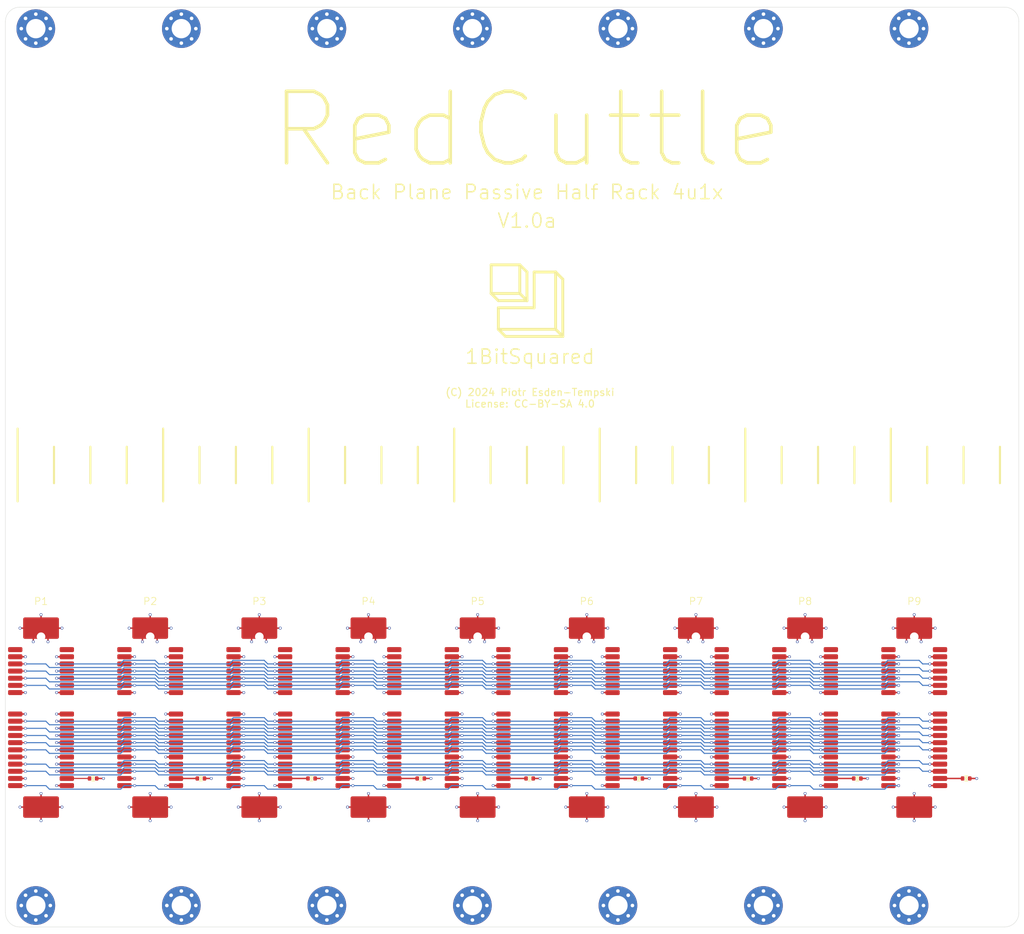
<source format=kicad_pcb>
(kicad_pcb (version 20241228) (generator "pcbnew") (generator_version "9.0")
  (title_block (title "Back Plane Passive Half Rack 4u1x") (rev "V1.0a") (company "1BitSquared") (comment 1 "(C) 2024 1BitSquared") (comment 2 "(C) 2024 Piotr Esden-Tempski") (comment 3 "License: CC-BY-SA 4.0"))
  (layers (0 "F.Cu" signal) (4 "In1.Cu" signal) (6 "In2.Cu" signal) (2 "B.Cu" signal) (13 "F.Paste" user) (15 "B.Paste" user) (5 "F.SilkS" user "F.Silkscreen") (7 "B.SilkS" user "B.Silkscreen") (1 "F.Mask" user) (3 "B.Mask" user) (25 "Edge.Cuts" user))
  (net 0 "")
  (net 1 "/JTCK")
  (net 2 "/SLOT1/TRACE.D2")
  (net 3 "/SLOT1/GPIO2")
  (net 4 "GND")
  (net 5 "/SLOT1/TRACE.D0")
  (net 6 "/NRST")
  (net 7 "/SLOT1/TRACE.D1")
  (net 8 "/JTDO")
  (net 9 "/MGMT_SCL")
  (net 10 "/SLOT1/GPIO6")
  (net 11 "/SLOT1/GPIO3")
  (net 12 "+5V")
  (net 13 "/D_N")
  (net 14 "/SLOT1/TRACE.CLK")
  (net 15 "/VTREF")
  (net 16 "/SLOT1/GPIO5")
  (net 17 "/D_P")
  (net 18 "/SLOT1/GPIO1")
  (net 19 "/SLOT1/GPIO4")
  (net 20 "/SLOT1/GPIO0")
  (net 21 "/SLOT1/GPIO7")
  (net 22 "/JTMS")
  (net 23 "/JTDI")
  (net 24 "/MGMT_SDA")
  (net 25 "/SLOT1/TRACE.D3")
  (net 26 "Net-(P2-ADDR)")
  (net 31 "Net-(P4-ADDR)")
  (net 34 "Net-(P5-ADDR)")
  (net 37 "Net-(P6-ADDR)")
  (net 39 "Net-(P7-ADDR)")
  (net 42 "Net-(P8-ADDR)")
  (net 45 "Net-(P1-ADDR)")
  (net 49 "Net-(P3-ADDR)")
  (net 51 "Net-(P9-ADDR)")
  (footprint "MountingHole:MountingHole_2.7mm_M2.5_Pad_Via" (layer "F.Cu") (at 45.32 147.5)
    (property "Reference" "REF**9" (hide yes))
    (property "Value" "MountingHole_2.7mm_M2.5_Pad_Via" (hide yes))
  )
  (footprint "pkl_connectors:XDMP-052-0360" (layer "F.Cu") (at 117.17 119.1 180)
    (property "Reference" "P7")
    (property "Value" "~" (hide yes))
  )
  (footprint "pkl_dipol:R_0402" (layer "F.Cu") (at 109.2 129.75)
    (property "Reference" "R7")
    (property "Value" "2k55")
  )
  (footprint "MountingHole:MountingHole_2.7mm_M2.5_Pad_Via" (layer "F.Cu") (at 126.6 147.5)
    (property "Reference" "REF**13" (hide yes))
    (property "Value" "MountingHole_2.7mm_M2.5_Pad_Via" (hide yes))
  )
  (footprint "MountingHole:MountingHole_2.7mm_M2.5_Pad_Via" (layer "F.Cu") (at 106.28 147.5)
    (property "Reference" "REF**12" (hide yes))
    (property "Value" "MountingHole_2.7mm_M2.5_Pad_Via" (hide yes))
  )
  (footprint "MountingHole:MountingHole_2.7mm_M2.5_Pad_Via" (layer "F.Cu") (at 85.96 147.5)
    (property "Reference" "REF**11" (hide yes))
    (property "Value" "MountingHole_2.7mm_M2.5_Pad_Via" (hide yes))
  )
  (footprint "pkl_dipol:R_0402" (layer "F.Cu") (at 33 129.75)
    (property "Reference" "R1")
    (property "Value" "487")
  )
  (footprint "MountingHole:MountingHole_2.7mm_M2.5_Pad_Via" (layer "F.Cu") (at 146.92 147.5)
    (property "Reference" "REF**" (hide yes))
    (property "Value" "MountingHole_2.7mm_M2.5_Pad_Via" (hide yes))
  )
  (footprint "pkl_dipol:R_0402" (layer "F.Cu") (at 124.45 129.75)
    (property "Reference" "R8")
    (property "Value" "3k09")
  )
  (footprint "pkl_dipol:R_0402" (layer "F.Cu") (at 93.95 129.75)
    (property "Reference" "R6")
    (property "Value" "2k1")
  )
  (footprint "pkl_dipol:R_0402" (layer "F.Cu") (at 78.75 129.75)
    (property "Reference" "R5")
    (property "Value" "1k65")
  )
  (footprint "pkl_connectors:XDMP-052-0360" (layer "F.Cu") (at 25.73 119.1 180)
    (property "Reference" "P1")
    (property "Value" "~" (hide yes))
  )
  (footprint "MountingHole:MountingHole_2.7mm_M2.5_Pad_Via" (layer "F.Cu") (at 65.64 147.5)
    (property "Reference" "REF**10" (hide yes))
    (property "Value" "MountingHole_2.7mm_M2.5_Pad_Via" (hide yes))
  )
  (footprint "pkl_dipol:R_0402" (layer "F.Cu") (at 48.05 129.75)
    (property "Reference" "R2")
    (property "Value" "845")
  )
  (footprint "pkl_dipol:R_0402" (layer "F.Cu") (at 63.5 129.75)
    (property "Reference" "R4")
    (property "Value" "1k24")
  )
  (footprint "pkl_connectors:XDMP-052-0360" (layer "F.Cu") (at 101.93 119.1 180)
    (property "Reference" "P6")
    (property "Value" "~" (hide yes))
  )
  (footprint "MountingHole:MountingHole_2.7mm_M2.5_Pad_Via" (layer "F.Cu") (at 45.32 25)
    (property "Reference" "REF**2" (hide yes))
    (property "Value" "MountingHole_2.7mm_M2.5_Pad_Via" (hide yes))
  )
  (footprint "pkl_connectors:XDMP-052-0360" (layer "F.Cu") (at 40.97 119.1 180)
    (property "Reference" "P2")
    (property "Value" "~" (hide yes))
  )
  (footprint "pkl_connectors:XDMP-052-0360" (layer "F.Cu") (at 147.65 119.1 180)
    (property "Reference" "P9")
    (property "Value" "~" (hide yes))
  )
  (footprint "pkl_connectors:XDMP-052-0360" (layer "F.Cu") (at 86.69 119.1 180)
    (property "Reference" "P5")
    (property "Value" "~" (hide yes))
  )
  (footprint "pkl_connectors:XDMP-052-0360" (layer "F.Cu") (at 56.21 119.1 180)
    (property "Reference" "P3")
    (property "Value" "~" (hide yes))
  )
  (footprint "MountingHole:MountingHole_2.7mm_M2.5_Pad_Via" (layer "F.Cu") (at 25 147.5)
    (property "Reference" "REF**8" (hide yes))
    (property "Value" "MountingHole_2.7mm_M2.5_Pad_Via" (hide yes))
  )
  (footprint "MountingHole:MountingHole_2.7mm_M2.5_Pad_Via" (layer "F.Cu") (at 126.6 25)
    (property "Reference" "REF**6" (hide yes))
    (property "Value" "MountingHole_2.7mm_M2.5_Pad_Via" (hide yes))
  )
  (footprint "pkl_connectors:XDMP-052-0360" (layer "F.Cu") (at 71.45 119.1 180)
    (property "Reference" "P4")
    (property "Value" "~" (hide yes))
  )
  (footprint "pkl_dipol:R_0402" (layer "F.Cu") (at 154.9 129.75)
    (property "Reference" "R10")
    (property "Value" "4k09")
  )
  (footprint "pkl_dipol:R_0402" (layer "F.Cu") (at 139.7 129.75)
    (property "Reference" "R9")
    (property "Value" "3k55")
  )
  (footprint "MountingHole:MountingHole_2.7mm_M2.5_Pad_Via" (layer "F.Cu") (at 25 25)
    (property "Reference" "REF**1" (hide yes))
    (property "Value" "MountingHole_2.7mm_M2.5_Pad_Via" (hide yes))
  )
  (footprint "MountingHole:MountingHole_2.7mm_M2.5_Pad_Via" (layer "F.Cu") (at 65.64 25)
    (property "Reference" "REF**3" (hide yes))
    (property "Value" "MountingHole_2.7mm_M2.5_Pad_Via" (hide yes))
  )
  (footprint "pkl_connectors:XDMP-052-0360" (layer "F.Cu") (at 132.41 119.1 180)
    (property "Reference" "P8")
    (property "Value" "~" (hide yes))
  )
  (footprint "pkl_logos:1b2_Logo_SilkS_10mm" (layer "F.Cu") (at 93.58 63)
    (property "Reference" "REF**" (hide yes))
    (property "Value" "1b2_Logo_SilkS_10mm" (hide yes))
  )
  (footprint "MountingHole:MountingHole_2.7mm_M2.5_Pad_Via" (layer "F.Cu") (at 146.92 25)
    (property "Reference" "REF**7" (hide yes))
    (property "Value" "MountingHole_2.7mm_M2.5_Pad_Via" (hide yes))
  )
  (footprint "MountingHole:MountingHole_2.7mm_M2.5_Pad_Via" (layer "F.Cu") (at 85.96 25)
    (property "Reference" "REF**4" (hide yes))
    (property "Value" "MountingHole_2.7mm_M2.5_Pad_Via" (hide yes))
  )
  (footprint "MountingHole:MountingHole_2.7mm_M2.5_Pad_Via" (layer "F.Cu") (at 106.28 25)
    (property "Reference" "REF**5" (hide yes))
    (property "Value" "MountingHole_2.7mm_M2.5_Pad_Via" (hide yes))
  )
  (gr_line (start 42.78 91.04) (end 42.78 80.88) (stroke (width 0.3)) (layer "F.SilkS"))
  (gr_line (start 98.66 88.5) (end 98.66 83.42) (stroke (width 0.3)) (layer "F.SilkS"))
  (gr_line (start 144.38 91.04) (end 144.38 80.88) (stroke (width 0.3)) (layer "F.SilkS"))
  (gr_line (start 83.42 91.04) (end 83.42 80.88) (stroke (width 0.3)) (layer "F.SilkS"))
  (gr_line (start 73.26 88.5) (end 73.26 83.42) (stroke (width 0.3)) (layer "F.SilkS"))
  (gr_line (start 129.14 88.5) (end 129.14 83.42) (stroke (width 0.3)) (layer "F.SilkS"))
  (gr_line (start 134.22 88.5) (end 134.22 83.42) (stroke (width 0.3)) (layer "F.SilkS"))
  (gr_line (start 88.5 88.5) (end 88.5 83.42) (stroke (width 0.3)) (layer "F.SilkS"))
  (gr_line (start 149.46 88.5) (end 149.46 83.42) (stroke (width 0.3)) (layer "F.SilkS"))
  (gr_line (start 47.86 88.5) (end 47.86 83.42) (stroke (width 0.3)) (layer "F.SilkS"))
  (gr_line (start 154.54 88.5) (end 154.54 83.42) (stroke (width 0.3)) (layer "F.SilkS"))
  (gr_line (start 27.54 88.5) (end 27.54 83.42) (stroke (width 0.3)) (layer "F.SilkS"))
  (gr_line (start 52.94 88.5) (end 52.94 83.42) (stroke (width 0.3)) (layer "F.SilkS"))
  (gr_line (start 139.3 88.5) (end 139.3 83.42) (stroke (width 0.3)) (layer "F.SilkS"))
  (gr_line (start 159.62 88.5) (end 159.62 83.42) (stroke (width 0.3)) (layer "F.SilkS"))
  (gr_line (start 37.7 88.5) (end 37.7 83.42) (stroke (width 0.3)) (layer "F.SilkS"))
  (gr_line (start 78.34 88.5) (end 78.34 83.42) (stroke (width 0.3)) (layer "F.SilkS"))
  (gr_line (start 93.58 88.5) (end 93.58 83.42) (stroke (width 0.3)) (layer "F.SilkS"))
  (gr_line (start 58.02 88.5) (end 58.02 83.42) (stroke (width 0.3)) (layer "F.SilkS"))
  (gr_line (start 118.98 88.5) (end 118.98 83.42) (stroke (width 0.3)) (layer "F.SilkS"))
  (gr_line (start 124.06 91.04) (end 124.06 80.88) (stroke (width 0.3)) (layer "F.SilkS"))
  (gr_line (start 103.74 91.04) (end 103.74 80.88) (stroke (width 0.3)) (layer "F.SilkS"))
  (gr_line (start 22.46 91.04) (end 22.46 80.88) (stroke (width 0.3)) (layer "F.SilkS"))
  (gr_line (start 68.18 88.5) (end 68.18 83.42) (stroke (width 0.3)) (layer "F.SilkS"))
  (gr_line (start 108.82 88.5) (end 108.82 83.42) (stroke (width 0.3)) (layer "F.SilkS"))
  (gr_line (start 63.1 91.04) (end 63.1 80.88) (stroke (width 0.3)) (layer "F.SilkS"))
  (gr_line (start 113.9 88.5) (end 113.9 83.42) (stroke (width 0.3)) (layer "F.SilkS"))
  (gr_line (start 32.62 88.5) (end 32.62 83.42) (stroke (width 0.3)) (layer "F.SilkS"))
  (gr_line (start 20.7582 148.5) (end 20.7582 24) (stroke (width 0.05)) (layer "Edge.Cuts"))
  (gr_arc (start 160.26 22) (mid 161.674214 22.585786) (end 162.26 24) (stroke (width 0.05)) (layer "Edge.Cuts"))
  (gr_arc (start 162.26 148.5) (mid 161.674214 149.914214) (end 160.26 150.5) (stroke (width 0.05)) (layer "Edge.Cuts"))
  (gr_line (start 160.26 150.5) (end 22.7582 150.5) (stroke (width 0.05)) (layer "Edge.Cuts"))
  (gr_arc (start 22.7582 150.5) (mid 21.343986 149.914214) (end 20.7582 148.5) (stroke (width 0.05)) (layer "Edge.Cuts"))
  (gr_line (start 162.26 24) (end 162.26 148.5) (stroke (width 0.05)) (layer "Edge.Cuts"))
  (gr_arc (start 20.7582 24) (mid 21.343986 22.585786) (end 22.7582 22) (stroke (width 0.05)) (layer "Edge.Cuts"))
  (gr_line (start 22.7582 22) (end 160.26 22) (stroke (width 0.05)) (layer "Edge.Cuts"))
  (gr_text "1BitSquared" (at 94 72 0) (layer "F.SilkS") (effects (font (size 2 2) (thickness 0.2)) (justify bottom)))
  (gr_text "${TITLE}" (at 93.58 49 0) (layer "F.SilkS") (effects (font (size 2 2) (thickness 0.2)) (justify bottom)))
  (gr_text "${COMMENT2}\n${COMMENT3}" (at 94 78 0) (layer "F.SilkS") (effects (font (size 1 1)) (justify bottom)))
  (gr_text "${REVISION}" (at 93.58 53 0) (layer "F.SilkS") (effects (font (size 2 2) (thickness 0.2)) (justify bottom)))
  (gr_text "RedCuttle" (at 93.58 45 0) (layer "F.SilkS") (effects (font (size 10 10) (thickness 0.5)) (justify bottom)))
  (segment (start 90.29 124.75) (end 88.86 124.75) (width 0.2) (layer "F.Cu") (net 1))
  (segment (start 44.57 124.75) (end 43.14 124.75) (width 0.2) (layer "F.Cu") (net 1))
  (segment (start 105.53 124.75) (end 104.1 124.75) (width 0.2) (layer "F.Cu") (net 1))
  (segment (start 136.01 124.75) (end 134.58 124.75) (width 0.2) (layer "F.Cu") (net 1))
  (segment (start 75.05 124.75) (end 73.62 124.75) (width 0.2) (layer "F.Cu") (net 1))
  (segment (start 120.77 124.75) (end 119.34 124.75) (width 0.2) (layer "F.Cu") (net 1))
  (segment (start 29.33 124.75) (end 27.9 124.75) (width 0.2) (layer "F.Cu") (net 1))
  (segment (start 59.81 124.75) (end 58.38 124.75) (width 0.2) (layer "F.Cu") (net 1))
  (segment (start 151.25 124.75) (end 149.82 124.75) (width 0.2) (layer "F.Cu") (net 1))
  (via (at 149.82 124.75) (size 0.4) (drill 0.25) (layers "F.Cu" "B.Cu") (net 1))
  (via (at 43.14 124.75) (size 0.4) (drill 0.25) (layers "F.Cu" "B.Cu") (net 1))
  (via (at 134.58 124.75) (size 0.4) (drill 0.25) (layers "F.Cu" "B.Cu") (net 1))
  (via (at 88.86 124.75) (size 0.4) (drill 0.25) (layers "F.Cu" "B.Cu") (net 1))
  (via (at 73.62 124.75) (size 0.4) (drill 0.25) (layers "F.Cu" "B.Cu") (net 1))
  (via (at 58.38 124.75) (size 0.4) (drill 0.25) (layers "F.Cu" "B.Cu") (net 1))
  (via (at 27.9 124.75) (size 0.4) (drill 0.25) (layers "F.Cu" "B.Cu") (net 1))
  (via (at 119.34 124.75) (size 0.4) (drill 0.25) (layers "F.Cu" "B.Cu") (net 1))
  (via (at 104.1 124.75) (size 0.4) (drill 0.25) (layers "F.Cu" "B.Cu") (net 1))
  (segment (start 88.86 124.75) (end 97.806388 124.75) (width 0.15) (layer "B.Cu") (net 1))
  (segment (start 87.87 124.75) (end 88.86 124.75) (width 0.15) (layer "B.Cu") (net 1))
  (segment (start 87.37 124.25) (end 87.87 124.75) (width 0.15) (layer "B.Cu") (net 1))
  (segment (start 73.62 124.75) (end 82.566388 124.75) (width 0.15) (layer "B.Cu") (net 1))
  (segment (start 144.026388 124.25) (end 148.33 124.25) (width 0.15) (layer "B.Cu") (net 1))
  (segment (start 41.65 124.25) (end 42.15 124.75) (width 0.15) (layer "B.Cu") (net 1))
  (segment (start 83.066388 124.25) (end 87.37 124.25) (width 0.15) (layer "B.Cu") (net 1))
  (segment (start 143.526388 124.75) (end 144.026388 124.25) (width 0.15) (layer "B.Cu") (net 1))
  (segment (start 117.85 124.25) (end 118.35 124.75) (width 0.15) (layer "B.Cu") (net 1))
  (segment (start 97.806388 124.75) (end 98.306388 124.25) (width 0.15) (layer "B.Cu") (net 1))
  (segment (start 133.59 124.75) (end 134.58 124.75) (width 0.15) (layer "B.Cu") (net 1))
  (segment (start 72.13 124.25) (end 72.63 124.75) (width 0.15) (layer "B.Cu") (net 1))
  (segment (start 103.11 124.75) (end 104.1 124.75) (width 0.15) (layer "B.Cu") (net 1))
  (segment (start 43.14 124.75) (end 52.086388 124.75) (width 0.15) (layer "B.Cu") (net 1))
  (segment (start 128.786388 124.25) (end 133.09 124.25) (width 0.15) (layer "B.Cu") (net 1))
  (segment (start 82.566388 124.75) (end 83.066388 124.25) (width 0.15) (layer "B.Cu") (net 1))
  (segment (start 148.83 124.75) (end 149.82 124.75) (width 0.15) (layer "B.Cu") (net 1))
  (segment (start 119.34 124.75) (end 128.286388 124.75) (width 0.15) (layer "B.Cu") (net 1))
  (segment (start 56.89 124.25) (end 57.39 124.75) (width 0.15) (layer "B.Cu") (net 1))
  (segment (start 36.846388 124.75) (end 37.346388 124.25) (width 0.15) (layer "B.Cu") (net 1))
  (segment (start 118.35 124.75) (end 119.34 124.75) (width 0.15) (layer "B.Cu") (net 1))
  (segment (start 57.39 124.75) (end 58.38 124.75) (width 0.15) (layer "B.Cu") (net 1))
  (segment (start 102.61 124.25) (end 103.11 124.75) (width 0.15) (layer "B.Cu") (net 1))
  (segment (start 67.326388 124.75) (end 67.826388 124.25) (width 0.15) (layer "B.Cu") (net 1))
  (segment (start 98.306388 124.25) (end 102.61 124.25) (width 0.15) (layer "B.Cu") (net 1))
  (segment (start 52.086388 124.75) (end 52.586388 124.25) (width 0.15) (layer "B.Cu") (net 1))
  (segment (start 52.586388 124.25) (end 56.89 124.25) (width 0.15) (layer "B.Cu") (net 1))
  (segment (start 67.826388 124.25) (end 72.13 124.25) (width 0.15) (layer "B.Cu") (net 1))
  (segment (start 128.286388 124.75) (end 128.786388 124.25) (width 0.15) (layer "B.Cu") (net 1))
  (segment (start 133.09 124.25) (end 133.59 124.75) (width 0.15) (layer "B.Cu") (net 1))
  (segment (start 104.1 124.75) (end 113.046388 124.75) (width 0.15) (layer "B.Cu") (net 1))
  (segment (start 113.046388 124.75) (end 113.546388 124.25) (width 0.15) (layer "B.Cu") (net 1))
  (segment (start 148.33 124.25) (end 148.83 124.75) (width 0.15) (layer "B.Cu") (net 1))
  (segment (start 37.346388 124.25) (end 41.65 124.25) (width 0.15) (layer "B.Cu") (net 1))
  (segment (start 42.15 124.75) (end 43.14 124.75) (width 0.15) (layer "B.Cu") (net 1))
  (segment (start 72.63 124.75) (end 73.62 124.75) (width 0.15) (layer "B.Cu") (net 1))
  (segment (start 58.38 124.75) (end 67.326388 124.75) (width 0.15) (layer "B.Cu") (net 1))
  (segment (start 134.58 124.75) (end 143.526388 124.75) (width 0.15) (layer "B.Cu") (net 1))
  (segment (start 27.9 124.75) (end 36.846388 124.75) (width 0.15) (layer "B.Cu") (net 1))
  (segment (start 113.546388 124.25) (end 117.85 124.25) (width 0.15) (layer "B.Cu") (net 1))
  (segment (start 145.47 122.75) (end 144.05 122.75) (width 0.2) (layer "F.Cu") (net 2))
  (segment (start 54.03 122.75) (end 52.61 122.75) (width 0.2) (layer "F.Cu") (net 2))
  (segment (start 84.51 122.75) (end 83.09 122.75) (width 0.2) (layer "F.Cu") (net 2))
  (segment (start 23.55 122.75) (end 22.13 122.75) (width 0.15) (layer "F.Cu") (net 2))
  (segment (start 114.99 122.75) (end 113.57 122.75) (width 0.2) (layer "F.Cu") (net 2))
  (segment (start 99.75 122.75) (end 98.33 122.75) (width 0.2) (layer "F.Cu") (net 2))
  (segment (start 38.79 122.75) (end 37.37 122.75) (width 0.15) (layer "F.Cu") (net 2))
  (segment (start 69.27 122.75) (end 67.85 122.75) (width 0.2) (layer "F.Cu") (net 2))
  (segment (start 130.23 122.75) (end 128.81 122.75) (width 0.2) (layer "F.Cu") (net 2))
  (via (at 114.99 122.75) (size 0.4) (drill 0.25) (layers "F.Cu" "B.Cu") (net 2))
  (via (at 84.51 122.75) (size 0.4) (drill 0.25) (layers "F.Cu" "B.Cu") (net 2))
  (via (at 69.27 122.75) (size 0.4) (drill 0.25) (layers "F.Cu" "B.Cu") (net 2))
  (via (at 99.75 122.75) (size 0.4) (drill 0.25) (layers "F.Cu" "B.Cu") (net 2))
  (via (at 38.79 122.75) (size 0.4) (drill 0.25) (layers "F.Cu" "B.Cu") (net 2))
  (via (at 54.03 122.75) (size 0.4) (drill 0.25) (layers "F.Cu" "B.Cu") (net 2))
  (via (at 130.23 122.75) (size 0.4) (drill 0.25) (layers "F.Cu" "B.Cu") (net 2))
  (via (at 23.55 122.75) (size 0.4) (drill 0.25) (layers "F.Cu" "B.Cu") (net 2))
  (via (at 145.47 122.75) (size 0.4) (drill 0.25) (layers "F.Cu" "B.Cu") (net 2))
  (segment (start 38.79 122.75) (end 41.64 122.75) (width 0.15) (layer "B.Cu") (net 2))
  (segment (start 52.09 123.25) (end 52.59 122.75) (width 0.15) (layer "B.Cu") (net 2))
  (segment (start 143.53 123.25) (end 144.03 122.75) (width 0.15) (layer "B.Cu") (net 2))
  (segment (start 57.38 123.25) (end 67.33 123.25) (width 0.15) (layer "B.Cu") (net 2))
  (segment (start 113.05 123.25) (end 113.55 122.75) (width 0.15) (layer "B.Cu") (net 2))
  (segment (start 97.81 123.25) (end 98.31 122.75) (width 0.15) (layer "B.Cu") (net 2))
  (segment (start 52.59 122.75) (end 54.03 122.75) (width 0.15) (layer "B.Cu") (net 2))
  (segment (start 42.14 123.25) (end 52.09 123.25) (width 0.15) (layer "B.Cu") (net 2))
  (segment (start 83.07 122.75) (end 84.51 122.75) (width 0.15) (layer "B.Cu") (net 2))
  (segment (start 37.35 122.75) (end 38.79 122.75) (width 0.15) (layer "B.Cu") (net 2))
  (segment (start 41.64 122.75) (end 42.14 123.25) (width 0.15) (layer "B.Cu") (net 2))
  (segment (start 67.33 123.25) (end 67.83 122.75) (width 0.15) (layer "B.Cu") (net 2))
  (segment (start 103.1 123.25) (end 113.05 123.25) (width 0.15) (layer "B.Cu") (net 2))
  (segment (start 118.34 123.25) (end 128.29 123.25) (width 0.15) (layer "B.Cu") (net 2))
  (segment (start 56.88 122.75) (end 57.38 123.25) (width 0.15) (layer "B.Cu") (net 2))
  (segment (start 144.03 122.75) (end 145.47 122.75) (width 0.15) (layer "B.Cu") (net 2))
  (segment (start 133.08 122.75) (end 133.58 123.25) (width 0.15) (layer "B.Cu") (net 2))
  (segment (start 99.75 122.75) (end 102.6 122.75) (width 0.15) (layer "B.Cu") (net 2))
  (segment (start 26.9 123.25) (end 36.85 123.25) (width 0.15) (layer "B.Cu") (net 2))
  (segment (start 36.85 123.25) (end 37.35 122.75) (width 0.15) (layer "B.Cu") (net 2))
  (segment (start 26.4 122.75) (end 26.9 123.25) (width 0.15) (layer "B.Cu") (net 2))
  (segment (start 117.84 122.75) (end 118.34 123.25) (width 0.15) (layer "B.Cu") (net 2))
  (segment (start 128.29 123.25) (end 128.79 122.75) (width 0.15) (layer "B.Cu") (net 2))
  (segment (start 23.55 122.75) (end 26.4 122.75) (width 0.15) (layer "B.Cu") (net 2))
  (segment (start 54.03 122.75) (end 56.88 122.75) (width 0.15) (layer "B.Cu") (net 2))
  (segment (start 114.99 122.75) (end 117.84 122.75) (width 0.15) (layer "B.Cu") (net 2))
  (segment (start 113.55 122.75) (end 114.99 122.75) (width 0.15) (layer "B.Cu") (net 2))
  (segment (start 130.23 122.75) (end 133.08 122.75) (width 0.15) (layer "B.Cu") (net 2))
  (segment (start 67.83 122.75) (end 69.27 122.75) (width 0.15) (layer "B.Cu") (net 2))
  (segment (start 69.27 122.75) (end 72.12 122.75) (width 0.15) (layer "B.Cu") (net 2))
  (segment (start 82.57 123.25) (end 83.07 122.75) (width 0.15) (layer "B.Cu") (net 2))
  (segment (start 87.36 122.75) (end 87.86 123.25) (width 0.15) (layer "B.Cu") (net 2))
  (segment (start 133.58 123.25) (end 143.53 123.25) (width 0.15) (layer "B.Cu") (net 2))
  (segment (start 98.31 122.75) (end 99.75 122.75) (width 0.15) (layer "B.Cu") (net 2))
  (segment (start 102.6 122.75) (end 103.1 123.25) (width 0.15) (layer "B.Cu") (net 2))
  (segment (start 87.86 123.25) (end 97.81 123.25) (width 0.15) (layer "B.Cu") (net 2))
  (segment (start 84.51 122.75) (end 87.36 122.75) (width 0.15) (layer "B.Cu") (net 2))
  (segment (start 72.62 123.25) (end 82.57 123.25) (width 0.15) (layer "B.Cu") (net 2))
  (segment (start 128.79 122.75) (end 130.23 122.75) (width 0.15) (layer "B.Cu") (net 2))
  (segment (start 72.12 122.75) (end 72.62 123.25) (width 0.15) (layer "B.Cu") (net 2))
  (segment (start 151.25 114.75) (end 149.82 114.75) (width 0.2) (layer "F.Cu") (net 3))
  (segment (start 120.77 114.75) (end 119.34 114.75) (width 0.2) (layer "F.Cu") (net 3))
  (segment (start 44.57 114.75) (end 43.14 114.75) (width 0.2) (layer "F.Cu") (net 3))
  (segment (start 105.53 114.75) (end 104.1 114.75) (width 0.2) (layer "F.Cu") (net 3))
  (segment (start 29.33 114.75) (end 27.9 114.75) (width 0.15) (layer "F.Cu") (net 3))
  (segment (start 75.05 114.75) (end 73.62 114.75) (width 0.2) (layer "F.Cu") (net 3))
  (segment (start 136.01 114.75) (end 134.58 114.75) (width 0.2) (layer "F.Cu") (net 3))
  (segment (start 90.29 114.75) (end 88.86 114.75) (width 0.2) (layer "F.Cu") (net 3))
  (segment (start 59.81 114.75) (end 58.38 114.75) (width 0.2) (layer "F.Cu") (net 3))
  (via (at 73.62 114.75) (size 0.4) (drill 0.25) (layers "F.Cu" "B.Cu") (net 3))
  (via (at 27.9 114.75) (size 0.4) (drill 0.25) (layers "F.Cu" "B.Cu") (net 3))
  (via (at 58.38 114.75) (size 0.4) (drill 0.25) (layers "F.Cu" "B.Cu") (net 3))
  (via (at 119.34 114.75) (size 0.4) (drill 0.25) (layers "F.Cu" "B.Cu") (net 3))
  (via (at 149.82 114.75) (size 0.4) (drill 0.25) (layers "F.Cu" "B.Cu") (net 3))
  (via (at 88.86 114.75) (size 0.4) (drill 0.25) (layers "F.Cu" "B.Cu") (net 3))
  (via (at 43.14 114.75) (size 0.4) (drill 0.25) (layers "F.Cu" "B.Cu") (net 3))
  (via (at 134.58 114.75) (size 0.4) (drill 0.25) (layers "F.Cu" "B.Cu") (net 3))
  (via (at 104.1 114.75) (size 0.4) (drill 0.25) (layers "F.Cu" "B.Cu") (net 3))
  (segment (start 82.566388 114.75) (end 83.066388 114.25) (width 0.15) (layer "B.Cu") (net 3))
  (segment (start 113.546388 114.25) (end 117.85 114.25) (width 0.15) (layer "B.Cu") (net 3))
  (segment (start 128.786388 114.25) (end 133.09 114.25) (width 0.15) (layer "B.Cu") (net 3))
  (segment (start 52.586388 114.25) (end 56.89 114.25) (width 0.15) (layer "B.Cu") (net 3))
  (segment (start 98.306388 114.25) (end 102.61 114.25) (width 0.15) (layer "B.Cu") (net 3))
  (segment (start 36.846388 114.75) (end 37.346388 114.25) (width 0.15) (layer "B.Cu") (net 3))
  (segment (start 104.1 114.75) (end 113.046388 114.75) (width 0.15) (layer "B.Cu") (net 3))
  (segment (start 144.026388 114.25) (end 148.33 114.25) (width 0.15) (layer "B.Cu") (net 3))
  (segment (start 42.15 114.75) (end 43.14 114.75) (width 0.15) (layer "B.Cu") (net 3))
  (segment (start 67.326388 114.75) (end 67.826388 114.25) (width 0.15) (layer "B.Cu") (net 3))
  (segment (start 102.61 114.25) (end 103.11 114.75) (width 0.15) (layer "B.Cu") (net 3))
  (segment (start 72.63 114.75) (end 73.62 114.75) (width 0.15) (layer "B.Cu") (net 3))
  (segment (start 56.89 114.25) (end 57.39 114.75) (width 0.15) (layer "B.Cu") (net 3))
  (segment (start 113.046388 114.75) (end 113.546388 114.25) (width 0.15) (layer "B.Cu") (net 3))
  (segment (start 148.83 114.75) (end 149.82 114.75) (width 0.15) (layer "B.Cu") (net 3))
  (segment (start 103.11 114.75) (end 104.1 114.75) (width 0.15) (layer "B.Cu") (net 3))
  (segment (start 97.806388 114.75) (end 98.306388 114.25) (width 0.15) (layer "B.Cu") (net 3))
  (segment (start 133.09 114.25) (end 133.59 114.75) (width 0.15) (layer "B.Cu") (net 3))
  (segment (start 118.35 114.75) (end 119.34 114.75) (width 0.15) (layer "B.Cu") (net 3))
  (segment (start 37.346388 114.25) (end 41.65 114.25) (width 0.15) (layer "B.Cu") (net 3))
  (segment (start 143.526388 114.75) (end 144.026388 114.25) (width 0.15) (layer "B.Cu") (net 3))
  (segment (start 67.826388 114.25) (end 72.13 114.25) (width 0.15) (layer "B.Cu") (net 3))
  (segment (start 134.58 114.75) (end 143.526388 114.75) (width 0.15) (layer "B.Cu") (net 3))
  (segment (start 43.14 114.75) (end 52.086388 114.75) (width 0.15) (layer "B.Cu") (net 3))
  (segment (start 73.62 114.75) (end 82.566388 114.75) (width 0.15) (layer "B.Cu") (net 3))
  (segment (start 133.59 114.75) (end 134.58 114.75) (width 0.15) (layer "B.Cu") (net 3))
  (segment (start 87.87 114.75) (end 88.86 114.75) (width 0.15) (layer "B.Cu") (net 3))
  (segment (start 87.37 114.25) (end 87.87 114.75) (width 0.15) (layer "B.Cu") (net 3))
  (segment (start 88.86 114.75) (end 97.806388 114.75) (width 0.15) (layer "B.Cu") (net 3))
  (segment (start 57.39 114.75) (end 58.38 114.75) (width 0.15) (layer "B.Cu") (net 3))
  (segment (start 117.85 114.25) (end 118.35 114.75) (width 0.15) (layer "B.Cu") (net 3))
  (segment (start 72.13 114.25) (end 72.63 114.75) (width 0.15) (layer "B.Cu") (net 3))
  (segment (start 41.65 114.25) (end 42.15 114.75) (width 0.15) (layer "B.Cu") (net 3))
  (segment (start 52.086388 114.75) (end 52.586388 114.25) (width 0.15) (layer "B.Cu") (net 3))
  (segment (start 119.34 114.75) (end 128.286388 114.75) (width 0.15) (layer "B.Cu") (net 3))
  (segment (start 128.286388 114.75) (end 128.786388 114.25) (width 0.15) (layer "B.Cu") (net 3))
  (segment (start 27.9 114.75) (end 36.846388 114.75) (width 0.15) (layer "B.Cu") (net 3))
  (segment (start 58.38 114.75) (end 67.326388 114.75) (width 0.15) (layer "B.Cu") (net 3))
  (segment (start 83.066388 114.25) (end 87.37 114.25) (width 0.15) (layer "B.Cu") (net 3))
  (segment (start 148.33 114.25) (end 148.83 114.75) (width 0.15) (layer "B.Cu") (net 3))
  (segment (start 102.074917 108.75) (end 102.9 109.575083) (width 0.2) (layer "F.Cu") (net 4))
  (segment (start 151.25 117.75) (end 149.82 117.75) (width 0.2) (layer "F.Cu") (net 4))
  (segment (start 56.21 133.75) (end 59.13 133.75) (width 0.2) (layer "F.Cu") (net 4))
  (segment (start 29.33 126.75) (end 27.9 126.75) (width 0.2) (layer "F.Cu") (net 4))
  (segment (start 22.13 117.75) (end 23.55 117.75) (width 0.2) (layer "F.Cu") (net 4))
  (segment (start 29.33 120.75) (end 27.9 120.75) (width 0.2) (layer "F.Cu") (net 4))
  (segment (start 101.93 108.75) (end 99 108.75) (width 0.2) (layer "F.Cu") (net 4))
  (segment (start 75.05 126.75) (end 73.62 126.75) (width 0.2) (layer "F.Cu") (net 4))
  (segment (start 113.57 117.75) (end 114.99 117.75) (width 0.2) (layer "F.Cu") (net 4))
  (segment (start 40.97 108.75) (end 41.114917 108.75) (width 0.2) (layer "F.Cu") (net 4))
  (segment (start 147.65 135.65) (end 147.65 133.75) (width 0.2) (layer "F.Cu") (net 4))
  (segment (start 98.33 126.75) (end 99.75 126.75) (width 0.2) (layer "F.Cu") (net 4))
  (segment (start 67.85 129.75) (end 69.27 129.75) (width 0.2) (layer "F.Cu") (net 4))
  (segment (start 117.314917 108.75) (end 118.14 109.575083) (width 0.2) (layer "F.Cu") (net 4))
  (segment (start 55.13 109.685083) (end 55.13 110.65) (width 0.2) (layer "F.Cu") (net 4))
  (segment (start 105.53 126.75) (end 104.1 126.75) (width 0.2) (layer "F.Cu") (net 4))
  (segment (start 101.93 135.65) (end 101.93 133.75) (width 0.2) (layer "F.Cu") (net 4))
  (segment (start 25.73 108.75) (end 25.874917 108.75) (width 0.2) (layer "F.Cu") (net 4))
  (segment (start 117.17 133.75) (end 114.24 133.75) (width 0.2) (layer "F.Cu") (net 4))
  (segment (start 90.29 120.75) (end 88.86 120.75) (width 0.2) (layer "F.Cu") (net 4))
  (segment (start 132.554917 108.75) (end 133.38 109.575083) (width 0.2) (layer "F.Cu") (net 4))
  (segment (start 71.45 108.75) (end 71.594917 108.75) (width 0.2) (layer "F.Cu") (net 4))
  (segment (start 59.81 120.75) (end 58.38 120.75) (width 0.2) (layer "F.Cu") (net 4))
  (segment (start 67.85 126.75) (end 69.27 126.75) (width 0.2) (layer "F.Cu") (net 4))
  (segment (start 40.97 108.75) (end 40.825083 108.75) (width 0.2) (layer "F.Cu") (net 4))
  (segment (start 71.45 108.75) (end 71.305083 108.75) (width 0.2) (layer "F.Cu") (net 4))
  (segment (start 83.09 112.75) (end 84.51 112.75) (width 0.2) (layer "F.Cu") (net 4))
  (segment (start 151.25 112.75) (end 149.82 112.75) (width 0.2) (layer "F.Cu") (net 4))
  (segment (start 144.05 117.75) (end 145.47 117.75) (width 0.2) (layer "F.Cu") (net 4))
  (segment (start 25.585083 108.75) (end 24.65 109.685083) (width 0.2) (layer "F.Cu") (net 4))
  (segment (start 52.61 112.75) (end 54.03 112.75) (width 0.2) (layer "F.Cu") (net 4))
  (segment (start 56.354917 108.75) (end 57.18 109.575083) (width 0.2) (layer "F.Cu") (net 4))
  (segment (start 117.17 108.75) (end 117.025083 108.75) (width 0.2) (layer "F.Cu") (net 4))
  (segment (start 86.69 106.87) (end 86.69 108.75) (width 0.2) (layer "F.Cu") (net 4))
  (segment (start 40.825083 108.75) (end 39.89 109.685083) (width 0.2) (layer "F.Cu") (net 4))
  (segment (start 41.114917 108.75) (end 41.94 109.575083) (width 0.2) (layer "F.Cu") (net 4))
  (segment (start 132.41 133.75) (end 129.48 133.75) (width 0.2) (layer "F.Cu") (net 4))
  (segment (start 40.97 106.87) (end 40.97 108.75) (width 0.2) (layer "F.Cu") (net 4))
  (segment (start 56.21 108.75) (end 56.354917 108.75) (width 0.2) (layer "F.Cu") (net 4))
  (segment (start 44.57 126.75) (end 43.14 126.75) (width 0.2) (layer "F.Cu") (net 4))
  (segment (start 71.45 106.87) (end 71.45 108.75) (width 0.2) (layer "F.Cu") (net 4))
  (segment (start 130.23 120.75) (end 128.81 120.75) (width 0.2) (layer "F.Cu") (net 4))
  (segment (start 57.18 109.575083) (end 57.18 110.65) (width 0.2) (layer "F.Cu") (net 4))
  (segment (start 120.77 126.75) (end 119.34 126.75) (width 0.2) (layer "F.Cu") (net 4))
  (segment (start 44.57 112.75) (end 43.14 112.75) (width 0.2) (layer "F.Cu") (net 4))
  (segment (start 52.61 129.75) (end 54.03 129.75) (width 0.2) (layer "F.Cu") (net 4))
  (segment (start 69.27 120.75) (end 67.85 120.75) (width 0.2) (layer "F.Cu") (net 4))
  (segment (start 98.33 112.75) (end 99.75 112.75) (width 0.2) (layer "F.Cu") (net 4))
  (segment (start 132.41 108.75) (end 129.48 108.75) (width 0.2) (layer "F.Cu") (net 4))
  (segment (start 40.97 135.65) (end 40.97 133.75) (width 0.2) (layer "F.Cu") (net 4))
  (segment (start 85.61 109.685083) (end 85.61 110.65) (width 0.2) (layer "F.Cu") (net 4))
  (segment (start 71.45 108.75) (end 74.37 108.75) (width 0.2) (layer "F.Cu") (net 4))
  (segment (start 86.69 133.75) (end 89.61 133.75) (width 0.2) (layer "F.Cu") (net 4))
  (segment (start 71.45 131.85) (end 71.45 133.75) (width 0.2) (layer "F.Cu") (net 4))
  (segment (start 83.09 117.75) (end 84.51 117.75) (width 0.2) (layer "F.Cu") (net 4))
  (segment (start 118.14 109.575083) (end 118.14 110.65) (width 0.2) (layer "F.Cu") (net 4))
  (segment (start 109.72 129.75) (end 110.65 129.75) (width 0.2) (layer "F.Cu") (net 4))
  (segment (start 147.505083 108.75) (end 146.57 109.685083) (width 0.2) (layer "F.Cu") (net 4))
  (segment (start 117.17 108.75) (end 117.314917 108.75) (width 0.2) (layer "F.Cu") (net 4))
  (segment (start 56.21 135.65) (end 56.21 133.75) (width 0.2) (layer "F.Cu") (net 4))
  (segment (start 38.79 120.75) (end 37.37 120.75) (width 0.2) (layer "F.Cu") (net 4))
  (segment (start 101.93 106.87) (end 101.93 108.75) (width 0.2) (layer "F.Cu") (net 4))
  (segment (start 44.57 117.75) (end 43.14 117.75) (width 0.2) (layer "F.Cu") (net 4))
  (segment (start 113.57 126.75) (end 114.99 126.75) (width 0.2) (layer "F.Cu") (net 4))
  (segment (start 40.97 108.75) (end 38.04 108.75) (width 0.2) (layer "F.Cu") (net 4))
  (segment (start 86.834917 108.75) (end 87.66 109.575083) (width 0.2) (layer "F.Cu") (net 4))
  (segment (start 99.75 120.75) (end 98.33 120.75) (width 0.2) (layer "F.Cu") (net 4))
  (segment (start 37.37 112.75) (end 38.79 112.75) (width 0.2) (layer "F.Cu") (net 4))
  (segment (start 105.53 120.75) (end 104.1 120.75) (width 0.2) (layer "F.Cu") (net 4))
  (segment (start 144.05 129.75) (end 145.47 129.75) (width 0.2) (layer "F.Cu") (net 4))
  (segment (start 132.41 108.75) (end 132.265083 108.75) (width 0.2) (layer "F.Cu") (net 4))
  (segment (start 56.21 108.75) (end 53.28 108.75) (width 0.2) (layer "F.Cu") (net 4))
  (segment (start 25.73 108.75) (end 28.65 108.75) (width 0.2) (layer "F.Cu") (net 4))
  (segment (start 120.77 112.75) (end 119.34 112.75) (width 0.2) (layer "F.Cu") (net 4))
  (segment (start 86.69 108.75) (end 89.61 108.75) (width 0.2) (layer "F.Cu") (net 4))
  (segment (start 114.99 120.75) (end 113.57 120.75) (width 0.2) (layer "F.Cu") (net 4))
  (segment (start 25.874917 108.75) (end 26.7 109.575083) (width 0.2) (layer "F.Cu") (net 4))
  (segment (start 147.65 108.75) (end 147.505083 108.75) (width 0.2) (layer "F.Cu") (net 4))
  (segment (start 33.5 129.75) (end 34.45 129.75) (width 0.2) (layer "F.Cu") (net 4))
  (segment (start 113.57 129.75) (end 114.99 129.75) (width 0.2) (layer "F.Cu") (net 4))
  (segment (start 136.01 112.75) (end 134.58 112.75) (width 0.2) (layer "F.Cu") (net 4))
  (segment (start 25.73 108.75) (end 25.585083 108.75) (width 0.2) (layer "F.Cu") (net 4))
  (segment (start 136.01 126.75) (end 134.58 126.75) (width 0.2) (layer "F.Cu") (net 4))
  (segment (start 84.51 120.75) (end 83.09 120.75) (width 0.2) (layer "F.Cu") (net 4))
  (segment (start 132.41 133.75) (end 135.33 133.75) (width 0.2) (layer "F.Cu") (net 4))
  (segment (start 71.45 133.75) (end 68.52 133.75) (width 0.2) (layer "F.Cu") (net 4))
  (segment (start 54.03 120.75) (end 52.61 120.75) (width 0.2) (layer "F.Cu") (net 4))
  (segment (start 56.065083 108.75) (end 55.13 109.685083) (width 0.2) (layer "F.Cu") (net 4))
  (segment (start 37.37 117.75) (end 38.79 117.75) (width 0.2) (layer "F.Cu") (net 4))
  (segment (start 147.65 131.85) (end 147.65 133.75) (width 0.2) (layer "F.Cu") (net 4))
  (segment (start 102.9 109.575083) (end 102.9 110.65) (width 0.2) (layer "F.Cu") (net 4))
  (segment (start 22.13 129.75) (end 23.55 129.75) (width 0.2) (layer "F.Cu") (net 4))
  (segment (start 131.33 109.685083) (end 131.33 110.65) (width 0.2) (layer "F.Cu") (net 4))
  (segment (start 56.21 108.75) (end 56.065083 108.75) (width 0.2) (layer "F.Cu") (net 4))
  (segment (start 117.17 131.85) (end 117.17 133.75) (width 0.2) (layer "F.Cu") (net 4))
  (segment (start 71.305083 108.75) (end 70.37 109.685083) (width 0.2) (layer "F.Cu") (net 4))
  (segment (start 120.77 120.75) (end 119.34 120.75) (width 0.2) (layer "F.Cu") (net 4))
  (segment (start 86.69 108.75) (end 86.834917 108.75) (width 0.2) (layer "F.Cu") (net 4))
  (segment (start 147.65 133.75) (end 144.72 133.75) (width 0.2) (layer "F.Cu") (net 4))
  (segment (start 56.21 106.87) (end 56.21 108.75) (width 0.2) (layer "F.Cu") (net 4))
  (segment (start 90.29 112.75) (end 88.86 112.75) (width 0.2) (layer "F.Cu") (net 4))
  (segment (start 101.93 108.75) (end 101.785083 108.75) (width 0.2) (layer "F.Cu") (net 4))
  (segment (start 59.81 117.75) (end 58.38 117.75) (width 0.2) (layer "F.Cu") (net 4))
  (segment (start 105.53 112.75) (end 104.1 112.75) (width 0.2) (layer "F.Cu") (net 4))
  (segment (start 56.21 131.85) (end 56.21 133.75) (width 0.2) (layer "F.Cu") (net 4))
  (segment (start 86.69 108.75) (end 86.545083 108.75) (width 0.2) (layer "F.Cu") (net 4))
  (segment (start 133.38 109.575083) (end 133.38 110.65) (width 0.2) (layer "F.Cu") (net 4))
  (segment (start 56.21 133.75) (end 53.28 133.75) (width 0.2) (layer "F.Cu") (net 4))
  (segment (start 37.37 126.75) (end 38.79 126.75) (width 0.2) (layer "F.Cu") (net 4))
  (segment (start 117.17 133.75) (end 120.09 133.75) (width 0.2) (layer "F.Cu") (net 4))
  (segment (start 23.55 120.75) (end 22.13 120.75) (width 0.2) (layer "F.Cu") (net 4))
  (segment (start 113.57 112.75) (end 114.99 112.75) (width 0.2) (layer "F.Cu") (net 4))
  (segment (start 86.69 131.85) (end 86.69 133.75) (width 0.2) (layer "F.Cu") (net 4))
  (segment (start 132.41 135.65) (end 132.41 133.75) (width 0.2) (layer "F.Cu") (net 4))
  (segment (start 59.81 126.75) (end 58.38 126.75) (width 0.2) (layer "F.Cu") (net 4))
  (segment (start 101.93 133.75) (end 99 133.75) (width 0.2) (layer "F.Cu") (net 4))
  (segment (start 98.33 117.75) (end 99.75 117.75) (width 0.2) (layer "F.Cu") (net 4))
  (segment (start 75.05 117.75) (end 73.62 117.75) (width 0.2) (layer "F.Cu") (net 4))
  (segment (start 128.81 126.75) (end 130.23 126.75) (width 0.2) (layer "F.Cu") (net 4))
  (segment (start 25.73 135.65) (end 25.73 133.75) (width 0.2) (layer "F.Cu") (net 4))
  (segment (start 71.45 108.75) (end 68.52 108.75) (width 0.2) (layer "F.Cu") (net 4))
  (segment (start 132.41 131.85) (end 132.41 133.75) (width 0.2) (layer "F.Cu") (net 4))
  (segment (start 98.33 129.75) (end 99.75 129.75) (width 0.2) (layer "F.Cu") (net 4))
  (segment (start 41.94 109.575083) (end 41.94 110.65) (width 0.2) (layer "F.Cu") (net 4))
  (segment (start 101.93 131.85) (end 101.93 133.75) (width 0.2) (layer "F.Cu") (net 4))
  (segment (start 148.62 109.575083) (end 148.62 110.65) (width 0.2) (layer "F.Cu") (net 4))
  (segment (start 147.65 133.75) (end 150.57 133.75) (width 0.2) (layer "F.Cu") (net 4))
  (segment (start 52.61 117.75) (end 54.03 117.75) (width 0.2) (layer "F.Cu") (net 4))
  (segment (start 147.65 108.75) (end 144.72 108.75) (width 0.2) (layer "F.Cu") (net 4))
  (segment (start 29.33 112.75) (end 27.9 112.75) (width 0.2) (layer "F.Cu") (net 4))
  (segment (start 145.47 120.75) (end 144.05 120.75) (width 0.2) (layer "F.Cu") (net 4))
  (segment (start 101.93 108.75) (end 104.85 108.75) (width 0.2) (layer "F.Cu") (net 4))
  (segment (start 25.73 131.85) (end 25.73 133.75) (width 0.2) (layer "F.Cu") (net 4))
  (segment (start 67.85 112.75) (end 69.27 112.75) (width 0.2) (layer "F.Cu") (net 4))
  (segment (start 75.05 112.75) (end 73.62 112.75) (width 0.2) (layer "F.Cu") (net 4))
  (segment (start 147.65 106.87) (end 147.65 108.75) (width 0.2) (layer "F.Cu") (net 4))
  (segment (start 70.37 109.685083) (end 70.37 110.65) (width 0.2) (layer "F.Cu") (net 4))
  (segment (start 147.65 108.75) (end 150.57 108.75) (width 0.2) (layer "F.Cu") (net 4))
  (segment (start 25.73 133.75) (end 22.8 133.75) (width 0.2) (layer "F.Cu") (net 4))
  (segment (start 24.65 109.685083) (end 24.65 110.65) (width 0.2) (layer "F.Cu") (net 4))
  (segment (start 90.29 126.75) (end 88.86 126.75) (width 0.2) (layer "F.Cu") (net 4))
  (segment (start 132.265083 108.75) (end 131.33 109.685083) (width 0.2) (layer "F.Cu") (net 4))
  (segment (start 79.24 129.75) (end 80.17 129.75) (width 0.2) (layer "F.Cu") (net 4))
  (segment (start 40.97 108.75) (end 43.89 108.75) (width 0.2) (layer "F.Cu") (net 4))
  (segment (start 136.01 117.75) (end 134.58 117.75) (width 0.2) (layer "F.Cu") (net 4))
  (segment (start 155.44 129.75) (end 156.37 129.75) (width 0.2) (layer "F.Cu") (net 4))
  (segment (start 25.73 133.75) (end 28.65 133.75) (width 0.2) (layer "F.Cu") (net 4))
  (segment (start 56.21 108.75) (end 59.13 108.75) (width 0.2) (layer "F.Cu") (net 4))
  (segment (start 59.81 112.75) (end 58.38 112.75) (width 0.2) (layer "F.Cu") (net 4))
  (segment (start 39.89 109.685083) (end 39.89 110.65) (width 0.2) (layer "F.Cu") (net 4))
  (segment (start 86.545083 108.75) (end 85.61 109.685083) (width 0.2) (layer "F.Cu") (net 4))
  (segment (start 25.73 108.75) (end 22.8 108.75) (width 0.2) (layer "F.Cu") (net 4))
  (segment (start 94.48 129.75) (end 95.41 129.75) (width 0.2) (layer "F.Cu") (net 4))
  (segment (start 75.05 120.75) (end 73.62 120.75) (width 0.2) (layer "F.Cu") (net 4))
  (segment (start 44.57 120.75) (end 43.14 120.75) (width 0.2) (layer "F.Cu") (net 4))
  (segment (start 147.65 108.75) (end 147.794917 108.75) (width 0.2) (layer "F.Cu") (net 4))
  (segment (start 72.42 109.575083) (end 72.42 110.65) (width 0.2) (layer "F.Cu") (net 4))
  (segment (start 117.17 108.75) (end 120.09 108.75) (width 0.2) (layer "F.Cu") (net 4))
  (segment (start 22.13 126.75) (end 23.55 126.75) (width 0.2) (layer "F.Cu") (net 4))
  (segment (start 144.05 112.75) (end 145.47 112.75) (width 0.2) (layer "F.Cu") (net 4))
  (segment (start 101.785083 108.75) (end 100.85 109.685083) (width 0.2) (layer "F.Cu") (net 4))
  (segment (start 101.93 108.75) (end 102.074917 108.75) (width 0.2) (layer "F.Cu") (net 4))
  (segment (start 105.53 117.75) (end 104.1 117.75) (width 0.2) (layer "F.Cu") (net 4))
  (segment (start 132.41 108.75) (end 135.33 108.75) (width 0.2) (layer "F.Cu") (net 4))
  (segment (start 87.66 109.575083) (end 87.66 110.65) (width 0.2) (layer "F.Cu") (net 4))
  (segment (start 71.45 135.65) (end 71.45 133.75) (width 0.2) (layer "F.Cu") (net 4))
  (segment (start 40.97 133.75) (end 38.04 133.75) (width 0.2) (layer "F.Cu") (net 4))
  (segment (start 144.05 126.75) (end 145.47 126.75) (width 0.2) (layer "F.Cu") (net 4))
  (segment (start 128.81 129.75) (end 130.23 129.75) (width 0.2) (layer "F.Cu") (net 4))
  (segment (start 86.69 133.75) (end 83.76 133.75) (width 0.2) (layer "F.Cu") (net 4))
  (segment (start 100.85 109.685083) (end 100.85 110.65) (width 0.2) (layer "F.Cu") (net 4))
  (segment (start 151.25 126.75) (end 149.82 126.75) (width 0.2) (layer "F.Cu") (net 4))
  (segment (start 22.13 112.75) (end 23.55 112.75) (width 0.2) (layer "F.Cu") (net 4))
  (segment (start 146.57 109.685083) (end 146.57 110.65) (width 0.2) (layer "F.Cu") (net 4))
  (segment (start 86.69 135.65) (end 86.69 133.75) (width 0.2) (layer "F.Cu") (net 4))
  (segment (start 136.01 120.75) (end 134.58 120.75) (width 0.2) (layer "F.Cu") (net 4))
  (segment (start 71.45 133.75) (end 74.37 133.75) (width 0.2) (layer "F.Cu") (net 4))
  (segment (start 101.93 133.75) (end 104.85 133.75) (width 0.2) (layer "F.Cu") (net 4))
  (segment (start 116.09 109.685083) (end 116.09 110.65) (width 0.2) (layer "F.Cu") (net 4))
  (segment (start 52.61 126.75) (end 54.03 126.75) (width 0.2) (layer "F.Cu") (net 4))
  (segment (start 128.81 112.75) (end 130.23 112.75) (width 0.2) (layer "F.Cu") (net 4))
  (segment (start 147.794917 108.75) (end 148.62 109.575083) (width 0.2) (layer "F.Cu") (net 4))
  (segment (start 90.29 117.75) (end 88.86 117.75) (width 0.2) (layer "F.Cu") (net 4))
  (segment (start 128.81 117.75) (end 130.23 117.75) (width 0.2) (layer "F.Cu") (net 4))
  (segment (start 26.7 109.575083) (end 26.7 110.65) (width 0.2) (layer "F.Cu") (net 4))
  (segment (start 37.37 129.75) (end 38.79 129.75) (width 0.2) (layer "F.Cu") (net 4))
  (segment (start 117.17 108.75) (end 114.24 108.75) (width 0.2) (layer "F.Cu") (net 4))
  (segment (start 40.97 133.75) (end 43.89 133.75) (width 0.2) (layer "F.Cu") (net 4))
  (segment (start 48.55 129.75) (end 49.5 129.75) (width 0.2) (layer "F.Cu") (net 4))
  (segment (start 83.09 126.75) (end 84.51 126.75) (width 0.2) (layer "F.Cu") (net 4))
  (segment (start 29.33 117.75) (end 27.9 117.75) (width 0.2) (layer "F.Cu") (net 4))
  (segment (start 132.41 106.87) (end 132.41 108.75) (width 0.2) (layer "F.Cu") (net 4))
  (segment (start 117.025083 108.75) (end 116.09 109.685083) (width 0.2) (layer "F.Cu") (net 4))
  (segment (start 71.594917 108.75) (end 72.42 109.575083) (width 0.2) (layer "F.Cu") (net 4))
  (segment (start 40.97 131.85) (end 40.97 133.75) (width 0.2) (layer "F.Cu") (net 4))
  (segment (start 140.2 129.75) (end 141.13 129.75) (width 0.2) (layer "F.Cu") (net 4))
  (segment (start 120.77 117.75) (end 119.34 117.75) (width 0.2) (layer "F.Cu") (net 4))
  (segment (start 151.25 120.75) (end 149.82 120.75) (width 0.2) (layer "F.Cu") (net 4))
  (segment (start 25.73 106.87) (end 25.73 108.75) (width 0.2) (layer "F.Cu") (net 4))
  (segment (start 64 129.75) (end 64.93 129.75) (width 0.2) (layer "F.Cu") (net 4))
  (segment (start 132.41 108.75) (end 132.554917 108.75) (width 0.2) (layer "F.Cu") (net 4))
  (segment (start 67.85 117.75) (end 69.27 117.75) (width 0.2) (layer "F.Cu") (net 4))
  (segment (start 86.69 108.75) (end 83.76 108.75) (width 0.2) (layer "F.Cu") (net 4))
  (segment (start 117.17 135.65) (end 117.17 133.75) (width 0.2) (layer "F.Cu") (net 4))
  (segment (start 117.17 106.87) (end 117.17 108.75) (width 0.2) (layer "F.Cu") (net 4))
  (segment (start 124.96 129.75) (end 125.89 129.75) (width 0.2) (layer "F.Cu") (net 4))
  (segment (start 83.09 129.75) (end 84.51 129.75) (width 0.2) (layer "F.Cu") (net 4))
  (via (at 54.03 117.75) (size 0.4) (drill 0.25) (layers "F.Cu" "B.Cu") (net 4))
  (via (at 99 108.75) (size 0.4) (drill 0.25) (layers "F.Cu" "B.Cu") (net 4))
  (via (at 70.37 110.65) (size 0.4) (drill 0.25) (layers "F.Cu" "B.Cu") (net 4))
  (via (at 104.1 126.75) (size 0.4) (drill 0.25) (layers "F.Cu" "B.Cu") (net 4))
  (via (at 53.28 133.75) (size 0.4) (drill 0.25) (layers "F.Cu" "B.Cu") (net 4))
  (via (at 119.34 126.75) (size 0.4) (drill 0.25) (layers "F.Cu" "B.Cu") (net 4))
  (via (at 43.14 120.75) (size 0.4) (drill 0.25) (layers "F.Cu" "B.Cu") (net 4))
  (via (at 135.33 133.75) (size 0.4) (drill 0.25) (layers "F.Cu" "B.Cu") (net 4))
  (via (at 114.24 133.75) (size 0.4) (drill 0.25) (layers "F.Cu" "B.Cu") (net 4))
  (via (at 84.51 129.75) (size 0.4) (drill 0.25) (layers "F.Cu" "B.Cu") (net 4))
  (via (at 64.93 129.75) (size 0.4) (drill 0.25) (layers "F.Cu" "B.Cu") (net 4))
  (via (at 145.47 129.75) (size 0.4) (drill 0.25) (layers "F.Cu" "B.Cu") (net 4))
  (via (at 131.33 110.65) (size 0.4) (drill 0.25) (layers "F.Cu" "B.Cu") (net 4))
  (via (at 88.86 126.75) (size 0.4) (drill 0.25) (layers "F.Cu" "B.Cu") (net 4))
  (via (at 149.82 126.75) (size 0.4) (drill 0.25) (layers "F.Cu" "B.Cu") (net 4))
  (via (at 89.61 108.75) (size 0.4) (drill 0.25) (layers "F.Cu" "B.Cu") (net 4))
  (via (at 147.65 135.65) (size 0.4) (drill 0.25) (layers "F.Cu" "B.Cu") (net 4))
  (via (at 43.14 117.75) (size 0.4) (drill 0.25) (layers "F.Cu" "B.Cu") (net 4))
  (via (at 38.04 108.75) (size 0.4) (drill 0.25) (layers "F.Cu" "B.Cu") (net 4))
  (via (at 53.28 108.75) (size 0.4) (drill 0.25) (layers "F.Cu" "B.Cu") (net 4))
  (via (at 56.21 135.65) (size 0.4) (drill 0.25) (layers "F.Cu" "B.Cu") (net 4))
  (via (at 116.09 110.65) (size 0.4) (drill 0.25) (layers "F.Cu" "B.Cu") (net 4))
  (via (at 86.69 135.65) (size 0.4) (drill 0.25) (layers "F.Cu" "B.Cu") (net 4))
  (via (at 54.03 126.75) (size 0.4) (drill 0.25) (layers "F.Cu" "B.Cu") (net 4))
  (via (at 74.37 133.75) (size 0.4) (drill 0.25) (layers "F.Cu" "B.Cu") (net 4))
  (via (at 144.72 133.75) (size 0.4) (drill 0.25) (layers "F.Cu" "B.Cu") (net 4))
  (via (at 40.97 106.87) (size 0.4) (drill 0.25) (layers "F.Cu" "B.Cu") (net 4))
  (via (at 25.73 131.85) (size 0.4) (drill 0.25) (layers "F.Cu" "B.Cu") (net 4))
  (via (at 55.13 110.65) (size 0.4) (drill 0.25) (layers "F.Cu" "B.Cu") (net 4))
  (via (at 69.27 126.75) (size 0.4) (drill 0.25) (layers "F.Cu" "B.Cu") (net 4))
  (via (at 134.58 117.75) (size 0.4) (drill 0.25) (layers "F.Cu" "B.Cu") (net 4))
  (via (at 86.69 106.87) (size 0.4) (drill 0.25) (layers "F.Cu" "B.Cu") (net 4))
  (via (at 58.38 126.75) (size 0.4) (drill 0.25) (layers "F.Cu" "B.Cu") (net 4))
  (via (at 88.86 112.75) (size 0.4) (drill 0.25) (layers "F.Cu" "B.Cu") (net 4))
  (via (at 125.89 129.75) (size 0.4) (drill 0.25) (layers "F.Cu" "B.Cu") (net 4))
  (via (at 130.23 126.75) (size 0.4) (drill 0.25) (layers "F.Cu" "B.Cu") (net 4))
  (via (at 134.58 112.75) (size 0.4) (drill 0.25) (layers "F.Cu" "B.Cu") (net 4))
  (via (at 27.9 120.75) (size 0.4) (drill 0.25) (layers "F.Cu" "B.Cu") (net 4))
  (via (at 118.14 110.65) (size 0.4) (drill 0.25) (layers "F.Cu" "B.Cu") (net 4))
  (via (at 132.41 106.87) (size 0.4) (drill 0.25) (layers "F.Cu" "B.Cu") (net 4))
  (via (at 114.99 120.75) (size 0.4) (drill 0.25) (layers "F.Cu" "B.Cu") (net 4))
  (via (at 104.85 133.75) (size 0.4) (drill 0.25) (layers "F.Cu" "B.Cu") (net 4))
  (via (at 129.48 133.75) (size 0.4) (drill 0.25) (layers "F.Cu" "B.Cu") (net 4))
  (via (at 132.41 131.85) (size 0.4) (drill 0.25) (layers "F.Cu" "B.Cu") (net 4))
  (via (at 117.17 106.87) (size 0.4) (drill 0.25) (layers "F.Cu" "B.Cu") (net 4))
  (via (at 88.86 117.75) (size 0.4) (drill 0.25) (layers "F.Cu" "B.Cu") (net 4))
  (via (at 73.62 117.75) (size 0.4) (drill 0.25) (layers "F.Cu" "B.Cu") (net 4))
  (via (at 120.09 133.75) (size 0.4) (drill 0.25) (layers "F.Cu" "B.Cu") (net 4))
  (via (at 149.82 112.75) (size 0.4) (drill 0.25) (layers "F.Cu" "B.Cu") (net 4))
  (via (at 25.73 106.87) (size 0.4) (drill 0.25) (layers "F.Cu" "B.Cu") (net 4))
  (via (at 84.51 117.75) (size 0.4) (drill 0.25) (layers "F.Cu" "B.Cu") (net 4))
  (via (at 85.61 110.65) (size 0.4) (drill 0.25) (layers "F.Cu" "B.Cu") (net 4))
  (via (at 41.94 110.65) (size 0.4) (drill 0.25) (layers "F.Cu" "B.Cu") (net 4))
  (via (at 58.38 117.75) (size 0.4) (drill 0.25) (layers "F.Cu" "B.Cu") (net 4))
  (via (at 146.57 110.65) (size 0.4) (drill 0.25) (layers "F.Cu" "B.Cu") (net 4))
  (via (at 130.23 117.75) (size 0.4) (drill 0.25) (layers "F.Cu" "B.Cu") (net 4))
  (via (at 38.79 126.75) (size 0.4) (drill 0.25) (layers "F.Cu" "B.Cu") (net 4))
  (via (at 117.17 131.85) (size 0.4) (drill 0.25) (layers "F.Cu" "B.Cu") (net 4))
  (via (at 54.03 112.75) (size 0.4) (drill 0.25) (layers "F.Cu" "B.Cu") (net 4))
  (via (at 34.45 129.75) (size 0.4) (drill 0.25) (layers "F.Cu" "B.Cu") (net 4))
  (via (at 117.17 135.65) (size 0.4) (drill 0.25) (layers "F.Cu" "B.Cu") (net 4))
  (via (at 73.62 120.75) (size 0.4) (drill 0.25) (layers "F.Cu" "B.Cu") (net 4))
  (via (at 104.1 117.75) (size 0.4) (drill 0.25) (layers "F.Cu" "B.Cu") (net 4))
  (via (at 130.23 120.75) (size 0.4) (drill 0.25) (layers "F.Cu" "B.Cu") (net 4))
  (via (at 88.86 120.75) (size 0.4) (drill 0.25) (layers "F.Cu" "B.Cu") (net 4))
  (via (at 134.58 126.75) (size 0.4) (drill 0.25) (layers "F.Cu" "B.Cu") (net 4))
  (via (at 101.93 106.87) (size 0.4) (drill 0.25) (layers "F.Cu" "B.Cu") (net 4))
  (via (at 99.75 126.75) (size 0.4) (drill 0.25) (layers "F.Cu" "B.Cu") (net 4))
  (via (at 40.97 131.85) (size 0.4) (drill 0.25) (layers "F.Cu" "B.Cu") (net 4))
  (via (at 110.65 129.75) (size 0.4) (drill 0.25) (layers "F.Cu" "B.Cu") (net 4))
  (via (at 58.38 120.75) (size 0.4) (drill 0.25) (layers "F.Cu" "B.Cu") (net 4))
  (via (at 23.55 117.75) (size 0.4) (drill 0.25) (layers "F.Cu" "B.Cu") (net 4))
  (via (at 43.14 126.75) (size 0.4) (drill 0.25) (layers "F.Cu" "B.Cu") (net 4))
  (via (at 69.27 112.75) (size 0.4) (drill 0.25) (layers "F.Cu" "B.Cu") (net 4))
  (via (at 119.34 117.75) (size 0.4) (drill 0.25) (layers "F.Cu" "B.Cu") (net 4))
  (via (at 149.82 117.75) (size 0.4) (drill 0.25) (layers "F.Cu" "B.Cu") (net 4))
  (via (at 84.51 120.75) (size 0.4) (drill 0.25) (layers "F.Cu" "B.Cu") (net 4))
  (via (at 27.9 117.75) (size 0.4) (drill 0.25) (layers "F.Cu" "B.Cu") (net 4))
  (via (at 71.45 131.85) (size 0.4) (drill 0.25) (layers "F.Cu" "B.Cu") (net 4))
  (via (at 54.03 129.75) (size 0.4) (drill 0.25) (layers "F.Cu" "B.Cu") (net 4))
  (via (at 99 133.75) (size 0.4) (drill 0.25) (layers "F.Cu" "B.Cu") (net 4))
  (via (at 133.38 110.65) (size 0.4) (drill 0.25) (layers "F.Cu" "B.Cu") (net 4))
  (via (at 100.85 110.65) (size 0.4) (drill 0.25) (layers "F.Cu" "B.Cu") (net 4))
  (via (at 80.17 129.75) (size 0.4) (drill 0.25) (layers "F.Cu" "B.Cu") (net 4))
  (via (at 95.41 129.75) (size 0.4) (drill 0.25) (layers "F.Cu" "B.Cu") (net 4))
  (via (at 99.75 112.75) (size 0.4) (drill 0.25) (layers "F.Cu" "B.Cu") (net 4))
  (via (at 58.38 112.75) (size 0.4) (drill 0.25) (layers "F.Cu" "B.Cu") (net 4))
  (via (at 69.27 120.75) (size 0.4) (drill 0.25) (layers "F.Cu" "B.Cu") (net 4))
  (via (at 99.75 129.75) (size 0.4) (drill 0.25) (layers "F.Cu" "B.Cu") (net 4))
  (via (at 114.99 112.75) (size 0.4) (drill 0.25) (layers "F.Cu" "B.Cu") (net 4))
  (via (at 114.99 117.75) (size 0.4) (drill 0.25) (layers "F.Cu" "B.Cu") (net 4))
  (via (at 27.9 112.75) (size 0.4) (drill 0.25) (layers "F.Cu" "B.Cu") (net 4))
  (via (at 120.09 108.75) (size 0.4) (drill 0.25) (layers "F.Cu" "B.Cu") (net 4))
  (via (at 156.37 129.75) (size 0.4) (drill 0.25) (layers "F.Cu" "B.Cu") (net 4))
  (via (at 71.45 135.65) (size 0.4) (drill 0.25) (layers "F.Cu" "B.Cu") (net 4))
  (via (at 69.27 129.75) (size 0.4) (drill 0.25) (layers "F.Cu" "B.Cu") (net 4))
  (via (at 150.57 133.75) (size 0.4) (drill 0.25) (layers "F.Cu" "B.Cu") (net 4))
  (via (at 147.65 131.85) (size 0.4) (drill 0.25) (layers "F.Cu" "B.Cu") (net 4))
  (via (at 150.57 108.75) (size 0.4) (drill 0.25) (layers "F.Cu" "B.Cu") (net 4))
  (via (at 23.55 112.75) (size 0.4) (drill 0.25) (layers "F.Cu" "B.Cu") (net 4))
  (via (at 101.93 135.65) (size 0.4) (drill 0.25) (layers "F.Cu" "B.Cu") (net 4))
  (via (at 148.62 110.65) (size 0.4) (drill 0.25) (layers "F.Cu" "B.Cu") (net 4))
  (via (at 119.34 112.75) (size 0.4) (drill 0.25) (layers "F.Cu" "B.Cu") (net 4))
  (via (at 56.21 131.85) (size 0.4) (drill 0.25) (layers "F.Cu" "B.Cu") (net 4))
  (via (at 145.47 126.75) (size 0.4) (drill 0.25) (layers "F.Cu" "B.Cu") (net 4))
  (via (at 39.89 110.65) (size 0.4) (drill 0.25) (layers "F.Cu" "B.Cu") (net 4))
  (via (at 114.99 129.75) (size 0.4) (drill 0.25) (layers "F.Cu" "B.Cu") (net 4))
  (via (at 43.14 112.75) (size 0.4) (drill 0.25) (layers "F.Cu" "B.Cu") (net 4))
  (via (at 38.04 133.75) (size 0.4) (drill 0.25) (layers "F.Cu" "B.Cu") (net 4))
  (via (at 129.48 108.75) (size 0.4) (drill 0.25) (layers "F.Cu" "B.Cu") (net 4))
  (via (at 101.93 131.85) (size 0.4) (drill 0.25) (layers "F.Cu" "B.Cu") (net 4))
  (via (at 102.9 110.65) (size 0.4) (drill 0.25) (layers "F.Cu" "B.Cu") (net 4))
  (via (at 23.55 129.75) (size 0.4) (drill 0.25) (layers "F.Cu" "B.Cu") (net 4))
  (via (at 145.47 112.75) (size 0.4) (drill 0.25) (layers "F.Cu" "B.Cu") (net 4))
  (via (at 147.65 106.87) (size 0.4) (drill 0.25) (layers "F.Cu" "B.Cu") (net 4))
  (via (at 68.52 108.75) (size 0.4) (drill 0.25) (layers "F.Cu" "B.Cu") (net 4))
  (via (at 38.79 112.75) (size 0.4) (drill 0.25) (layers "F.Cu" "B.Cu") (net 4))
  (via (at 141.13 129.75) (size 0.4) (drill 0.25) (layers "F.Cu" "B.Cu") (net 4))
  (via (at 28.65 133.75) (size 0.4) (drill 0.25) (layers "F.Cu" "B.Cu") (net 4))
  (via (at 54.03 120.75) (size 0.4) (drill 0.25) (layers "F.Cu" "B.Cu") (net 4))
  (via (at 56.21 106.87) (size 0.4) (drill 0.25) (layers "F.Cu" "B.Cu") (net 4))
  (via (at 59.13 133.75) (size 0.4) (drill 0.25) (layers "F.Cu" "B.Cu") (net 4))
  (via (at 104.85 108.75) (size 0.4) (drill 0.25) (layers "F.Cu" "B.Cu") (net 4))
  (via (at 73.62 126.75) (size 0.4) (drill 0.25) (layers "F.Cu" "B.Cu") (net 4))
  (via (at 135.33 108.75) (size 0.4) (drill 0.25) (layers "F.Cu" "B.Cu") (net 4))
  (via (at 84.51 126.75) (size 0.4) (drill 0.25) (layers "F.Cu" "B.Cu") (net 4))
  (via (at 57.18 110.65) (size 0.4) (drill 0.25) (layers "F.Cu" "B.Cu") (net 4))
  (via (at 69.27 117.75) (size 0.4) (drill 0.25) (layers "F.Cu" "B.Cu") (net 4))
  (via (at 130.23 129.75) (size 0.4) (drill 0.25) (layers "F.Cu" "B.Cu") (net 4))
  (via (at 68.52 133.75) (size 0.4) (drill 0.25) (layers "F.Cu" "B.Cu") (net 4))
  (via (at 149.82 120.75) (size 0.4) (drill 0.25) (layers "F.Cu" "B.Cu") (net 4))
  (via (at 24.65 110.65) (size 0.4) (drill 0.25) (layers "F.Cu" "B.Cu") (net 4))
  (via (at 119.34 120.75) (size 0.4) (drill 0.25) (layers "F.Cu" "B.Cu") (net 4))
  (via (at 43.89 108.75) (size 0.4) (drill 0.25) (layers "F.Cu" "B.Cu") (net 4))
  (via (at 114.99 126.75) (size 0.4) (drill 0.25) (layers "F.Cu" "B.Cu") (net 4))
  (via (at 114.24 108.75) (size 0.4) (drill 0.25) (layers "F.Cu" "B.Cu") (net 4))
  (via (at 43.89 133.75) (size 0.4) (drill 0.25) (layers "F.Cu" "B.Cu") (net 4))
  (via (at 49.5 129.75) (size 0.4) (drill 0.25) (layers "F.Cu" "B.Cu") (net 4))
  (via (at 22.8 133.75) (size 0.4) (drill 0.25) (layers "F.Cu" "B.Cu") (net 4))
  (via (at 99.75 120.75) (size 0.4) (drill 0.25) (layers "F.Cu" "B.Cu") (net 4))
  (via (at 89.61 133.75) (size 0.4) (drill 0.25) (layers "F.Cu" "B.Cu") (net 4))
  (via (at 74.37 108.75) (size 0.4) (drill 0.25) (layers "F.Cu" "B.Cu") (net 4))
  (via (at 83.76 108.75) (size 0.4) (drill 0.25) (layers "F.Cu" "B.Cu") (net 4))
  (via (at 59.13 108.75) (size 0.4) (drill 0.25) (layers "F.Cu" "B.Cu") (net 4))
  (via (at 104.1 120.75) (size 0.4) (drill 0.25) (layers "F.Cu" "B.Cu") (net 4))
  (via (at 144.72 108.75) (size 0.4) (drill 0.25) (layers "F.Cu" "B.Cu") (net 4))
  (via (at 130.23 112.75) (size 0.4) (drill 0.25) (layers "F.Cu" "B.Cu") (net 4))
  (via (at 40.97 135.65) (size 0.4) (drill 0.25) (layers "F.Cu" "B.Cu") (net 4))
  (via (at 134.58 120.75) (size 0.4) (drill 0.25) (layers "F.Cu" "B.Cu") (net 4))
  (via (at 22.8 108.75) (size 0.4) (drill 0.25) (layers "F.Cu" "B.Cu") (net 4))
  (via (at 38.79 129.75) (size 0.4) (drill 0.25) (layers "F.Cu" "B.Cu") (net 4))
  (via (at 28.65 108.75) (size 0.4) (drill 0.25) (layers "F.Cu" "B.Cu") (net 4))
  (via (at 87.66 110.65) (size 0.4) (drill 0.25) (layers "F.Cu" "B.Cu") (net 4))
  (via (at 38.79 117.75) (size 0.4) (drill 0.25) (layers "F.Cu" "B.Cu") (net 4))
  (via (at 132.41 135.65) (size 0.4) (drill 0.25) (layers "F.Cu" "B.Cu") (net 4))
  (via (at 23.55 120.75) (size 0.4) (drill 0.25) (layers "F.Cu" "B.Cu") (net 4))
  (via (at 145.47 120.75) (size 0.4) (drill 0.25) (layers "F.Cu" "B.Cu") (net 4))
  (via (at 38.79 120.75) (size 0.4) (drill 0.25) (layers "F.Cu" "B.Cu") (net 4))
  (via (at 83.76 133.75) (size 0.4) (drill 0.25) (layers "F.Cu" "B.Cu") (net 4))
  (via (at 71.45 106.87) (size 0.4) (drill 0.25) (layers "F.Cu" "B.Cu") (net 4))
  (via (at 26.7 110.65) (size 0.4) (drill 0.25) (layers "F.Cu" "B.Cu") (net 4))
  (via (at 86.69 131.85) (size 0.4) (drill 0.25) (layers "F.Cu" "B.Cu") (net 4))
  (via (at 104.1 112.75) (size 0.4) (drill 0.25) (layers "F.Cu" "B.Cu") (net 4))
  (via (at 145.47 117.75) (size 0.4) (drill 0.25) (layers "F.Cu" "B.Cu") (net 4))
  (via (at 73.62 112.75) (size 0.4) (drill 0.25) (layers "F.Cu" "B.Cu") (net 4))
  (via (at 23.55 126.75) (size 0.4) (drill 0.25) (layers "F.Cu" "B.Cu") (net 4))
  (via (at 99.75 117.75) (size 0.4) (drill 0.25) (layers "F.Cu" "B.Cu") (net 4))
  (via (at 84.51 112.75) (size 0.4) (drill 0.25) (layers "F.Cu" "B.Cu") (net 4))
  (via (at 27.9 126.75) (size 0.4) (drill 0.25) (layers "F.Cu" "B.Cu") (net 4))
  (via (at 25.73 135.65) (size 0.4) (drill 0.25) (layers "F.Cu" "B.Cu") (net 4))
  (via (at 72.42 110.65) (size 0.4) (drill 0.25) (layers "F.Cu" "B.Cu") (net 4))
  (segment (start 113.57 124.75) (end 114.99 124.75) (width 0.2) (layer "F.Cu") (net 5))
  (segment (start 98.33 124.75) (end 99.75 124.75) (width 0.2) (layer "F.Cu") (net 5))
  (segment (start 22.13 124.75) (end 23.55 124.75) (width 0.15) (layer "F.Cu") (net 5))
  (segment (start 128.81 124.75) (end 130.23 124.75) (width 0.2) (layer "F.Cu") (net 5))
  (segment (start 144.05 124.75) (end 145.47 124.75) (width 0.2) (layer "F.Cu") (net 5))
  (segment (start 83.09 124.75) (end 84.51 124.75) (width 0.2) (layer "F.Cu") (net 5))
  (segment (start 37.37 124.75) (end 38.79 124.75) (width 0.15) (layer "F.Cu") (net 5))
  (segment (start 52.61 124.75) (end 54.03 124.75) (width 0.2) (layer "F.Cu") (net 5))
  (segment (start 67.85 124.75) (end 69.27 124.75) (width 0.2) (layer "F.Cu") (net 5))
  (via (at 145.47 124.75) (size 0.4) (drill 0.25) (layers "F.Cu" "B.Cu") (net 5))
  (via (at 38.79 124.75) (size 0.4) (drill 0.25) (layers "F.Cu" "B.Cu") (net 5))
  (via (at 84.51 124.75) (size 0.4) (drill 0.25) (layers "F.Cu" "B.Cu") (net 5))
  (via (at 114.99 124.75) (size 0.4) (drill 0.25) (layers "F.Cu" "B.Cu") (net 5))
  (via (at 99.75 124.75) (size 0.4) (drill 0.25) (layers "F.Cu" "B.Cu") (net 5))
  (via (at 69.27 124.75) (size 0.4) (drill 0.25) (layers "F.Cu" "B.Cu") (net 5))
  (via (at 23.55 124.75) (size 0.4) (drill 0.25) (layers "F.Cu" "B.Cu") (net 5))
  (via (at 54.03 124.75) (size 0.4) (drill 0.25) (layers "F.Cu" "B.Cu") (net 5))
  (via (at 130.23 124.75) (size 0.4) (drill 0.25) (layers "F.Cu" "B.Cu") (net 5))
  (segment (start 128.29 125.25) (end 128.79 124.75) (width 0.15) (layer "B.Cu") (net 5))
  (segment (start 128.79 124.75) (end 130.23 124.75) (width 0.15) (layer "B.Cu") (net 5))
  (segment (start 113.05 125.25) (end 113.55 124.75) (width 0.15) (layer "B.Cu") (net 5))
  (segment (start 38.79 124.75) (end 41.64 124.75) (width 0.15) (layer "B.Cu") (net 5))
  (segment (start 36.85 125.25) (end 37.35 124.75) (width 0.15) (layer "B.Cu") (net 5))
  (segment (start 144.03 124.75) (end 145.47 124.75) (width 0.15) (layer "B.Cu") (net 5))
  (segment (start 56.88 124.75) (end 57.38 125.25) (width 0.15) (layer "B.Cu") (net 5))
  (segment (start 52.09 125.25) (end 52.59 124.75) (width 0.15) (layer "B.Cu") (net 5))
  (segment (start 52.59 124.75) (end 54.03 124.75) (width 0.15) (layer "B.Cu") (net 5))
  (segment (start 72.62 125.25) (end 82.57 125.25) (width 0.15) (layer "B.Cu") (net 5))
  (segment (start 117.84 124.75) (end 118.34 125.25) (width 0.15) (layer "B.Cu") (net 5))
  (segment (start 23.55 124.75) (end 26.4 124.75) (width 0.15) (layer "B.Cu") (net 5))
  (segment (start 72.12 124.75) (end 72.62 125.25) (width 0.15) (layer "B.Cu") (net 5))
  (segment (start 82.57 125.25) (end 83.07 124.75) (width 0.15) (layer "B.Cu") (net 5))
  (segment (start 98.31 124.75) (end 99.75 124.75) (width 0.15) (layer "B.Cu") (net 5))
  (segment (start 41.64 124.75) (end 42.14 125.25) (width 0.15) (layer "B.Cu") (net 5))
  (segment (start 57.38 125.25) (end 67.33 125.25) (width 0.15) (layer "B.Cu") (net 5))
  (segment (start 26.9 125.25) (end 36.85 125.25) (width 0.15) (layer "B.Cu") (net 5))
  (segment (start 97.81 125.25) (end 98.31 124.75) (width 0.15) (layer "B.Cu") (net 5))
  (segment (start 130.23 124.75) (end 133.08 124.75) (width 0.15) (layer "B.Cu") (net 5))
  (segment (start 26.4 124.75) (end 26.9 125.25) (width 0.15) (layer "B.Cu") (net 5))
  (segment (start 37.35 124.75) (end 38.79 124.75) (width 0.15) (layer "B.Cu") (net 5))
  (segment (start 42.14 125.25) (end 52.09 125.25) (width 0.15) (layer "B.Cu") (net 5))
  (segment (start 54.03 124.75) (end 56.88 124.75) (width 0.15) (layer "B.Cu") (net 5))
  (segment (start 83.07 124.75) (end 84.51 124.75) (width 0.15) (layer "B.Cu") (net 5))
  (segment (start 114.99 124.75) (end 117.84 124.75) (width 0.15) (layer "B.Cu") (net 5))
  (segment (start 87.86 125.25) (end 97.81 125.25) (width 0.15) (layer "B.Cu") (net 5))
  (segment (start 87.36 124.75) (end 87.86 125.25) (width 0.15) (layer "B.Cu") (net 5))
  (segment (start 67.83 124.75) (end 69.27 124.75) (width 0.15) (layer "B.Cu") (net 5))
  (segment (start 118.34 125.25) (end 128.29 125.25) (width 0.15) (layer "B.Cu") (net 5))
  (segment (start 113.55 124.75) (end 114.99 124.75) (width 0.15) (layer "B.Cu") (net 5))
  (segment (start 69.27 124.75) (end 72.12 124.75) (width 0.15) (layer "B.Cu") (net 5))
  (segment (start 133.08 124.75) (end 133.58 125.25) (width 0.15) (layer "B.Cu") (net 5))
  (segment (start 102.6 124.75) (end 103.1 125.25) (width 0.15) (layer "B.Cu") (net 5))
  (segment (start 103.1 125.25) (end 113.05 125.25) (width 0.15) (layer "B.Cu") (net 5))
  (segment (start 99.75 124.75) (end 102.6 124.75) (width 0.15) (layer "B.Cu") (net 5))
  (segment (start 67.33 125.25) (end 67.83 124.75) (width 0.15) (layer "B.Cu") (net 5))
  (segment (start 143.53 125.25) (end 144.03 124.75) (width 0.15) (layer "B.Cu") (net 5))
  (segment (start 133.58 125.25) (end 143.53 125.25) (width 0.15) (layer "B.Cu") (net 5))
  (segment (start 84.51 124.75) (end 87.36 124.75) (width 0.15) (layer "B.Cu") (net 5))
  (segment (start 105.53 121.75) (end 104.1 121.75) (width 0.2) (layer "F.Cu") (net 6))
  (segment (start 44.57 121.75) (end 43.14 121.75) (width 0.2) (layer "F.Cu") (net 6))
  (segment (start 59.81 121.75) (end 58.38 121.75) (width 0.2) (layer "F.Cu") (net 6))
  (segment (start 136.01 121.75) (end 134.58 121.75) (width 0.2) (layer "F.Cu") (net 6))
  (segment (start 120.77 121.75) (end 119.34 121.75) (width 0.2) (layer "F.Cu") (net 6))
  (segment (start 90.29 121.75) (end 88.86 121.75) (width 0.2) (layer "F.Cu") (net 6))
  (segment (start 151.25 121.75) (end 149.82 121.75) (width 0.2) (layer "F.Cu") (net 6))
  (segment (start 75.05 121.75) (end 73.62 121.75) (width 0.2) (layer "F.Cu") (net 6))
  (segment (start 29.33 121.75) (end 27.9 121.75) (width 0.2) (layer "F.Cu") (net 6))
  (via (at 88.86 121.75) (size 0.4) (drill 0.25) (layers "F.Cu" "B.Cu") (net 6))
  (via (at 58.38 121.75) (size 0.4) (drill 0.25) (layers "F.Cu" "B.Cu") (net 6))
  (via (at 119.34 121.75) (size 0.4) (drill 0.25) (layers "F.Cu" "B.Cu") (net 6))
  (via (at 27.9 121.75) (size 0.4) (drill 0.25) (layers "F.Cu" "B.Cu") (net 6))
  (via (at 149.82 121.75) (size 0.4) (drill 0.25) (layers "F.Cu" "B.Cu") (net 6))
  (via (at 134.58 121.75) (size 0.4) (drill 0.25) (layers "F.Cu" "B.Cu") (net 6))
  (via (at 43.14 121.75) (size 0.4) (drill 0.25) (layers "F.Cu" "B.Cu") (net 6))
  (via (at 104.1 121.75) (size 0.4) (drill 0.25) (layers "F.Cu" "B.Cu") (net 6))
  (via (at 73.62 121.75) (size 0.4) (drill 0.25) (layers "F.Cu" "B.Cu") (net 6))
  (segment (start 102.61 121.25) (end 103.11 121.75) (width 0.15) (layer "B.Cu") (net 6))
  (segment (start 41.65 121.25) (end 42.15 121.75) (width 0.15) (layer "B.Cu") (net 6))
  (segment (start 113.546388 121.25) (end 117.85 121.25) (width 0.15) (layer "B.Cu") (net 6))
  (segment (start 56.89 121.25) (end 57.39 121.75) (width 0.15) (layer "B.Cu") (net 6))
  (segment (start 98.306388 121.25) (end 102.61 121.25) (width 0.15) (layer "B.Cu") (net 6))
  (segment (start 148.83 121.75) (end 149.82 121.75) (width 0.15) (layer "B.Cu") (net 6))
  (segment (start 144.026388 121.25) (end 148.33 121.25) (width 0.15) (layer "B.Cu") (net 6))
  (segment (start 113.046388 121.75) (end 113.546388 121.25) (width 0.15) (layer "B.Cu") (net 6))
  (segment (start 67.826388 121.25) (end 72.13 121.25) (width 0.15) (layer "B.Cu") (net 6))
  (segment (start 43.14 121.75) (end 52.086388 121.75) (width 0.15) (layer "B.Cu") (net 6))
  (segment (start 104.1 121.75) (end 113.046388 121.75) (width 0.15) (layer "B.Cu") (net 6))
  (segment (start 27.9 121.75) (end 36.846388 121.75) (width 0.15) (layer "B.Cu") (net 6))
  (segment (start 42.15 121.75) (end 43.14 121.75) (width 0.15) (layer "B.Cu") (net 6))
  (segment (start 87.37 121.25) (end 87.87 121.75) (width 0.15) (layer "B.Cu") (net 6))
  (segment (start 133.09 121.25) (end 133.59 121.75) (width 0.15) (layer "B.Cu") (net 6))
  (segment (start 58.38 121.75) (end 67.326388 121.75) (width 0.15) (layer "B.Cu") (net 6))
  (segment (start 87.87 121.75) (end 88.86 121.75) (width 0.15) (layer "B.Cu") (net 6))
  (segment (start 72.63 121.75) (end 73.62 121.75) (width 0.15) (layer "B.Cu") (net 6))
  (segment (start 52.586388 121.25) (end 56.89 121.25) (width 0.15) (layer "B.Cu") (net 6))
  (segment (start 133.59 121.75) (end 134.58 121.75) (width 0.15) (layer "B.Cu") (net 6))
  (segment (start 97.806388 121.75) (end 98.306388 121.25) (width 0.15) (layer "B.Cu") (net 6))
  (segment (start 128.786388 121.25) (end 133.09 121.25) (width 0.15) (layer "B.Cu") (net 6))
  (segment (start 36.846388 121.75) (end 37.346388 121.25) (width 0.15) (layer "B.Cu") (net 6))
  (segment (start 72.13 121.25) (end 72.63 121.75) (width 0.15) (layer "B.Cu") (net 6))
  (segment (start 134.58 121.75) (end 143.526388 121.75) (width 0.15) (layer "B.Cu") (net 6))
  (segment (start 52.086388 121.75) (end 52.586388 121.25) (width 0.15) (layer "B.Cu") (net 6))
  (segment (start 57.39 121.75) (end 58.38 121.75) (width 0.15) (layer "B.Cu") (net 6))
  (segment (start 143.526388 121.75) (end 144.026388 121.25) (width 0.15) (layer "B.Cu") (net 6))
  (segment (start 82.566388 121.75) (end 83.066388 121.25) (width 0.15) (layer "B.Cu") (net 6))
  (segment (start 103.11 121.75) (end 104.1 121.75) (width 0.15) (layer "B.Cu") (net 6))
  (segment (start 148.33 121.25) (end 148.83 121.75) (width 0.15) (layer "B.Cu") (net 6))
  (segment (start 88.86 121.75) (end 97.806388 121.75) (width 0.15) (layer "B.Cu") (net 6))
  (segment (start 118.35 121.75) (end 119.34 121.75) (width 0.15) (layer "B.Cu") (net 6))
  (segment (start 73.62 121.75) (end 82.566388 121.75) (width 0.15) (layer "B.Cu") (net 6))
  (segment (start 117.85 121.25) (end 118.35 121.75) (width 0.15) (layer "B.Cu") (net 6))
  (segment (start 119.34 121.75) (end 128.286388 121.75) (width 0.15) (layer "B.Cu") (net 6))
  (segment (start 128.286388 121.75) (end 128.786388 121.25) (width 0.15) (layer "B.Cu") (net 6))
  (segment (start 37.346388 121.25) (end 41.65 121.25) (width 0.15) (layer "B.Cu") (net 6))
  (segment (start 83.066388 121.25) (end 87.37 121.25) (width 0.15) (layer "B.Cu") (net 6))
  (segment (start 67.326388 121.75) (end 67.826388 121.25) (width 0.15) (layer "B.Cu") (net 6))
  (segment (start 113.57 123.75) (end 114.99 123.75) (width 0.2) (layer "F.Cu") (net 7))
  (segment (start 22.13 123.75) (end 23.55 123.75) (width 0.15) (layer "F.Cu") (net 7))
  (segment (start 67.85 123.75) (end 69.27 123.75) (width 0.2) (layer "F.Cu") (net 7))
  (segment (start 128.81 123.75) (end 130.23 123.75) (width 0.2) (layer "F.Cu") (net 7))
  (segment (start 144.05 123.75) (end 145.47 123.75) (width 0.2) (layer "F.Cu") (net 7))
  (segment (start 52.61 123.75) (end 54.03 123.75) (width 0.2) (layer "F.Cu") (net 7))
  (segment (start 98.33 123.75) (end 99.75 123.75) (width 0.2) (layer "F.Cu") (net 7))
  (segment (start 37.37 123.75) (end 38.79 123.75) (width 0.15) (layer "F.Cu") (net 7))
  (segment (start 83.09 123.75) (end 84.51 123.75) (width 0.2) (layer "F.Cu") (net 7))
  (via (at 69.27 123.75) (size 0.4) (drill 0.25) (layers "F.Cu" "B.Cu") (net 7))
  (via (at 145.47 123.75) (size 0.4) (drill 0.25) (layers "F.Cu" "B.Cu") (net 7))
  (via (at 84.51 123.75) (size 0.4) (drill 0.25) (layers "F.Cu" "B.Cu") (net 7))
  (via (at 130.23 123.75) (size 0.4) (drill 0.25) (layers "F.Cu" "B.Cu") (net 7))
  (via (at 114.99 123.75) (size 0.4) (drill 0.25) (layers "F.Cu" "B.Cu") (net 7))
  (via (at 99.75 123.75) (size 0.4) (drill 0.25) (layers "F.Cu" "B.Cu") (net 7))
  (via (at 54.03 123.75) (size 0.4) (drill 0.25) (layers "F.Cu" "B.Cu") (net 7))
  (via (at 38.79 123.75) (size 0.4) (drill 0.25) (layers "F.Cu" "B.Cu") (net 7))
  (via (at 23.55 123.75) (size 0.4) (drill 0.25) (layers "F.Cu" "B.Cu") (net 7))
  (segment (start 54.03 123.75) (end 56.88 123.75) (width 0.15) (layer "B.Cu") (net 7))
  (segment (start 26.4 123.75) (end 26.9 124.25) (width 0.15) (layer "B.Cu") (net 7))
  (segment (start 128.29 124.25) (end 128.79 123.75) (width 0.15) (layer "B.Cu") (net 7))
  (segment (start 143.53 124.25) (end 144.03 123.75) (width 0.15) (layer "B.Cu") (net 7))
  (segment (start 52.59 123.75) (end 54.03 123.75) (width 0.15) (layer "B.Cu") (net 7))
  (segment (start 130.23 123.75) (end 133.08 123.75) (width 0.15) (layer "B.Cu") (net 7))
  (segment (start 99.75 123.75) (end 102.6 123.75) (width 0.15) (layer "B.Cu") (net 7))
  (segment (start 103.1 124.25) (end 113.05 124.25) (width 0.15) (layer "B.Cu") (net 7))
  (segment (start 67.33 124.25) (end 67.83 123.75) (width 0.15) (layer "B.Cu") (net 7))
  (segment (start 128.79 123.75) (end 130.23 123.75) (width 0.15) (layer "B.Cu") (net 7))
  (segment (start 133.08 123.75) (end 133.58 124.25) (width 0.15) (layer "B.Cu") (net 7))
  (segment (start 118.34 124.25) (end 128.29 124.25) (width 0.15) (layer "B.Cu") (net 7))
  (segment (start 36.85 124.25) (end 37.35 123.75) (width 0.15) (layer "B.Cu") (net 7))
  (segment (start 117.84 123.75) (end 118.34 124.25) (width 0.15) (layer "B.Cu") (net 7))
  (segment (start 69.27 123.75) (end 72.12 123.75) (width 0.15) (layer "B.Cu") (net 7))
  (segment (start 113.55 123.75) (end 114.99 123.75) (width 0.15) (layer "B.Cu") (net 7))
  (segment (start 133.58 124.25) (end 143.53 124.25) (width 0.15) (layer "B.Cu") (net 7))
  (segment (start 97.81 124.25) (end 98.31 123.75) (width 0.15) (layer "B.Cu") (net 7))
  (segment (start 144.03 123.75) (end 145.47 123.75) (width 0.15) (layer "B.Cu") (net 7))
  (segment (start 87.36 123.75) (end 87.86 124.25) (width 0.15) (layer "B.Cu") (net 7))
  (segment (start 57.38 124.25) (end 67.33 124.25) (width 0.15) (layer "B.Cu") (net 7))
  (segment (start 84.51 123.75) (end 87.36 123.75) (width 0.15) (layer "B.Cu") (net 7))
  (segment (start 37.35 123.75) (end 38.79 123.75) (width 0.15) (layer "B.Cu") (net 7))
  (segment (start 26.9 124.25) (end 36.85 124.25) (width 0.15) (layer "B.Cu") (net 7))
  (segment (start 82.57 124.25) (end 83.07 123.75) (width 0.15) (layer "B.Cu") (net 7))
  (segment (start 23.55 123.75) (end 26.4 123.75) (width 0.15) (layer "B.Cu") (net 7))
  (segment (start 98.31 123.75) (end 99.75 123.75) (width 0.15) (layer "B.Cu") (net 7))
  (segment (start 87.86 124.25) (end 97.81 124.25) (width 0.15) (layer "B.Cu") (net 7))
  (segment (start 38.79 123.75) (end 41.64 123.75) (width 0.15) (layer "B.Cu") (net 7))
  (segment (start 72.62 124.25) (end 82.57 124.25) (width 0.15) (layer "B.Cu") (net 7))
  (segment (start 113.05 124.25) (end 113.55 123.75) (width 0.15) (layer "B.Cu") (net 7))
  (segment (start 102.6 123.75) (end 103.1 124.25) (width 0.15) (layer "B.Cu") (net 7))
  (segment (start 42.14 124.25) (end 52.09 124.25) (width 0.15) (layer "B.Cu") (net 7))
  (segment (start 83.07 123.75) (end 84.51 123.75) (width 0.15) (layer "B.Cu") (net 7))
  (segment (start 52.09 124.25) (end 52.59 123.75) (width 0.15) (layer "B.Cu") (net 7))
  (segment (start 56.88 123.75) (end 57.38 124.25) (width 0.15) (layer "B.Cu") (net 7))
  (segment (start 72.12 123.75) (end 72.62 124.25) (width 0.15) (layer "B.Cu") (net 7))
  (segment (start 41.64 123.75) (end 42.14 124.25) (width 0.15) (layer "B.Cu") (net 7))
  (segment (start 114.99 123.75) (end 117.84 123.75) (width 0.15) (layer "B.Cu") (net 7))
  (segment (start 67.83 123.75) (end 69.27 123.75) (width 0.15) (layer "B.Cu") (net 7))
  (segment (start 90.29 123.75) (end 88.86 123.75) (width 0.2) (layer "F.Cu") (net 8))
  (segment (start 136.01 123.75) (end 134.58 123.75) (width 0.2) (layer "F.Cu") (net 8))
  (segment (start 44.57 123.75) (end 43.14 123.75) (width 0.2) (layer "F.Cu") (net 8))
  (segment (start 59.81 123.75) (end 58.38 123.75) (width 0.2) (layer "F.Cu") (net 8))
  (segment (start 120.77 123.75) (end 119.34 123.75) (width 0.2) (layer "F.Cu") (net 8))
  (segment (start 29.33 123.75) (end 27.9 123.75) (width 0.2) (layer "F.Cu") (net 8))
  (segment (start 75.05 123.75) (end 73.62 123.75) (width 0.2) (layer "F.Cu") (net 8))
  (segment (start 105.53 123.75) (end 104.1 123.75) (width 0.2) (layer "F.Cu") (net 8))
  (segment (start 151.25 123.75) (end 149.82 123.75) (width 0.2) (layer "F.Cu") (net 8))
  (via (at 58.38 123.75) (size 0.4) (drill 0.25) (layers "F.Cu" "B.Cu") (net 8))
  (via (at 149.82 123.75) (size 0.4) (drill 0.25) (layers "F.Cu" "B.Cu") (net 8))
  (via (at 104.1 123.75) (size 0.4) (drill 0.25) (layers "F.Cu" "B.Cu") (net 8))
  (via (at 73.62 123.75) (size 0.4) (drill 0.25) (layers "F.Cu" "B.Cu") (net 8))
  (via (at 43.14 123.75) (size 0.4) (drill 0.25) (layers "F.Cu" "B.Cu") (net 8))
  (via (at 88.86 123.75) (size 0.4) (drill 0.25) (layers "F.Cu" "B.Cu") (net 8))
  (via (at 134.58 123.75) (size 0.4) (drill 0.25) (layers "F.Cu" "B.Cu") (net 8))
  (via (at 119.34 123.75) (size 0.4) (drill 0.25) (layers "F.Cu" "B.Cu") (net 8))
  (via (at 27.9 123.75) (size 0.4) (drill 0.25) (layers "F.Cu" "B.Cu") (net 8))
  (segment (start 119.34 123.75) (end 128.286388 123.75) (width 0.15) (layer "B.Cu") (net 8))
  (segment (start 43.14 123.75) (end 52.086388 123.75) (width 0.15) (layer "B.Cu") (net 8))
  (segment (start 72.63 123.75) (end 73.62 123.75) (width 0.15) (layer "B.Cu") (net 8))
  (segment (start 73.62 123.75) (end 82.566388 123.75) (width 0.15) (layer "B.Cu") (net 8))
  (segment (start 128.786388 123.25) (end 133.09 123.25) (width 0.15) (layer "B.Cu") (net 8))
  (segment (start 117.85 123.25) (end 118.35 123.75) (width 0.15) (layer "B.Cu") (net 8))
  (segment (start 27.9 123.75) (end 36.846388 123.75) (width 0.15) (layer "B.Cu") (net 8))
  (segment (start 148.83 123.75) (end 149.82 123.75) (width 0.15) (layer "B.Cu") (net 8))
  (segment (start 113.046388 123.75) (end 113.546388 123.25) (width 0.15) (layer "B.Cu") (net 8))
  (segment (start 36.846388 123.75) (end 37.346388 123.25) (width 0.15) (layer "B.Cu") (net 8))
  (segment (start 41.65 123.25) (end 42.15 123.75) (width 0.15) (layer "B.Cu") (net 8))
  (segment (start 52.586388 123.25) (end 56.89 123.25) (width 0.15) (layer "B.Cu") (net 8))
  (segment (start 103.11 123.75) (end 104.1 123.75) (width 0.15) (layer "B.Cu") (net 8))
  (segment (start 148.33 123.25) (end 148.83 123.75) (width 0.15) (layer "B.Cu") (net 8))
  (segment (start 67.826388 123.25) (end 72.13 123.25) (width 0.15) (layer "B.Cu") (net 8))
  (segment (start 37.346388 123.25) (end 41.65 123.25) (width 0.15) (layer "B.Cu") (net 8))
  (segment (start 133.59 123.75) (end 134.58 123.75) (width 0.15) (layer "B.Cu") (net 8))
  (segment (start 56.89 123.25) (end 57.39 123.75) (width 0.15) (layer "B.Cu") (net 8))
  (segment (start 72.13 123.25) (end 72.63 123.75) (width 0.15) (layer "B.Cu") (net 8))
  (segment (start 42.15 123.75) (end 43.14 123.75) (width 0.15) (layer "B.Cu") (net 8))
  (segment (start 98.306388 123.25) (end 102.61 123.25) (width 0.15) (layer "B.Cu") (net 8))
  (segment (start 104.1 123.75) (end 113.046388 123.75) (width 0.15) (layer "B.Cu") (net 8))
  (segment (start 58.38 123.75) (end 67.326388 123.75) (width 0.15) (layer "B.Cu") (net 8))
  (segment (start 83.066388 123.25) (end 87.37 123.25) (width 0.15) (layer "B.Cu") (net 8))
  (segment (start 118.35 123.75) (end 119.34 123.75) (width 0.15) (layer "B.Cu") (net 8))
  (segment (start 134.58 123.75) (end 143.526388 123.75) (width 0.15) (layer "B.Cu") (net 8))
  (segment (start 143.526388 123.75) (end 144.026388 123.25) (width 0.15) (layer "B.Cu") (net 8))
  (segment (start 113.546388 123.25) (end 117.85 123.25) (width 0.15) (layer "B.Cu") (net 8))
  (segment (start 87.37 123.25) (end 87.87 123.75) (width 0.15) (layer "B.Cu") (net 8))
  (segment (start 87.87 123.75) (end 88.86 123.75) (width 0.15) (layer "B.Cu") (net 8))
  (segment (start 128.286388 123.75) (end 128.786388 123.25) (width 0.15) (layer "B.Cu") (net 8))
  (segment (start 102.61 123.25) (end 103.11 123.75) (width 0.15) (layer "B.Cu") (net 8))
  (segment (start 144.026388 123.25) (end 148.33 123.25) (width 0.15) (layer "B.Cu") (net 8))
  (segment (start 88.86 123.75) (end 97.806388 123.75) (width 0.15) (layer "B.Cu") (net 8))
  (segment (start 57.39 123.75) (end 58.38 123.75) (width 0.15) (layer "B.Cu") (net 8))
  (segment (start 97.806388 123.75) (end 98.306388 123.25) (width 0.15) (layer "B.Cu") (net 8))
  (segment (start 82.566388 123.75) (end 83.066388 123.25) (width 0.15) (layer "B.Cu") (net 8))
  (segment (start 133.09 123.25) (end 133.59 123.75) (width 0.15) (layer "B.Cu") (net 8))
  (segment (start 67.326388 123.75) (end 67.826388 123.25) (width 0.15) (layer "B.Cu") (net 8))
  (segment (start 52.086388 123.75) (end 52.586388 123.25) (width 0.15) (layer "B.Cu") (net 8))
  (segment (start 90.29 127.75) (end 88.86 127.75) (width 0.2) (layer "F.Cu") (net 9))
  (segment (start 105.53 127.75) (end 104.1 127.75) (width 0.2) (layer "F.Cu") (net 9))
  (segment (start 136.01 127.75) (end 134.58 127.75) (width 0.2) (layer "F.Cu") (net 9))
  (segment (start 151.25 127.75) (end 149.82 127.75) (width 0.2) (layer "F.Cu") (net 9))
  (segment (start 120.77 127.75) (end 119.34 127.75) (width 0.2) (layer "F.Cu") (net 9))
  (segment (start 59.81 127.75) (end 58.38 127.75) (width 0.2) (layer "F.Cu") (net 9))
  (segment (start 29.33 127.75) (end 27.9 127.75) (width 0.2) (layer "F.Cu") (net 9))
  (segment (start 75.05 127.75) (end 73.62 127.75) (width 0.2) (layer "F.Cu") (net 9))
  (segment (start 44.57 127.75) (end 43.14 127.75) (width 0.2) (layer "F.Cu") (net 9))
  (via (at 58.38 127.75) (size 0.4) (drill 0.25) (layers "F.Cu" "B.Cu") (net 9))
  (via (at 73.62 127.75) (size 0.4) (drill 0.25) (layers "F.Cu" "B.Cu") (net 9))
  (via (at 134.58 127.75) (size 0.4) (drill 0.25) (layers "F.Cu" "B.Cu") (net 9))
  (via (at 27.9 127.75) (size 0.4) (drill 0.25) (layers "F.Cu" "B.Cu") (net 9))
  (via (at 149.82 127.75) (size 0.4) (drill 0.25) (layers "F.Cu" "B.Cu") (net 9))
  (via (at 88.86 127.75) (size 0.4) (drill 0.25) (layers "F.Cu" "B.Cu") (net 9))
  (via (at 119.34 127.75) (size 0.4) (drill 0.25) (layers "F.Cu" "B.Cu") (net 9))
  (via (at 104.1 127.75) (size 0.4) (drill 0.25) (layers "F.Cu" "B.Cu") (net 9))
  (via (at 43.14 127.75) (size 0.4) (drill 0.25) (layers "F.Cu" "B.Cu") (net 9))
  (segment (start 104.1 127.75) (end 113.05 127.75) (width 0.15) (layer "B.Cu") (net 9))
  (segment (start 43.14 127.75) (end 52.09 127.75) (width 0.15) (layer "B.Cu") (net 9))
  (segment (start 37.35 127.25) (end 41.65 127.25) (width 0.15) (layer "B.Cu") (net 9))
  (segment (start 97.81 127.75) (end 98.31 127.25) (width 0.15) (layer "B.Cu") (net 9))
  (segment (start 58.38 127.75) (end 67.33 127.75) (width 0.15) (layer "B.Cu") (net 9))
  (segment (start 102.61 127.25) (end 103.11 127.75) (width 0.15) (layer "B.Cu") (net 9))
  (segment (start 118.35 127.75) (end 119.34 127.75) (width 0.15) (layer "B.Cu") (net 9))
  (segment (start 72.13 127.25) (end 72.63 127.75) (width 0.15) (layer "B.Cu") (net 9))
  (segment (start 113.55 127.25) (end 117.85 127.25) (width 0.15) (layer "B.Cu") (net 9))
  (segment (start 73.62 127.75) (end 82.57 127.75) (width 0.15) (layer "B.Cu") (net 9))
  (segment (start 67.33 127.75) (end 67.83 127.25) (width 0.15) (layer "B.Cu") (net 9))
  (segment (start 148.33 127.25) (end 148.83 127.75) (width 0.15) (layer "B.Cu") (net 9))
  (segment (start 133.09 127.25) (end 133.59 127.75) (width 0.15) (layer "B.Cu") (net 9))
  (segment (start 133.59 127.75) (end 134.58 127.75) (width 0.15) (layer "B.Cu") (net 9))
  (segment (start 27.9 127.75) (end 36.85 127.75) (width 0.15) (layer "B.Cu") (net 9))
  (segment (start 148.83 127.75) (end 149.82 127.75) (width 0.15) (layer "B.Cu") (net 9))
  (segment (start 144.03 127.25) (end 148.33 127.25) (width 0.15) (layer "B.Cu") (net 9))
  (segment (start 42.15 127.75) (end 43.14 127.75) (width 0.15) (layer "B.Cu") (net 9))
  (segment (start 134.58 127.75) (end 143.53 127.75) (width 0.15) (layer "B.Cu") (net 9))
  (segment (start 87.87 127.75) (end 88.86 127.75) (width 0.15) (layer "B.Cu") (net 9))
  (segment (start 103.11 127.75) (end 104.1 127.75) (width 0.15) (layer "B.Cu") (net 9))
  (segment (start 128.79 127.25) (end 133.09 127.25) (width 0.15) (layer "B.Cu") (net 9))
  (segment (start 57.39 127.75) (end 58.38 127.75) (width 0.15) (layer "B.Cu") (net 9))
  (segment (start 128.29 127.75) (end 128.79 127.25) (width 0.15) (layer "B.Cu") (net 9))
  (segment (start 82.57 127.75) (end 83.07 127.25) (width 0.15) (layer "B.Cu") (net 9))
  (segment (start 36.85 127.75) (end 37.35 127.25) (width 0.15) (layer "B.Cu") (net 9))
  (segment (start 56.89 127.25) (end 57.39 127.75) (width 0.15) (layer "B.Cu") (net 9))
  (segment (start 52.59 127.25) (end 56.89 127.25) (width 0.15) (layer "B.Cu") (net 9))
  (segment (start 87.37 127.25) (end 87.87 127.75) (width 0.15) (layer "B.Cu") (net 9))
  (segment (start 119.34 127.75) (end 128.29 127.75) (width 0.15) (layer "B.Cu") (net 9))
  (segment (start 52.09 127.75) (end 52.59 127.25) (width 0.15) (layer "B.Cu") (net 9))
  (segment (start 67.83 127.25) (end 72.13 127.25) (width 0.15) (layer "B.Cu") (net 9))
  (segment (start 98.31 127.25) (end 102.61 127.25) (width 0.15) (layer "B.Cu") (net 9))
  (segment (start 72.63 127.75) (end 73.62 127.75) (width 0.15) (layer "B.Cu") (net 9))
  (segment (start 117.85 127.25) (end 118.35 127.75) (width 0.15) (layer "B.Cu") (net 9))
  (segment (start 88.86 127.75) (end 97.81 127.75) (width 0.15) (layer "B.Cu") (net 9))
  (segment (start 41.65 127.25) (end 42.15 127.75) (width 0.15) (layer "B.Cu") (net 9))
  (segment (start 83.07 127.25) (end 87.37 127.25) (width 0.15) (layer "B.Cu") (net 9))
  (segment (start 143.53 127.75) (end 144.03 127.25) (width 0.15) (layer "B.Cu") (net 9))
  (segment (start 113.05 127.75) (end 113.55 127.25) (width 0.15) (layer "B.Cu") (net 9))
  (segment (start 83.09 114.75) (end 84.51 114.75) (width 0.2) (layer "F.Cu") (net 10))
  (segment (start 144.05 114.75) (end 145.47 114.75) (width 0.2) (layer "F.Cu") (net 10))
  (segment (start 113.57 114.75) (end 114.99 114.75) (width 0.2) (layer "F.Cu") (net 10))
  (segment (start 37.37 114.75) (end 38.79 114.75) (width 0.15) (layer "F.Cu") (net 10))
  (segment (start 67.85 114.75) (end 69.27 114.75) (width 0.2) (layer "F.Cu") (net 10))
  (segment (start 22.13 114.75) (end 23.55 114.75) (width 0.15) (layer "F.Cu") (net 10))
  (segment (start 98.33 114.75) (end 99.75 114.75) (width 0.2) (layer "F.Cu") (net 10))
  (segment (start 128.81 114.75) (end 130.23 114.75) (width 0.2) (layer "F.Cu") (net 10))
  (segment (start 52.61 114.75) (end 54.03 114.75) (width 0.2) (layer "F.Cu") (net 10))
  (via (at 69.27 114.75) (size 0.4) (drill 0.25) (layers "F.Cu" "B.Cu") (net 10))
  (via (at 84.51 114.75) (size 0.4) (drill 0.25) (layers "F.Cu" "B.Cu") (net 10))
  (via (at 114.99 114.75) (size 0.4) (drill 0.25) (layers "F.Cu" "B.Cu") (net 10))
  (via (at 130.23 114.75) (size 0.4) (drill 0.25) (layers "F.Cu" "B.Cu") (net 10))
  (via (at 145.47 114.75) (size 0.4) (drill 0.25) (layers "F.Cu" "B.Cu") (net 10))
  (via (at 99.75 114.75) (size 0.4) (drill 0.25) (layers "F.Cu" "B.Cu") (net 10))
  (via (at 23.55 114.75) (size 0.4) (drill 0.25) (layers "F.Cu" "B.Cu") (net 10))
  (via (at 54.03 114.75) (size 0.4) (drill 0.25) (layers "F.Cu" "B.Cu") (net 10))
  (via (at 38.79 114.75) (size 0.4) (drill 0.25) (layers "F.Cu" "B.Cu") (net 10))
  (segment (start 23.55 114.75) (end 26.4 114.75) (width 0.15) (layer "B.Cu") (net 10))
  (segment (start 72.62 115.25) (end 82.57 115.25) (width 0.15) (layer "B.Cu") (net 10))
  (segment (start 130.23 114.75) (end 133.08 114.75) (width 0.15) (layer "B.Cu") (net 10))
  (segment (start 113.55 114.75) (end 114.99 114.75) (width 0.15) (layer "B.Cu") (net 10))
  (segment (start 56.88 114.75) (end 57.38 115.25) (width 0.15) (layer "B.Cu") (net 10))
  (segment (start 114.99 114.75) (end 117.84 114.75) (width 0.15) (layer "B.Cu") (net 10))
  (segment (start 41.64 114.75) (end 42.14 115.25) (width 0.15) (layer "B.Cu") (net 10))
  (segment (start 87.86 115.25) (end 97.81 115.25) (width 0.15) (layer "B.Cu") (net 10))
  (segment (start 113.05 115.25) (end 113.55 114.75) (width 0.15) (layer "B.Cu") (net 10))
  (segment (start 118.34 115.25) (end 128.29 115.25) (width 0.15) (layer "B.Cu") (net 10))
  (segment (start 133.58 115.25) (end 143.53 115.25) (width 0.15) (layer "B.Cu") (net 10))
  (segment (start 128.79 114.75) (end 130.23 114.75) (width 0.15) (layer "B.Cu") (net 10))
  (segment (start 36.85 115.25) (end 37.35 114.75) (width 0.15) (layer "B.Cu") (net 10))
  (segment (start 143.53 115.25) (end 144.03 114.75) (width 0.15) (layer "B.Cu") (net 10))
  (segment (start 97.81 115.25) (end 98.31 114.75) (width 0.15) (layer "B.Cu") (net 10))
  (segment (start 52.59 114.75) (end 54.03 114.75) (width 0.15) (layer "B.Cu") (net 10))
  (segment (start 87.36 114.75) (end 87.86 115.25) (width 0.15) (layer "B.Cu") (net 10))
  (segment (start 83.07 114.75) (end 84.51 114.75) (width 0.15) (layer "B.Cu") (net 10))
  (segment (start 67.33 115.25) (end 67.83 114.75) (width 0.15) (layer "B.Cu") (net 10))
  (segment (start 144.03 114.75) (end 145.47 114.75) (width 0.15) (layer "B.Cu") (net 10))
  (segment (start 54.03 114.75) (end 56.88 114.75) (width 0.15) (layer "B.Cu") (net 10))
  (segment (start 38.79 114.75) (end 41.64 114.75) (width 0.15) (layer "B.Cu") (net 10))
  (segment (start 117.84 114.75) (end 118.34 115.25) (width 0.15) (layer "B.Cu") (net 10))
  (segment (start 37.35 114.75) (end 38.79 114.75) (width 0.15) (layer "B.Cu") (net 10))
  (segment (start 128.29 115.25) (end 128.79 114.75) (width 0.15) (layer "B.Cu") (net 10))
  (segment (start 67.83 114.75) (end 69.27 114.75) (width 0.15) (layer "B.Cu") (net 10))
  (segment (start 69.27 114.75) (end 72.12 114.75) (width 0.15) (layer "B.Cu") (net 10))
  (segment (start 52.09 115.25) (end 52.59 114.75) (width 0.15) (layer "B.Cu") (net 10))
  (segment (start 103.1 115.25) (end 113.05 115.25) (width 0.15) (layer "B.Cu") (net 10))
  (segment (start 82.57 115.25) (end 83.07 114.75) (width 0.15) (layer "B.Cu") (net 10))
  (segment (start 133.08 114.75) (end 133.58 115.25) (width 0.15) (layer "B.Cu") (net 10))
  (segment (start 99.75 114.75) (end 102.6 114.75) (width 0.15) (layer "B.Cu") (net 10))
  (segment (start 98.31 114.75) (end 99.75 114.75) (width 0.15) (layer "B.Cu") (net 10))
  (segment (start 72.12 114.75) (end 72.62 115.25) (width 0.15) (layer "B.Cu") (net 10))
  (segment (start 102.6 114.75) (end 103.1 115.25) (width 0.15) (layer "B.Cu") (net 10))
  (segment (start 57.38 115.25) (end 67.33 115.25) (width 0.15) (layer "B.Cu") (net 10))
  (segment (start 26.9 115.25) (end 36.85 115.25) (width 0.15) (layer "B.Cu") (net 10))
  (segment (start 26.4 114.75) (end 26.9 115.25) (width 0.15) (layer "B.Cu") (net 10))
  (segment (start 42.14 115.25) (end 52.09 115.25) (width 0.15) (layer "B.Cu") (net 10))
  (segment (start 84.51 114.75) (end 87.36 114.75) (width 0.15) (layer "B.Cu") (net 10))
  (segment (start 29.33 113.75) (end 27.9 113.75) (width 0.15) (layer "F.Cu") (net 11))
  (segment (start 151.25 113.75) (end 149.82 113.75) (width 0.2) (layer "F.Cu") (net 11))
  (segment (start 120.77 113.75) (end 119.34 113.75) (width 0.2) (layer "F.Cu") (net 11))
  (segment (start 136.01 113.75) (end 134.58 113.75) (width 0.2) (layer "F.Cu") (net 11))
  (segment (start 75.05 113.75) (end 73.62 113.75) (width 0.2) (layer "F.Cu") (net 11))
  (segment (start 44.57 113.75) (end 43.14 113.75) (width 0.15) (layer "F.Cu") (net 11))
  (segment (start 59.81 113.75) (end 58.38 113.75) (width 0.2) (layer "F.Cu") (net 11))
  (segment (start 105.53 113.75) (end 104.1 113.75) (width 0.2) (layer "F.Cu") (net 11))
  (segment (start 90.29 113.75) (end 88.86 113.75) (width 0.2) (layer "F.Cu") (net 11))
  (via (at 119.34 113.75) (size 0.4) (drill 0.25) (layers "F.Cu" "B.Cu") (net 11))
  (via (at 43.14 113.75) (size 0.4) (drill 0.25) (layers "F.Cu" "B.Cu") (net 11))
  (via (at 27.9 113.75) (size 0.4) (drill 0.25) (layers "F.Cu" "B.Cu") (net 11))
  (via (at 104.1 113.75) (size 0.4) (drill 0.25) (layers "F.Cu" "B.Cu") (net 11))
  (via (at 58.38 113.75) (size 0.4) (drill 0.25) (layers "F.Cu" "B.Cu") (net 11))
  (via (at 134.58 113.75) (size 0.4) (drill 0.25) (layers "F.Cu" "B.Cu") (net 11))
  (via (at 149.82 113.75) (size 0.4) (drill 0.25) (layers "F.Cu" "B.Cu") (net 11))
  (via (at 73.62 113.75) (size 0.4) (drill 0.25) (layers "F.Cu" "B.Cu") (net 11))
  (via (at 88.86 113.75) (size 0.4) (drill 0.25) (layers "F.Cu" "B.Cu") (net 11))
  (segment (start 143.9629 113.25) (end 148.33 113.25) (width 0.15) (layer "B.Cu") (net 11))
  (segment (start 98.2429 113.25) (end 102.61 113.25) (width 0.15) (layer "B.Cu") (net 11))
  (segment (start 134.58 113.75) (end 143.4629 113.75) (width 0.15) (layer "B.Cu") (net 11))
  (segment (start 118.35 113.75) (end 119.34 113.75) (width 0.15) (layer "B.Cu") (net 11))
  (segment (start 148.83 113.75) (end 149.82 113.75) (width 0.15) (layer "B.Cu") (net 11))
  (segment (start 97.7429 113.75) (end 98.2429 113.25) (width 0.15) (layer "B.Cu") (net 11))
  (segment (start 58.38 113.75) (end 67.2629 113.75) (width 0.15) (layer "B.Cu") (net 11))
  (segment (start 57.39 113.75) (end 58.38 113.75) (width 0.15) (layer "B.Cu") (net 11))
  (segment (start 102.61 113.25) (end 103.11 113.75) (width 0.15) (layer "B.Cu") (net 11))
  (segment (start 117.85 113.25) (end 118.35 113.75) (width 0.15) (layer "B.Cu") (net 11))
  (segment (start 83.0029 113.25) (end 87.37 113.25) (width 0.15) (layer "B.Cu") (net 11))
  (segment (start 36.7829 113.75) (end 37.2829 113.25) (width 0.15) (layer "B.Cu") (net 11))
  (segment (start 103.11 113.75) (end 104.1 113.75) (width 0.15) (layer "B.Cu") (net 11))
  (segment (start 128.2229 113.75) (end 128.7229 113.25) (width 0.15) (layer "B.Cu") (net 11))
  (segment (start 67.7629 113.25) (end 72.13 113.25) (width 0.15) (layer "B.Cu") (net 11))
  (segment (start 52.5229 113.25) (end 56.89 113.25) (width 0.15) (layer "B.Cu") (net 11))
  (segment (start 52.0229 113.75) (end 52.5229 113.25) (width 0.15) (layer "B.Cu") (net 11))
  (segment (start 73.62 113.75) (end 82.5029 113.75) (width 0.15) (layer "B.Cu") (net 11))
  (segment (start 87.87 113.75) (end 88.86 113.75) (width 0.15) (layer "B.Cu") (net 11))
  (segment (start 133.09 113.25) (end 133.59 113.75) (width 0.15) (layer "B.Cu") (net 11))
  (segment (start 104.1 113.75) (end 112.9829 113.75) (width 0.15) (layer "B.Cu") (net 11))
  (segment (start 143.4629 113.75) (end 143.9629 113.25) (width 0.15) (layer "B.Cu") (net 11))
  (segment (start 113.4829 113.25) (end 117.85 113.25) (width 0.15) (layer "B.Cu") (net 11))
  (segment (start 148.33 113.25) (end 148.83 113.75) (width 0.15) (layer "B.Cu") (net 11))
  (segment (start 133.59 113.75) (end 134.58 113.75) (width 0.15) (layer "B.Cu") (net 11))
  (segment (start 42.15 113.75) (end 43.14 113.75) (width 0.15) (layer "B.Cu") (net 11))
  (segment (start 128.7229 113.25) (end 133.09 113.25) (width 0.15) (layer "B.Cu") (net 11))
  (segment (start 56.89 113.25) (end 57.39 113.75) (width 0.15) (layer "B.Cu") (net 11))
  (segment (start 72.63 113.75) (end 73.62 113.75) (width 0.15) (layer "B.Cu") (net 11))
  (segment (start 41.65 113.25) (end 42.15 113.75) (width 0.15) (layer "B.Cu") (net 11))
  (segment (start 27.9 113.75) (end 36.7829 113.75) (width 0.15) (layer "B.Cu") (net 11))
  (segment (start 87.37 113.25) (end 87.87 113.75) (width 0.15) (layer "B.Cu") (net 11))
  (segment (start 67.2629 113.75) (end 67.7629 113.25) (width 0.15) (layer "B.Cu") (net 11))
  (segment (start 112.9829 113.75) (end 113.4829 113.25) (width 0.15) (layer "B.Cu") (net 11))
  (segment (start 37.2829 113.25) (end 41.65 113.25) (width 0.15) (layer "B.Cu") (net 11))
  (segment (start 88.86 113.75) (end 97.7429 113.75) (width 0.15) (layer "B.Cu") (net 11))
  (segment (start 82.5029 113.75) (end 83.0029 113.25) (width 0.15) (layer "B.Cu") (net 11))
  (segment (start 119.34 113.75) (end 128.2229 113.75) (width 0.15) (layer "B.Cu") (net 11))
  (segment (start 72.13 113.25) (end 72.63 113.75) (width 0.15) (layer "B.Cu") (net 11))
  (segment (start 43.14 113.75) (end 52.0229 113.75) (width 0.15) (layer "B.Cu") (net 11))
  (segment (start 90.29 130.75) (end 88.86 130.75) (width 0.2) (layer "F.Cu") (net 12))
  (segment (start 120.77 130.75) (end 119.34 130.75) (width 0.2) (layer "F.Cu") (net 12))
  (segment (start 136.01 130.75) (end 134.58 130.75) (width 0.2) (layer "F.Cu") (net 12))
  (segment (start 29.33 130.75) (end 27.9 130.75) (width 0.2) (layer "F.Cu") (net 12))
  (segment (start 44.57 130.75) (end 43.14 130.75) (width 0.2) (layer "F.Cu") (net 12))
  (segment (start 151.25 130.75) (end 149.82 130.75) (width 0.2) (layer "F.Cu") (net 12))
  (segment (start 75.05 130.75) (end 73.62 130.75) (width 0.2) (layer "F.Cu") (net 12))
  (segment (start 105.53 130.75) (end 104.1 130.75) (width 0.2) (layer "F.Cu") (net 12))
  (segment (start 59.81 130.75) (end 58.38 130.75) (width 0.2) (layer "F.Cu") (net 12))
  (via (at 119.34 130.75) (size 0.4) (drill 0.25) (layers "F.Cu" "B.Cu") (net 12))
  (via (at 73.62 130.75) (size 0.4) (drill 0.25) (layers "F.Cu" "B.Cu") (net 12))
  (via (at 104.1 130.75) (size 0.4) (drill 0.25) (layers "F.Cu" "B.Cu") (net 12))
  (via (at 134.58 130.75) (size 0.4) (drill 0.25) (layers "F.Cu" "B.Cu") (net 12))
  (via (at 58.38 130.75) (size 0.4) (drill 0.25) (layers "F.Cu" "B.Cu") (net 12))
  (via (at 88.86 130.75) (size 0.4) (drill 0.25) (layers "F.Cu" "B.Cu") (net 12))
  (via (at 43.14 130.75) (size 0.4) (drill 0.25) (layers "F.Cu" "B.Cu") (net 12))
  (via (at 149.82 130.75) (size 0.4) (drill 0.25) (layers "F.Cu" "B.Cu") (net 12))
  (via (at 27.9 130.75) (size 0.4) (drill 0.25) (layers "F.Cu" "B.Cu") (net 12))
  (segment (start 37.37 127.75) (end 38.79 127.75) (width 0.15) (layer "F.Cu") (net 13))
  (segment (start 67.85 127.75) (end 69.27 127.75) (width 0.2) (layer "F.Cu") (net 13))
  (segment (start 98.33 127.75) (end 99.75 127.75) (width 0.2) (layer "F.Cu") (net 13))
  (segment (start 113.57 127.75) (end 114.99 127.75) (width 0.2) (layer "F.Cu") (net 13))
  (segment (start 83.09 127.75) (end 84.51 127.75) (width 0.2) (layer "F.Cu") (net 13))
  (segment (start 22.13 127.75) (end 23.55 127.75) (width 0.15) (layer "F.Cu") (net 13))
  (segment (start 52.61 127.75) (end 54.03 127.75) (width 0.2) (layer "F.Cu") (net 13))
  (segment (start 128.81 127.75) (end 130.23 127.75) (width 0.2) (layer "F.Cu") (net 13))
  (segment (start 144.05 127.75) (end 145.47 127.75) (width 0.2) (layer "F.Cu") (net 13))
  (via (at 69.27 127.75) (size 0.4) (drill 0.25) (layers "F.Cu" "B.Cu") (net 13))
  (via (at 130.23 127.75) (size 0.4) (drill 0.25) (layers "F.Cu" "B.Cu") (net 13))
  (via (at 145.47 127.75) (size 0.4) (drill 0.25) (layers "F.Cu" "B.Cu") (net 13))
  (via (at 84.51 127.75) (size 0.4) (drill 0.25) (layers "F.Cu" "B.Cu") (net 13))
  (via (at 114.99 127.75) (size 0.4) (drill 0.25) (layers "F.Cu" "B.Cu") (net 13))
  (via (at 23.55 127.75) (size 0.4) (drill 0.25) (layers "F.Cu" "B.Cu") (net 13))
  (via (at 54.03 127.75) (size 0.4) (drill 0.25) (layers "F.Cu" "B.Cu") (net 13))
  (via (at 99.75 127.75) (size 0.4) (drill 0.25) (layers "F.Cu" "B.Cu") (net 13))
  (via (at 38.79 127.75) (size 0.4) (drill 0.25) (layers "F.Cu" "B.Cu") (net 13))
  (segment (start 26.9 128.25) (end 36.85 128.25) (width 0.15) (layer "B.Cu") (net 13))
  (segment (start 37.35 127.75) (end 38.79 127.75) (width 0.15) (layer "B.Cu") (net 13))
  (segment (start 98.31 127.75) (end 99.75 127.75) (width 0.15) (layer "B.Cu") (net 13))
  (segment (start 56.88 127.75) (end 57.38 128.25) (width 0.15) (layer "B.Cu") (net 13))
  (segment (start 103.1 128.25) (end 113.05 128.25) (width 0.15) (layer "B.Cu") (net 13))
  (segment (start 114.99 127.75) (end 117.84 127.75) (width 0.15) (layer "B.Cu") (net 13))
  (segment (start 57.38 128.25) (end 67.33 128.25) (width 0.15) (layer "B.Cu") (net 13))
  (segment (start 69.27 127.75) (end 72.12 127.75) (width 0.15) (layer "B.Cu") (net 13))
  (segment (start 128.79 127.75) (end 130.23 127.75) (width 0.15) (layer "B.Cu") (net 13))
  (segment (start 42.14 128.25) (end 52.09 128.25) (width 0.15) (layer "B.Cu") (net 13))
  (segment (start 23.55 127.75) (end 26.4 127.75) (width 0.15) (layer "B.Cu") (net 13))
  (segment (start 72.12 127.75) (end 72.62 128.25) (width 0.15) (layer "B.Cu") (net 13))
  (segment (start 67.83 127.75) (end 69.27 127.75) (width 0.15) (layer "B.Cu") (net 13))
  (segment (start 52.59 127.75) (end 54.03 127.75) (width 0.15) (layer "B.Cu") (net 13))
  (segment (start 72.62 128.25) (end 82.57 128.25) (width 0.15) (layer "B.Cu") (net 13))
  (segment (start 87.86 128.25) (end 97.81 128.25) (width 0.15) (layer "B.Cu") (net 13))
  (segment (start 118.34 128.25) (end 128.29 128.25) (width 0.15) (layer "B.Cu") (net 13))
  (segment (start 41.64 127.75) (end 42.14 128.25) (width 0.15) (layer "B.Cu") (net 13))
  (segment (start 144.03 127.75) (end 145.47 127.75) (width 0.15) (layer "B.Cu") (net 13))
  (segment (start 97.81 128.25) (end 98.31 127.75) (width 0.15) (layer "B.Cu") (net 13))
  (segment (start 52.09 128.25) (end 52.59 127.75) (width 0.15) (layer "B.Cu") (net 13))
  (segment (start 84.51 127.75) (end 87.36 127.75) (width 0.15) (layer "B.Cu") (net 13))
  (segment (start 133.08 127.75) (end 133.58 128.25) (width 0.15) (layer "B.Cu") (net 13))
  (segment (start 87.36 127.75) (end 87.86 128.25) (width 0.15) (layer "B.Cu") (net 13))
  (segment (start 102.6 127.75) (end 103.1 128.25) (width 0.15) (layer "B.Cu") (net 13))
  (segment (start 36.85 128.25) (end 37.35 127.75) (width 0.15) (layer "B.Cu") (net 13))
  (segment (start 117.84 127.75) (end 118.34 128.25) (width 0.15) (layer "B.Cu") (net 13))
  (segment (start 67.33 128.25) (end 67.83 127.75) (width 0.15) (layer "B.Cu") (net 13))
  (segment (start 133.58 128.25) (end 143.53 128.25) (width 0.15) (layer "B.Cu") (net 13))
  (segment (start 99.75 127.75) (end 102.6 127.75) (width 0.15) (layer "B.Cu") (net 13))
  (segment (start 26.4 127.75) (end 26.9 128.25) (width 0.15) (layer "B.Cu") (net 13))
  (segment (start 113.55 127.75) (end 114.99 127.75) (width 0.15) (layer "B.Cu") (net 13))
  (segment (start 130.23 127.75) (end 133.08 127.75) (width 0.15) (layer "B.Cu") (net 13))
  (segment (start 83.07 127.75) (end 84.51 127.75) (width 0.15) (layer "B.Cu") (net 13))
  (segment (start 38.79 127.75) (end 41.64 127.75) (width 0.15) (layer "B.Cu") (net 13))
  (segment (start 82.57 128.25) (end 83.07 127.75) (width 0.15) (layer "B.Cu") (net 13))
  (segment (start 54.03 127.75) (end 56.88 127.75) (width 0.15) (layer "B.Cu") (net 13))
  (segment (start 113.05 128.25) (end 113.55 127.75) (width 0.15) (layer "B.Cu") (net 13))
  (segment (start 128.29 128.25) (end 128.79 127.75) (width 0.15) (layer "B.Cu") (net 13))
  (segment (start 143.53 128.25) (end 144.03 127.75) (width 0.15) (layer "B.Cu") (net 13))
  (segment (start 98.33 125.75) (end 99.75 125.75) (width 0.2) (layer "F.Cu") (net 14))
  (segment (start 52.61 125.75) (end 54.03 125.75) (width 0.2) (layer "F.Cu") (net 14))
  (segment (start 128.81 125.75) (end 130.23 125.75) (width 0.2) (layer "F.Cu") (net 14))
  (segment (start 67.85 125.75) (end 69.27 125.75) (width 0.2) (layer "F.Cu") (net 14))
  (segment (start 113.57 125.75) (end 114.99 125.75) (width 0.2) (layer "F.Cu") (net 14))
  (segment (start 83.09 125.75) (end 84.51 125.75) (width 0.2) (layer "F.Cu") (net 14))
  (segment (start 22.13 125.75) (end 23.55 125.75) (width 0.15) (layer "F.Cu") (net 14))
  (segment (start 144.05 125.75) (end 145.47 125.75) (width 0.2) (layer "F.Cu") (net 14))
  (segment (start 37.37 125.75) (end 38.79 125.75) (width 0.15) (layer "F.Cu") (net 14))
  (via (at 69.27 125.75) (size 0.4) (drill 0.25) (layers "F.Cu" "B.Cu") (net 14))
  (via (at 23.55 125.75) (size 0.4) (drill 0.25) (layers "F.Cu" "B.Cu") (net 14))
  (via (at 54.03 125.75) (size 0.4) (drill 0.25) (layers "F.Cu" "B.Cu") (net 14))
  (via (at 99.75 125.75) (size 0.4) (drill 0.25) (layers "F.Cu" "B.Cu") (net 14))
  (via (at 84.51 125.75) (size 0.4) (drill 0.25) (layers "F.Cu" "B.Cu") (net 14))
  (via (at 114.99 125.75) (size 0.4) (drill 0.25) (layers "F.Cu" "B.Cu") (net 14))
  (via (at 145.47 125.75) (size 0.4) (drill 0.25) (layers "F.Cu" "B.Cu") (net 14))
  (via (at 130.23 125.75) (size 0.4) (drill 0.25) (layers "F.Cu" "B.Cu") (net 14))
  (via (at 38.79 125.75) (size 0.4) (drill 0.25) (layers "F.Cu" "B.Cu") (net 14))
  (segment (start 87.36 125.75) (end 87.86 126.25) (width 0.15) (layer "B.Cu") (net 14))
  (segment (start 128.79 125.75) (end 130.23 125.75) (width 0.15) (layer "B.Cu") (net 14))
  (segment (start 102.6 125.75) (end 103.1 126.25) (width 0.15) (layer "B.Cu") (net 14))
  (segment (start 52.09 126.25) (end 52.59 125.75) (width 0.15) (layer "B.Cu") (net 14))
  (segment (start 87.86 126.25) (end 97.81 126.25) (width 0.15) (layer "B.Cu") (net 14))
  (segment (start 117.84 125.75) (end 118.34 126.25) (width 0.15) (layer "B.Cu") (net 14))
  (segment (start 113.05 126.25) (end 113.55 125.75) (width 0.15) (layer "B.Cu") (net 14))
  (segment (start 97.81 126.25) (end 98.31 125.75) (width 0.15) (layer "B.Cu") (net 14))
  (segment (start 143.53 126.25) (end 144.03 125.75) (width 0.15) (layer "B.Cu") (net 14))
  (segment (start 69.27 125.75) (end 72.12 125.75) (width 0.15) (layer "B.Cu") (net 14))
  (segment (start 52.59 125.75) (end 54.03 125.75) (width 0.15) (layer "B.Cu") (net 14))
  (segment (start 67.33 126.25) (end 67.83 125.75) (width 0.15) (layer "B.Cu") (net 14))
  (segment (start 72.12 125.75) (end 72.62 126.25) (width 0.15) (layer "B.Cu") (net 14))
  (segment (start 84.51 125.75) (end 87.36 125.75) (width 0.15) (layer "B.Cu") (net 14))
  (segment (start 36.85 126.25) (end 37.35 125.75) (width 0.15) (layer "B.Cu") (net 14))
  (segment (start 26.9 126.25) (end 36.85 126.25) (width 0.15) (layer "B.Cu") (net 14))
  (segment (start 113.55 125.75) (end 114.99 125.75) (width 0.15) (layer "B.Cu") (net 14))
  (segment (start 56.88 125.75) (end 57.38 126.25) (width 0.15) (layer "B.Cu") (net 14))
  (segment (start 72.62 126.25) (end 82.57 126.25) (width 0.15) (layer "B.Cu") (net 14))
  (segment (start 42.14 126.25) (end 52.09 126.25) (width 0.15) (layer "B.Cu") (net 14))
  (segment (start 103.1 126.25) (end 113.05 126.25) (width 0.15) (layer "B.Cu") (net 14))
  (segment (start 98.31 125.75) (end 99.75 125.75) (width 0.15) (layer "B.Cu") (net 14))
  (segment (start 54.03 125.75) (end 56.88 125.75) (width 0.15) (layer "B.Cu") (net 14))
  (segment (start 41.64 125.75) (end 42.14 126.25) (width 0.15) (layer "B.Cu") (net 14))
  (segment (start 118.34 126.25) (end 128.29 126.25) (width 0.15) (layer "B.Cu") (net 14))
  (segment (start 82.57 126.25) (end 83.07 125.75) (width 0.15) (layer "B.Cu") (net 14))
  (segment (start 37.35 125.75) (end 38.79 125.75) (width 0.15) (layer "B.Cu") (net 14))
  (segment (start 114.99 125.75) (end 117.84 125.75) (width 0.15) (layer "B.Cu") (net 14))
  (segment (start 133.58 126.25) (end 143.53 126.25) (width 0.15) (layer "B.Cu") (net 14))
  (segment (start 99.75 125.75) (end 102.6 125.75) (width 0.15) (layer "B.Cu") (net 14))
  (segment (start 133.08 125.75) (end 133.58 126.25) (width 0.15) (layer "B.Cu") (net 14))
  (segment (start 57.38 126.25) (end 67.33 126.25) (width 0.15) (layer "B.Cu") (net 14))
  (segment (start 38.79 125.75) (end 41.64 125.75) (width 0.15) (layer "B.Cu") (net 14))
  (segment (start 144.03 125.75) (end 145.47 125.75) (width 0.15) (layer "B.Cu") (net 14))
  (segment (start 67.83 125.75) (end 69.27 125.75) (width 0.15) (layer "B.Cu") (net 14))
  (segment (start 130.23 125.75) (end 133.08 125.75) (width 0.15) (layer "B.Cu") (net 14))
  (segment (start 26.4 125.75) (end 26.9 126.25) (width 0.15) (layer "B.Cu") (net 14))
  (segment (start 128.29 126.25) (end 128.79 125.75) (width 0.15) (layer "B.Cu") (net 14))
  (segment (start 23.55 125.75) (end 26.4 125.75) (width 0.15) (layer "B.Cu") (net 14))
  (segment (start 83.07 125.75) (end 84.51 125.75) (width 0.15) (layer "B.Cu") (net 14))
  (segment (start 144.05 130.75) (end 145.47 130.75) (width 0.15) (layer "F.Cu") (net 15))
  (segment (start 128.81 130.75) (end 130.23 130.75) (width 0.15) (layer "F.Cu") (net 15))
  (segment (start 98.33 130.75) (end 99.75 130.75) (width 0.15) (layer "F.Cu") (net 15))
  (segment (start 113.57 130.75) (end 114.99 130.75) (width 0.15) (layer "F.Cu") (net 15))
  (segment (start 52.61 130.75) (end 54.03 130.75) (width 0.15) (layer "F.Cu") (net 15))
  (segment (start 37.37 130.75) (end 38.79 130.75) (width 0.15) (layer "F.Cu") (net 15))
  (segment (start 83.09 130.75) (end 84.51 130.75) (width 0.15) (layer "F.Cu") (net 15))
  (segment (start 22.13 130.75) (end 23.55 130.75) (width 0.15) (layer "F.Cu") (net 15))
  (segment (start 67.85 130.75) (end 69.27 130.75) (width 0.15) (layer "F.Cu") (net 15))
  (via (at 99.75 130.75) (size 0.4) (drill 0.25) (layers "F.Cu" "B.Cu") (net 15))
  (via (at 23.55 130.75) (size 0.4) (drill 0.25) (layers "F.Cu" "B.Cu") (net 15))
  (via (at 130.23 130.75) (size 0.4) (drill 0.25) (layers "F.Cu" "B.Cu") (net 15))
  (via (at 114.99 130.75) (size 0.4) (drill 0.25) (layers "F.Cu" "B.Cu") (net 15))
  (via (at 84.51 130.75) (size 0.4) (drill 0.25) (layers "F.Cu" "B.Cu") (net 15))
  (via (at 69.27 130.75) (size 0.4) (drill 0.25) (layers "F.Cu" "B.Cu") (net 15))
  (via (at 145.47 130.75) (size 0.4) (drill 0.25) (layers "F.Cu" "B.Cu") (net 15))
  (via (at 38.79 130.75) (size 0.4) (drill 0.25) (layers "F.Cu" "B.Cu") (net 15))
  (via (at 54.03 130.75) (size 0.4) (drill 0.25) (layers "F.Cu" "B.Cu") (net 15))
  (segment (start 114.99 130.75) (end 117.84 130.75) (width 0.15) (layer "B.Cu") (net 15))
  (segment (start 67.83 130.75) (end 69.27 130.75) (width 0.15) (layer "B.Cu") (net 15))
  (segment (start 98.31 130.75) (end 99.75 130.75) (width 0.15) (layer "B.Cu") (net 15))
  (segment (start 87.86 131.25) (end 97.81 131.25) (width 0.15) (layer "B.Cu") (net 15))
  (segment (start 56.88 130.75) (end 57.38 131.25) (width 0.15) (layer "B.Cu") (net 15))
  (segment (start 99.75 130.75) (end 102.6 130.75) (width 0.15) (layer "B.Cu") (net 15))
  (segment (start 26.4 130.75) (end 26.9 131.25) (width 0.15) (layer "B.Cu") (net 15))
  (segment (start 144.03 130.75) (end 145.47 130.75) (width 0.15) (layer "B.Cu") (net 15))
  (segment (start 36.85 131.25) (end 37.35 130.75) (width 0.15) (layer "B.Cu") (net 15))
  (segment (start 42.14 131.25) (end 52.09 131.25) (width 0.15) (layer "B.Cu") (net 15))
  (segment (start 26.9 131.25) (end 36.85 131.25) (width 0.15) (layer "B.Cu") (net 15))
  (segment (start 52.59 130.75) (end 54.03 130.75) (width 0.15) (layer "B.Cu") (net 15))
  (segment (start 102.6 130.75) (end 103.1 131.25) (width 0.15) (layer "B.Cu") (net 15))
  (segment (start 128.79 130.75) (end 130.23 130.75) (width 0.15) (layer "B.Cu") (net 15))
  (segment (start 84.51 130.75) (end 87.36 130.75) (width 0.15) (layer "B.Cu") (net 15))
  (segment (start 143.53 131.25) (end 144.03 130.75) (width 0.15) (layer "B.Cu") (net 15))
  (segment (start 118.34 131.25) (end 128.29 131.25) (width 0.15) (layer "B.Cu") (net 15))
  (segment (start 38.79 130.75) (end 41.64 130.75) (width 0.15) (layer "B.Cu") (net 15))
  (segment (start 83.07 130.75) (end 84.51 130.75) (width 0.15) (layer "B.Cu") (net 15))
  (segment (start 117.84 130.75) (end 118.34 131.25) (width 0.15) (layer "B.Cu") (net 15))
  (segment (start 130.23 130.75) (end 133.08 130.75) (width 0.15) (layer "B.Cu") (net 15))
  (segment (start 133.08 130.75) (end 133.58 131.25) (width 0.15) (layer "B.Cu") (net 15))
  (segment (start 72.12 130.75) (end 72.62 131.25) (width 0.15) (layer "B.Cu") (net 15))
  (segment (start 97.81 131.25) (end 98.31 130.75) (width 0.15) (layer "B.Cu") (net 15))
  (segment (start 54.03 130.75) (end 56.88 130.75) (width 0.15) (layer "B.Cu") (net 15))
  (segment (start 113.55 130.75) (end 114.99 130.75) (width 0.15) (layer "B.Cu") (net 15))
  (segment (start 41.64 130.75) (end 42.14 131.25) (width 0.15) (layer "B.Cu") (net 15))
  (segment (start 72.62 131.25) (end 82.57 131.25) (width 0.15) (layer "B.Cu") (net 15))
  (segment (start 82.57 131.25) (end 83.07 130.75) (width 0.15) (layer "B.Cu") (net 15))
  (segment (start 37.35 130.75) (end 38.79 130.75) (width 0.15) (layer "B.Cu") (net 15))
  (segment (start 23.55 130.75) (end 26.4 130.75) (width 0.15) (layer "B.Cu") (net 15))
  (segment (start 87.36 130.75) (end 87.86 131.25) (width 0.15) (layer "B.Cu") (net 15))
  (segment (start 67.33 131.25) (end 67.83 130.75) (width 0.15) (layer "B.Cu") (net 15))
  (segment (start 69.27 130.75) (end 72.12 130.75) (width 0.15) (layer "B.Cu") (net 15))
  (segment (start 128.29 131.25) (end 128.79 130.75) (width 0.15) (layer "B.Cu") (net 15))
  (segment (start 113.05 131.25) (end 113.55 130.75) (width 0.15) (layer "B.Cu") (net 15))
  (segment (start 52.09 131.25) (end 52.59 130.75) (width 0.15) (layer "B.Cu") (net 15))
  (segment (start 133.58 131.25) (end 143.53 131.25) (width 0.15) (layer "B.Cu") (net 15))
  (segment (start 103.1 131.25) (end 113.05 131.25) (width 0.15) (layer "B.Cu") (net 15))
  (segment (start 57.38 131.25) (end 67.33 131.25) (width 0.15) (layer "B.Cu") (net 15))
  (segment (start 128.81 115.75) (end 130.23 115.75) (width 0.2) (layer "F.Cu") (net 16))
  (segment (start 83.09 115.75) (end 84.51 115.75) (width 0.2) (layer "F.Cu") (net 16))
  (segment (start 144.05 115.75) (end 145.47 115.75) (width 0.2) (layer "F.Cu") (net 16))
  (segment (start 52.61 115.75) (end 54.03 115.75) (width 0.2) (layer "F.Cu") (net 16))
  (segment (start 22.13 115.75) (end 23.55 115.75) (width 0.15) (layer "F.Cu") (net 16))
  (segment (start 98.33 115.75) (end 99.75 115.75) (width 0.2) (layer "F.Cu") (net 16))
  (segment (start 37.37 115.75) (end 38.79 115.75) (width 0.15) (layer "F.Cu") (net 16))
  (segment (start 67.85 115.75) (end 69.27 115.75) (width 0.2) (layer "F.Cu") (net 16))
  (segment (start 113.57 115.75) (end 114.99 115.75) (width 0.2) (layer "F.Cu") (net 16))
  (via (at 23.55 115.75) (size 0.4) (drill 0.25) (layers "F.Cu" "B.Cu") (net 16))
  (via (at 130.23 115.75) (size 0.4) (drill 0.25) (layers "F.Cu" "B.Cu") (net 16))
  (via (at 145.47 115.75) (size 0.4) (drill 0.25) (layers "F.Cu" "B.Cu") (net 16))
  (via (at 54.03 115.75) (size 0.4) (drill 0.25) (layers "F.Cu" "B.Cu") (net 16))
  (via (at 69.27 115.75) (size 0.4) (drill 0.25) (layers "F.Cu" "B.Cu") (net 16))
  (via (at 99.75 115.75) (size 0.4) (drill 0.25) (layers "F.Cu" "B.Cu") (net 16))
  (via (at 84.51 115.75) (size 0.4) (drill 0.25) (layers "F.Cu" "B.Cu") (net 16))
  (via (at 38.79 115.75) (size 0.4) (drill 0.25) (layers "F.Cu" "B.Cu") (net 16))
  (via (at 114.99 115.75) (size 0.4) (drill 0.25) (layers "F.Cu" "B.Cu") (net 16))
  (segment (start 87.36 115.75) (end 87.86 116.25) (width 0.15) (layer "B.Cu") (net 16))
  (segment (start 83.07 115.75) (end 84.51 115.75) (width 0.15) (layer "B.Cu") (net 16))
  (segment (start 41.64 115.75) (end 42.14 116.25) (width 0.15) (layer "B.Cu") (net 16))
  (segment (start 133.08 115.75) (end 133.58 116.25) (width 0.15) (layer "B.Cu") (net 16))
  (segment (start 98.31 115.75) (end 99.75 115.75) (width 0.15) (layer "B.Cu") (net 16))
  (segment (start 117.84 115.75) (end 118.34 116.25) (width 0.15) (layer "B.Cu") (net 16))
  (segment (start 56.88 115.75) (end 57.38 116.25) (width 0.15) (layer "B.Cu") (net 16))
  (segment (start 87.86 116.25) (end 97.81 116.25) (width 0.15) (layer "B.Cu") (net 16))
  (segment (start 128.29 116.25) (end 128.79 115.75) (width 0.15) (layer "B.Cu") (net 16))
  (segment (start 133.58 116.25) (end 143.53 116.25) (width 0.15) (layer "B.Cu") (net 16))
  (segment (start 52.59 115.75) (end 54.03 115.75) (width 0.15) (layer "B.Cu") (net 16))
  (segment (start 23.55 115.75) (end 26.4 115.75) (width 0.15) (layer "B.Cu") (net 16))
  (segment (start 84.51 115.75) (end 87.36 115.75) (width 0.15) (layer "B.Cu") (net 16))
  (segment (start 52.09 116.25) (end 52.59 115.75) (width 0.15) (layer "B.Cu") (net 16))
  (segment (start 26.4 115.75) (end 26.9 116.25) (width 0.15) (layer "B.Cu") (net 16))
  (segment (start 103.1 116.25) (end 113.05 116.25) (width 0.15) (layer "B.Cu") (net 16))
  (segment (start 37.35 115.75) (end 38.79 115.75) (width 0.15) (layer "B.Cu") (net 16))
  (segment (start 143.53 116.25) (end 144.03 115.75) (width 0.15) (layer "B.Cu") (net 16))
  (segment (start 38.79 115.75) (end 41.64 115.75) (width 0.15) (layer "B.Cu") (net 16))
  (segment (start 54.03 115.75) (end 56.88 115.75) (width 0.15) (layer "B.Cu") (net 16))
  (segment (start 26.9 116.25) (end 36.85 116.25) (width 0.15) (layer "B.Cu") (net 16))
  (segment (start 67.83 115.75) (end 69.27 115.75) (width 0.15) (layer "B.Cu") (net 16))
  (segment (start 72.12 115.75) (end 72.62 116.25) (width 0.15) (layer "B.Cu") (net 16))
  (segment (start 113.55 115.75) (end 114.99 115.75) (width 0.15) (layer "B.Cu") (net 16))
  (segment (start 97.81 116.25) (end 98.31 115.75) (width 0.15) (layer "B.Cu") (net 16))
  (segment (start 102.6 115.75) (end 103.1 116.25) (width 0.15) (layer "B.Cu") (net 16))
  (segment (start 82.57 116.25) (end 83.07 115.75) (width 0.15) (layer "B.Cu") (net 16))
  (segment (start 130.23 115.75) (end 133.08 115.75) (width 0.15) (layer "B.Cu") (net 16))
  (segment (start 36.85 116.25) (end 37.35 115.75) (width 0.15) (layer "B.Cu") (net 16))
  (segment (start 67.33 116.25) (end 67.83 115.75) (width 0.15) (layer "B.Cu") (net 16))
  (segment (start 69.27 115.75) (end 72.12 115.75) (width 0.15) (layer "B.Cu") (net 16))
  (segment (start 113.05 116.25) (end 113.55 115.75) (width 0.15) (layer "B.Cu") (net 16))
  (segment (start 118.34 116.25) (end 128.29 116.25) (width 0.15) (layer "B.Cu") (net 16))
  (segment (start 128.79 115.75) (end 130.23 115.75) (width 0.15) (layer "B.Cu") (net 16))
  (segment (start 144.03 115.75) (end 145.47 115.75) (width 0.15) (layer "B.Cu") (net 16))
  (segment (start 99.75 115.75) (end 102.6 115.75) (width 0.15) (layer "B.Cu") (net 16))
  (segment (start 57.38 116.25) (end 67.33 116.25) (width 0.15) (layer "B.Cu") (net 16))
  (segment (start 114.99 115.75) (end 117.84 115.75) (width 0.15) (layer "B.Cu") (net 16))
  (segment (start 72.62 116.25) (end 82.57 116.25) (width 0.15) (layer "B.Cu") (net 16))
  (segment (start 42.14 116.25) (end 52.09 116.25) (width 0.15) (layer "B.Cu") (net 16))
  (segment (start 22.13 128.75) (end 23.55 128.75) (width 0.15) (layer "F.Cu") (net 17))
  (segment (start 128.81 128.75) (end 130.23 128.75) (width 0.2) (layer "F.Cu") (net 17))
  (segment (start 37.37 128.75) (end 38.79 128.75) (width 0.15) (layer "F.Cu") (net 17))
  (segment (start 52.61 128.75) (end 54.03 128.75) (width 0.2) (layer "F.Cu") (net 17))
  (segment (start 67.85 128.75) (end 69.27 128.75) (width 0.2) (layer "F.Cu") (net 17))
  (segment (start 144.05 128.75) (end 145.47 128.75) (width 0.2) (layer "F.Cu") (net 17))
  (segment (start 83.09 128.75) (end 84.51 128.75) (width 0.2) (layer "F.Cu") (net 17))
  (segment (start 113.57 128.75) (end 114.99 128.75) (width 0.2) (layer "F.Cu") (net 17))
  (segment (start 98.33 128.75) (end 99.75 128.75) (width 0.2) (layer "F.Cu") (net 17))
  (via (at 145.47 128.75) (size 0.4) (drill 0.25) (layers "F.Cu" "B.Cu") (net 17))
  (via (at 84.51 128.75) (size 0.4) (drill 0.25) (layers "F.Cu" "B.Cu") (net 17))
  (via (at 23.55 128.75) (size 0.4) (drill 0.25) (layers "F.Cu" "B.Cu") (net 17))
  (via (at 38.79 128.75) (size 0.4) (drill 0.25) (layers "F.Cu" "B.Cu") (net 17))
  (via (at 130.23 128.75) (size 0.4) (drill 0.25) (layers "F.Cu" "B.Cu") (net 17))
  (via (at 99.75 128.75) (size 0.4) (drill 0.25) (layers "F.Cu" "B.Cu") (net 17))
  (via (at 69.27 128.75) (size 0.4) (drill 0.25) (layers "F.Cu" "B.Cu") (net 17))
  (via (at 54.03 128.75) (size 0.4) (drill 0.25) (layers "F.Cu" "B.Cu") (net 17))
  (via (at 114.99 128.75) (size 0.4) (drill 0.25) (layers "F.Cu" "B.Cu") (net 17))
  (segment (start 26.9 129.25) (end 36.85 129.25) (width 0.15) (layer "B.Cu") (net 17))
  (segment (start 72.12 128.75) (end 72.62 129.25) (width 0.15) (layer "B.Cu") (net 17))
  (segment (start 87.36 128.75) (end 87.86 129.25) (width 0.15) (layer "B.Cu") (net 17))
  (segment (start 103.1 129.25) (end 113.05 129.25) (width 0.15) (layer "B.Cu") (net 17))
  (segment (start 98.31 128.75) (end 99.75 128.75) (width 0.15) (layer "B.Cu") (net 17))
  (segment (start 67.83 128.75) (end 69.27 128.75) (width 0.15) (layer "B.Cu") (net 17))
  (segment (start 42.14 129.25) (end 52.09 129.25) (width 0.15) (layer "B.Cu") (net 17))
  (segment (start 37.35 128.75) (end 38.79 128.75) (width 0.15) (layer "B.Cu") (net 17))
  (segment (start 72.62 129.25) (end 82.57 129.25) (width 0.15) (layer "B.Cu") (net 17))
  (segment (start 144.03 128.75) (end 145.47 128.75) (width 0.15) (layer "B.Cu") (net 17))
  (segment (start 56.88 128.75) (end 57.38 129.25) (width 0.15) (layer "B.Cu") (net 17))
  (segment (start 133.58 129.25) (end 143.53 129.25) (width 0.15) (layer "B.Cu") (net 17))
  (segment (start 69.27 128.75) (end 72.12 128.75) (width 0.15) (layer "B.Cu") (net 17))
  (segment (start 143.53 129.25) (end 144.03 128.75) (width 0.15) (layer "B.Cu") (net 17))
  (segment (start 84.51 128.75) (end 87.36 128.75) (width 0.15) (layer "B.Cu") (net 17))
  (segment (start 57.38 129.25) (end 67.33 129.25) (width 0.15) (layer "B.Cu") (net 17))
  (segment (start 130.23 128.75) (end 133.08 128.75) (width 0.15) (layer "B.Cu") (net 17))
  (segment (start 128.29 129.25) (end 128.79 128.75) (width 0.15) (layer "B.Cu") (net 17))
  (segment (start 114.99 128.75) (end 117.84 128.75) (width 0.15) (layer "B.Cu") (net 17))
  (segment (start 67.33 129.25) (end 67.83 128.75) (width 0.15) (layer "B.Cu") (net 17))
  (segment (start 113.05 129.25) (end 113.55 128.75) (width 0.15) (layer "B.Cu") (net 17))
  (segment (start 26.4 128.75) (end 26.9 129.25) (width 0.15) (layer "B.Cu") (net 17))
  (segment (start 128.79 128.75) (end 130.23 128.75) (width 0.15) (layer "B.Cu") (net 17))
  (segment (start 118.34 129.25) (end 128.29 129.25) (width 0.15) (layer "B.Cu") (net 17))
  (segment (start 113.55 128.75) (end 114.99 128.75) (width 0.15) (layer "B.Cu") (net 17))
  (segment (start 97.81 129.25) (end 98.31 128.75) (width 0.15) (layer "B.Cu") (net 17))
  (segment (start 52.09 129.25) (end 52.59 128.75) (width 0.15) (layer "B.Cu") (net 17))
  (segment (start 38.79 128.75) (end 41.64 128.75) (width 0.15) (layer "B.Cu") (net 17))
  (segment (start 41.64 128.75) (end 42.14 129.25) (width 0.15) (layer "B.Cu") (net 17))
  (segment (start 133.08 128.75) (end 133.58 129.25) (width 0.15) (layer "B.Cu") (net 17))
  (segment (start 83.07 128.75) (end 84.51 128.75) (width 0.15) (layer "B.Cu") (net 17))
  (segment (start 102.6 128.75) (end 103.1 129.25) (width 0.15) (layer "B.Cu") (net 17))
  (segment (start 82.57 129.25) (end 83.07 128.75) (width 0.15) (layer "B.Cu") (net 17))
  (segment (start 36.85 129.25) (end 37.35 128.75) (width 0.15) (layer "B.Cu") (net 17))
  (segment (start 87.86 129.25) (end 97.81 129.25) (width 0.15) (layer "B.Cu") (net 17))
  (segment (start 52.59 128.75) (end 54.03 128.75) (width 0.15) (layer "B.Cu") (net 17))
  (segment (start 117.84 128.75) (end 118.34 129.25) (width 0.15) (layer "B.Cu") (net 17))
  (segment (start 54.03 128.75) (end 56.88 128.75) (width 0.15) (layer "B.Cu") (net 17))
  (segment (start 99.75 128.75) (end 102.6 128.75) (width 0.15) (layer "B.Cu") (net 17))
  (segment (start 23.55 128.75) (end 26.4 128.75) (width 0.15) (layer "B.Cu") (net 17))
  (segment (start 29.33 115.75) (end 27.9 115.75) (width 0.2) (layer "F.Cu") (net 18))
  (segment (start 75.05 115.75) (end 73.62 115.75) (width 0.2) (layer "F.Cu") (net 18))
  (segment (start 59.81 115.75) (end 58.38 115.75) (width 0.2) (layer "F.Cu") (net 18))
  (segment (start 44.57 115.75) (end 43.14 115.75) (width 0.2) (layer "F.Cu") (net 18))
  (segment (start 120.77 115.75) (end 119.34 115.75) (width 0.2) (layer "F.Cu") (net 18))
  (segment (start 105.53 115.75) (end 104.1 115.75) (width 0.2) (layer "F.Cu") (net 18))
  (segment (start 136.01 115.75) (end 134.58 115.75) (width 0.2) (layer "F.Cu") (net 18))
  (segment (start 90.29 115.75) (end 88.86 115.75) (width 0.2) (layer "F.Cu") (net 18))
  (segment (start 151.25 115.75) (end 149.82 115.75) (width 0.2) (layer "F.Cu") (net 18))
  (via (at 27.9 115.75) (size 0.4) (drill 0.25) (layers "F.Cu" "B.Cu") (net 18))
  (via (at 104.1 115.75) (size 0.4) (drill 0.25) (layers "F.Cu" "B.Cu") (net 18))
  (via (at 43.14 115.75) (size 0.4) (drill 0.25) (layers "F.Cu" "B.Cu") (net 18))
  (via (at 88.86 115.75) (size 0.4) (drill 0.25) (layers "F.Cu" "B.Cu") (net 18))
  (via (at 58.38 115.75) (size 0.4) (drill 0.25) (layers "F.Cu" "B.Cu") (net 18))
  (via (at 149.82 115.75) (size 0.4) (drill 0.25) (layers "F.Cu" "B.Cu") (net 18))
  (via (at 73.62 115.75) (size 0.4) (drill 0.25) (layers "F.Cu" "B.Cu") (net 18))
  (via (at 119.34 115.75) (size 0.4) (drill 0.25) (layers "F.Cu" "B.Cu") (net 18))
  (via (at 134.58 115.75) (size 0.4) (drill 0.25) (layers "F.Cu" "B.Cu") (net 18))
  (segment (start 133.09 115.25) (end 133.59 115.75) (width 0.15) (layer "B.Cu") (net 18))
  (segment (start 87.37 115.25) (end 87.87 115.75) (width 0.15) (layer "B.Cu") (net 18))
  (segment (start 103.11 115.75) (end 104.1 115.75) (width 0.15) (layer "B.Cu") (net 18))
  (segment (start 119.34 115.75) (end 128.286388 115.75) (width 0.15) (layer "B.Cu") (net 18))
  (segment (start 37.346388 115.25) (end 41.65 115.25) (width 0.15) (layer "B.Cu") (net 18))
  (segment (start 83.066388 115.25) (end 87.37 115.25) (width 0.15) (layer "B.Cu") (net 18))
  (segment (start 102.61 115.25) (end 103.11 115.75) (width 0.15) (layer "B.Cu") (net 18))
  (segment (start 128.786388 115.25) (end 133.09 115.25) (width 0.15) (layer "B.Cu") (net 18))
  (segment (start 98.306388 115.25) (end 102.61 115.25) (width 0.15) (layer "B.Cu") (net 18))
  (segment (start 41.65 115.25) (end 42.15 115.75) (width 0.15) (layer "B.Cu") (net 18))
  (segment (start 57.39 115.75) (end 58.38 115.75) (width 0.15) (layer "B.Cu") (net 18))
  (segment (start 148.83 115.75) (end 149.82 115.75) (width 0.15) (layer "B.Cu") (net 18))
  (segment (start 117.85 115.25) (end 118.35 115.75) (width 0.15) (layer "B.Cu") (net 18))
  (segment (start 67.826388 115.25) (end 72.13 115.25) (width 0.15) (layer "B.Cu") (net 18))
  (segment (start 72.63 115.75) (end 73.62 115.75) (width 0.15) (layer "B.Cu") (net 18))
  (segment (start 52.586388 115.25) (end 56.89 115.25) (width 0.15) (layer "B.Cu") (net 18))
  (segment (start 97.806388 115.75) (end 98.306388 115.25) (width 0.15) (layer "B.Cu") (net 18))
  (segment (start 104.1 115.75) (end 113.046388 115.75) (width 0.15) (layer "B.Cu") (net 18))
  (segment (start 36.846388 115.75) (end 37.346388 115.25) (width 0.15) (layer "B.Cu") (net 18))
  (segment (start 143.526388 115.75) (end 144.026388 115.25) (width 0.15) (layer "B.Cu") (net 18))
  (segment (start 128.286388 115.75) (end 128.786388 115.25) (width 0.15) (layer "B.Cu") (net 18))
  (segment (start 67.326388 115.75) (end 67.826388 115.25) (width 0.15) (layer "B.Cu") (net 18))
  (segment (start 134.58 115.75) (end 143.526388 115.75) (width 0.15) (layer "B.Cu") (net 18))
  (segment (start 113.046388 115.75) (end 113.546388 115.25) (width 0.15) (layer "B.Cu") (net 18))
  (segment (start 82.566388 115.75) (end 83.066388 115.25) (width 0.15) (layer "B.Cu") (net 18))
  (segment (start 88.86 115.75) (end 97.806388 115.75) (width 0.15) (layer "B.Cu") (net 18))
  (segment (start 42.15 115.75) (end 43.14 115.75) (width 0.15) (layer "B.Cu") (net 18))
  (segment (start 58.38 115.75) (end 67.326388 115.75) (width 0.15) (layer "B.Cu") (net 18))
  (segment (start 148.33 115.25) (end 148.83 115.75) (width 0.15) (layer "B.Cu") (net 18))
  (segment (start 52.086388 115.75) (end 52.586388 115.25) (width 0.15) (layer "B.Cu") (net 18))
  (segment (start 27.9 115.75) (end 36.846388 115.75) (width 0.15) (layer "B.Cu") (net 18))
  (segment (start 118.35 115.75) (end 119.34 115.75) (width 0.15) (layer "B.Cu") (net 18))
  (segment (start 73.62 115.75) (end 82.566388 115.75) (width 0.15) (layer "B.Cu") (net 18))
  (segment (start 144.026388 115.25) (end 148.33 115.25) (width 0.15) (layer "B.Cu") (net 18))
  (segment (start 72.13 115.25) (end 72.63 115.75) (width 0.15) (layer "B.Cu") (net 18))
  (segment (start 56.89 115.25) (end 57.39 115.75) (width 0.15) (layer "B.Cu") (net 18))
  (segment (start 113.546388 115.25) (end 117.85 115.25) (width 0.15) (layer "B.Cu") (net 18))
  (segment (start 43.14 115.75) (end 52.086388 115.75) (width 0.15) (layer "B.Cu") (net 18))
  (segment (start 133.59 115.75) (end 134.58 115.75) (width 0.15) (layer "B.Cu") (net 18))
  (segment (start 87.87 115.75) (end 88.86 115.75) (width 0.15) (layer "B.Cu") (net 18))
  (segment (start 144.05 116.75) (end 145.47 116.75) (width 0.2) (layer "F.Cu") (net 19))
  (segment (start 22.13 116.75) (end 23.55 116.75) (width 0.15) (layer "F.Cu") (net 19))
  (segment (start 98.33 116.75) (end 99.75 116.75) (width 0.2) (layer "F.Cu") (net 19))
  (segment (start 37.37 116.75) (end 38.79 116.75) (width 0.15) (layer "F.Cu") (net 19))
  (segment (start 83.09 116.75) (end 84.51 116.75) (width 0.2) (layer "F.Cu") (net 19))
  (segment (start 52.61 116.75) (end 54.03 116.75) (width 0.2) (layer "F.Cu") (net 19))
  (segment (start 113.57 116.75) (end 114.99 116.75) (width 0.2) (layer "F.Cu") (net 19))
  (segment (start 128.81 116.75) (end 130.23 116.75) (width 0.2) (layer "F.Cu") (net 19))
  (segment (start 67.85 116.75) (end 69.27 116.75) (width 0.2) (layer "F.Cu") (net 19))
  (via (at 69.27 116.75) (size 0.4) (drill 0.25) (layers "F.Cu" "B.Cu") (net 19))
  (via (at 130.23 116.75) (size 0.4) (drill 0.25) (layers "F.Cu" "B.Cu") (net 19))
  (via (at 54.03 116.75) (size 0.4) (drill 0.25) (layers "F.Cu" "B.Cu") (net 19))
  (via (at 114.99 116.75) (size 0.4) (drill 0.25) (layers "F.Cu" "B.Cu") (net 19))
  (via (at 84.51 116.75) (size 0.4) (drill 0.25) (layers "F.Cu" "B.Cu") (net 19))
  (via (at 38.79 116.75) (size 0.4) (drill 0.25) (layers "F.Cu" "B.Cu") (net 19))
  (via (at 99.75 116.75) (size 0.4) (drill 0.25) (layers "F.Cu" "B.Cu") (net 19))
  (via (at 23.55 116.75) (size 0.4) (drill 0.25) (layers "F.Cu" "B.Cu") (net 19))
  (via (at 145.47 116.75) (size 0.4) (drill 0.25) (layers "F.Cu" "B.Cu") (net 19))
  (segment (start 113.05 117.25) (end 113.55 116.75) (width 0.15) (layer "B.Cu") (net 19))
  (segment (start 98.31 116.75) (end 99.75 116.75) (width 0.15) (layer "B.Cu") (net 19))
  (segment (start 42.14 117.25) (end 52.09 117.25) (width 0.15) (layer "B.Cu") (net 19))
  (segment (start 82.57 117.25) (end 83.07 116.75) (width 0.15) (layer "B.Cu") (net 19))
  (segment (start 37.35 116.75) (end 38.79 116.75) (width 0.15) (layer "B.Cu") (net 19))
  (segment (start 133.08 116.75) (end 133.58 117.25) (width 0.15) (layer "B.Cu") (net 19))
  (segment (start 36.85 117.25) (end 37.35 116.75) (width 0.15) (layer "B.Cu") (net 19))
  (segment (start 118.34 117.25) (end 128.29 117.25) (width 0.15) (layer "B.Cu") (net 19))
  (segment (start 38.79 116.75) (end 41.64 116.75) (width 0.15) (layer "B.Cu") (net 19))
  (segment (start 128.29 117.25) (end 128.79 116.75) (width 0.15) (layer "B.Cu") (net 19))
  (segment (start 83.07 116.75) (end 84.51 116.75) (width 0.15) (layer "B.Cu") (net 19))
  (segment (start 52.09 117.25) (end 52.59 116.75) (width 0.15) (layer "B.Cu") (net 19))
  (segment (start 130.23 116.75) (end 133.08 116.75) (width 0.15) (layer "B.Cu") (net 19))
  (segment (start 113.55 116.75) (end 114.99 116.75) (width 0.15) (layer "B.Cu") (net 19))
  (segment (start 23.55 116.75) (end 26.4 116.75) (width 0.15) (layer "B.Cu") (net 19))
  (segment (start 52.59 116.75) (end 54.03 116.75) (width 0.15) (layer "B.Cu") (net 19))
  (segment (start 67.83 116.75) (end 69.27 116.75) (width 0.15) (layer "B.Cu") (net 19))
  (segment (start 133.58 117.25) (end 143.53 117.25) (width 0.15) (layer "B.Cu") (net 19))
  (segment (start 102.6 116.75) (end 103.1 117.25) (width 0.15) (layer "B.Cu") (net 19))
  (segment (start 87.86 117.25) (end 97.81 117.25) (width 0.15) (layer "B.Cu") (net 19))
  (segment (start 144.03 116.75) (end 145.47 116.75) (width 0.15) (layer "B.Cu") (net 19))
  (segment (start 99.75 116.75) (end 102.6 116.75) (width 0.15) (layer "B.Cu") (net 19))
  (segment (start 67.33 117.25) (end 67.83 116.75) (width 0.15) (layer "B.Cu") (net 19))
  (segment (start 114.99 116.75) (end 117.84 116.75) (width 0.15) (layer "B.Cu") (net 19))
  (segment (start 72.62 117.25) (end 82.57 117.25) (width 0.15) (layer "B.Cu") (net 19))
  (segment (start 117.84 116.75) (end 118.34 117.25) (width 0.15) (layer "B.Cu") (net 19))
  (segment (start 41.64 116.75) (end 42.14 117.25) (width 0.15) (layer "B.Cu") (net 19))
  (segment (start 54.03 116.75) (end 56.88 116.75) (width 0.15) (layer "B.Cu") (net 19))
  (segment (start 69.27 116.75) (end 72.12 116.75) (width 0.15) (layer "B.Cu") (net 19))
  (segment (start 87.36 116.75) (end 87.86 117.25) (width 0.15) (layer "B.Cu") (net 19))
  (segment (start 56.88 116.75) (end 57.38 117.25) (width 0.15) (layer "B.Cu") (net 19))
  (segment (start 128.79 116.75) (end 130.23 116.75) (width 0.15) (layer "B.Cu") (net 19))
  (segment (start 143.53 117.25) (end 144.03 116.75) (width 0.15) (layer "B.Cu") (net 19))
  (segment (start 72.12 116.75) (end 72.62 117.25) (width 0.15) (layer "B.Cu") (net 19))
  (segment (start 103.1 117.25) (end 113.05 117.25) (width 0.15) (layer "B.Cu") (net 19))
  (segment (start 26.9 117.25) (end 36.85 117.25) (width 0.15) (layer "B.Cu") (net 19))
  (segment (start 97.81 117.25) (end 98.31 116.75) (width 0.15) (layer "B.Cu") (net 19))
  (segment (start 26.4 116.75) (end 26.9 117.25) (width 0.15) (layer "B.Cu") (net 19))
  (segment (start 57.38 117.25) (end 67.33 117.25) (width 0.15) (layer "B.Cu") (net 19))
  (segment (start 84.51 116.75) (end 87.36 116.75) (width 0.15) (layer "B.Cu") (net 19))
  (segment (start 151.25 116.75) (end 149.82 116.75) (width 0.2) (layer "F.Cu") (net 20))
  (segment (start 29.33 116.75) (end 27.9 116.75) (width 0.2) (layer "F.Cu") (net 20))
  (segment (start 44.57 116.75) (end 43.14 116.75) (width 0.2) (layer "F.Cu") (net 20))
  (segment (start 120.77 116.75) (end 119.34 116.75) (width 0.2) (layer "F.Cu") (net 20))
  (segment (start 75.05 116.75) (end 73.62 116.75) (width 0.2) (layer "F.Cu") (net 20))
  (segment (start 59.81 116.75) (end 58.38 116.75) (width 0.2) (layer "F.Cu") (net 20))
  (segment (start 105.53 116.75) (end 104.1 116.75) (width 0.2) (layer "F.Cu") (net 20))
  (segment (start 136.01 116.75) (end 134.58 116.75) (width 0.2) (layer "F.Cu") (net 20))
  (segment (start 90.29 116.75) (end 88.86 116.75) (width 0.2) (layer "F.Cu") (net 20))
  (via (at 134.58 116.75) (size 0.4) (drill 0.25) (layers "F.Cu" "B.Cu") (net 20))
  (via (at 88.86 116.75) (size 0.4) (drill 0.25) (layers "F.Cu" "B.Cu") (net 20))
  (via (at 73.62 116.75) (size 0.4) (drill 0.25) (layers "F.Cu" "B.Cu") (net 20))
  (via (at 104.1 116.75) (size 0.4) (drill 0.25) (layers "F.Cu" "B.Cu") (net 20))
  (via (at 119.34 116.75) (size 0.4) (drill 0.25) (layers "F.Cu" "B.Cu") (net 20))
  (via (at 27.9 116.75) (size 0.4) (drill 0.25) (layers "F.Cu" "B.Cu") (net 20))
  (via (at 58.38 116.75) (size 0.4) (drill 0.25) (layers "F.Cu" "B.Cu") (net 20))
  (via (at 149.82 116.75) (size 0.4) (drill 0.25) (layers "F.Cu" "B.Cu") (net 20))
  (via (at 43.14 116.75) (size 0.4) (drill 0.25) (layers "F.Cu" "B.Cu") (net 20))
  (segment (start 143.526388 116.75) (end 144.026388 116.25) (width 0.15) (layer "B.Cu") (net 20))
  (segment (start 133.09 116.25) (end 133.59 116.75) (width 0.15) (layer "B.Cu") (net 20))
  (segment (start 102.61 116.25) (end 103.11 116.75) (width 0.15) (layer "B.Cu") (net 20))
  (segment (start 67.326388 116.75) (end 67.826388 116.25) (width 0.15) (layer "B.Cu") (net 20))
  (segment (start 97.806388 116.75) (end 98.306388 116.25) (width 0.15) (layer "B.Cu") (net 20))
  (segment (start 144.026388 116.25) (end 148.33 116.25) (width 0.15) (layer "B.Cu") (net 20))
  (segment (start 128.286388 116.75) (end 128.786388 116.25) (width 0.15) (layer "B.Cu") (net 20))
  (segment (start 27.9 116.75) (end 36.846388 116.75) (width 0.15) (layer "B.Cu") (net 20))
  (segment (start 67.826388 116.25) (end 72.13 116.25) (width 0.15) (layer "B.Cu") (net 20))
  (segment (start 133.59 116.75) (end 134.58 116.75) (width 0.15) (layer "B.Cu") (net 20))
  (segment (start 87.37 116.25) (end 87.87 116.75) (width 0.15) (layer "B.Cu") (net 20))
  (segment (start 148.83 116.75) (end 149.82 116.75) (width 0.15) (layer "B.Cu") (net 20))
  (segment (start 82.566388 116.75) (end 83.066388 116.25) (width 0.15) (layer "B.Cu") (net 20))
  (segment (start 148.33 116.25) (end 148.83 116.75) (width 0.15) (layer "B.Cu") (net 20))
  (segment (start 73.62 116.75) (end 82.566388 116.75) (width 0.15) (layer "B.Cu") (net 20))
  (segment (start 113.046388 116.75) (end 113.546388 116.25) (width 0.15) (layer "B.Cu") (net 20))
  (segment (start 113.546388 116.25) (end 117.85 116.25) (width 0.15) (layer "B.Cu") (net 20))
  (segment (start 83.066388 116.25) (end 87.37 116.25) (width 0.15) (layer "B.Cu") (net 20))
  (segment (start 72.63 116.75) (end 73.62 116.75) (width 0.15) (layer "B.Cu") (net 20))
  (segment (start 119.34 116.75) (end 128.286388 116.75) (width 0.15) (layer "B.Cu") (net 20))
  (segment (start 52.586388 116.25) (end 56.89 116.25) (width 0.15) (layer "B.Cu") (net 20))
  (segment (start 103.11 116.75) (end 104.1 116.75) (width 0.15) (layer "B.Cu") (net 20))
  (segment (start 58.38 116.75) (end 67.326388 116.75) (width 0.15) (layer "B.Cu") (net 20))
  (segment (start 36.846388 116.75) (end 37.346388 116.25) (width 0.15) (layer "B.Cu") (net 20))
  (segment (start 98.306388 116.25) (end 102.61 116.25) (width 0.15) (layer "B.Cu") (net 20))
  (segment (start 88.86 116.75) (end 97.806388 116.75) (width 0.15) (layer "B.Cu") (net 20))
  (segment (start 87.87 116.75) (end 88.86 116.75) (width 0.15) (layer "B.Cu") (net 20))
  (segment (start 37.346388 116.25) (end 41.65 116.25) (width 0.15) (layer "B.Cu") (net 20))
  (segment (start 72.13 116.25) (end 72.63 116.75) (width 0.15) (layer "B.Cu") (net 20))
  (segment (start 118.35 116.75) (end 119.34 116.75) (width 0.15) (layer "B.Cu") (net 20))
  (segment (start 42.15 116.75) (end 43.14 116.75) (width 0.15) (layer "B.Cu") (net 20))
  (segment (start 56.89 116.25) (end 57.39 116.75) (width 0.15) (layer "B.Cu") (net 20))
  (segment (start 52.086388 116.75) (end 52.586388 116.25) (width 0.15) (layer "B.Cu") (net 20))
  (segment (start 128.786388 116.25) (end 133.09 116.25) (width 0.15) (layer "B.Cu") (net 20))
  (segment (start 104.1 116.75) (end 113.046388 116.75) (width 0.15) (layer "B.Cu") (net 20))
  (segment (start 57.39 116.75) (end 58.38 116.75) (width 0.15) (layer "B.Cu") (net 20))
  (segment (start 41.65 116.25) (end 42.15 116.75) (width 0.15) (layer "B.Cu") (net 20))
  (segment (start 134.58 116.75) (end 143.526388 116.75) (width 0.15) (layer "B.Cu") (net 20))
  (segment (start 117.85 116.25) (end 118.35 116.75) (width 0.15) (layer "B.Cu") (net 20))
  (segment (start 43.14 116.75) (end 52.086388 116.75) (width 0.15) (layer "B.Cu") (net 20))
  (segment (start 37.37 113.75) (end 38.79 113.75) (width 0.15) (layer "F.Cu") (net 21))
  (segment (start 22.13 113.75) (end 23.55 113.75) (width 0.15) (layer "F.Cu") (net 21))
  (segment (start 128.81 113.75) (end 130.23 113.75) (width 0.2) (layer "F.Cu") (net 21))
  (segment (start 144.05 113.75) (end 145.47 113.75) (width 0.2) (layer "F.Cu") (net 21))
  (segment (start 113.57 113.75) (end 114.99 113.75) (width 0.2) (layer "F.Cu") (net 21))
  (segment (start 98.33 113.75) (end 99.75 113.75) (width 0.2) (layer "F.Cu") (net 21))
  (segment (start 52.61 113.75) (end 54.03 113.75) (width 0.2) (layer "F.Cu") (net 21))
  (segment (start 67.85 113.75) (end 69.27 113.75) (width 0.2) (layer "F.Cu") (net 21))
  (segment (start 83.09 113.75) (end 84.51 113.75) (width 0.2) (layer "F.Cu") (net 21))
  (via (at 145.47 113.75) (size 0.4) (drill 0.25) (layers "F.Cu" "B.Cu") (net 21))
  (via (at 130.23 113.75) (size 0.4) (drill 0.25) (layers "F.Cu" "B.Cu") (net 21))
  (via (at 84.51 113.75) (size 0.4) (drill 0.25) (layers "F.Cu" "B.Cu") (net 21))
  (via (at 114.99 113.75) (size 0.4) (drill 0.25) (layers "F.Cu" "B.Cu") (net 21))
  (via (at 38.79 113.75) (size 0.4) (drill 0.25) (layers "F.Cu" "B.Cu") (net 21))
  (via (at 54.03 113.75) (size 0.4) (drill 0.25) (layers "F.Cu" "B.Cu") (net 21))
  (via (at 23.55 113.75) (size 0.4) (drill 0.25) (layers "F.Cu" "B.Cu") (net 21))
  (via (at 69.27 113.75) (size 0.4) (drill 0.25) (layers "F.Cu" "B.Cu") (net 21))
  (via (at 99.75 113.75) (size 0.4) (drill 0.25) (layers "F.Cu" "B.Cu") (net 21))
  (segment (start 128.79 113.75) (end 130.23 113.75) (width 0.15) (layer "B.Cu") (net 21))
  (segment (start 57.38 114.25) (end 67.33 114.25) (width 0.15) (layer "B.Cu") (net 21))
  (segment (start 67.83 113.75) (end 69.27 113.75) (width 0.15) (layer "B.Cu") (net 21))
  (segment (start 38.79 113.75) (end 41.64 113.75) (width 0.15) (layer "B.Cu") (net 21))
  (segment (start 87.36 113.75) (end 87.86 114.25) (width 0.15) (layer "B.Cu") (net 21))
  (segment (start 54.03 113.75) (end 56.88 113.75) (width 0.15) (layer "B.Cu") (net 21))
  (segment (start 114.99 113.75) (end 117.84 113.75) (width 0.15) (layer "B.Cu") (net 21))
  (segment (start 67.33 114.25) (end 67.83 113.75) (width 0.15) (layer "B.Cu") (net 21))
  (segment (start 103.1 114.25) (end 113.05 114.25) (width 0.15) (layer "B.Cu") (net 21))
  (segment (start 52.59 113.75) (end 54.03 113.75) (width 0.15) (layer "B.Cu") (net 21))
  (segment (start 69.27 113.75) (end 72.12 113.75) (width 0.15) (layer "B.Cu") (net 21))
  (segment (start 128.29 114.25) (end 128.79 113.75) (width 0.15) (layer "B.Cu") (net 21))
  (segment (start 26.4 113.75) (end 26.9 114.25) (width 0.15) (layer "B.Cu") (net 21))
  (segment (start 118.34 114.25) (end 128.29 114.25) (width 0.15) (layer "B.Cu") (net 21))
  (segment (start 52.09 114.25) (end 52.59 113.75) (width 0.15) (layer "B.Cu") (net 21))
  (segment (start 37.35 113.75) (end 38.79 113.75) (width 0.15) (layer "B.Cu") (net 21))
  (segment (start 97.81 114.25) (end 98.31 113.75) (width 0.15) (layer "B.Cu") (net 21))
  (segment (start 87.86 114.25) (end 97.81 114.25) (width 0.15) (layer "B.Cu") (net 21))
  (segment (start 26.9 114.25) (end 36.85 114.25) (width 0.15) (layer "B.Cu") (net 21))
  (segment (start 130.23 113.75) (end 133.08 113.75) (width 0.15) (layer "B.Cu") (net 21))
  (segment (start 133.08 113.75) (end 133.58 114.25) (width 0.15) (layer "B.Cu") (net 21))
  (segment (start 42.14 114.25) (end 52.09 114.25) (width 0.15) (layer "B.Cu") (net 21))
  (segment (start 41.64 113.75) (end 42.14 114.25) (width 0.15) (layer "B.Cu") (net 21))
  (segment (start 99.75 113.75) (end 102.6 113.75) (width 0.15) (layer "B.Cu") (net 21))
  (segment (start 72.62 114.25) (end 82.57 114.25) (width 0.15) (layer "B.Cu") (net 21))
  (segment (start 133.58 114.25) (end 143.53 114.25) (width 0.15) (layer "B.Cu") (net 21))
  (segment (start 143.53 114.25) (end 144.03 113.75) (width 0.15) (layer "B.Cu") (net 21))
  (segment (start 98.31 113.75) (end 99.75 113.75) (width 0.15) (layer "B.Cu") (net 21))
  (segment (start 72.12 113.75) (end 72.62 114.25) (width 0.15) (layer "B.Cu") (net 21))
  (segment (start 84.51 113.75) (end 87.36 113.75) (width 0.15) (layer "B.Cu") (net 21))
  (segment (start 113.05 114.25) (end 113.55 113.75) (width 0.15) (layer "B.Cu") (net 21))
  (segment (start 82.57 114.25) (end 83.07 113.75) (width 0.15) (layer "B.Cu") (net 21))
  (segment (start 113.55 113.75) (end 114.99 113.75) (width 0.15) (layer "B.Cu") (net 21))
  (segment (start 117.84 113.75) (end 118.34 114.25) (width 0.15) (layer "B.Cu") (net 21))
  (segment (start 56.88 113.75) (end 57.38 114.25) (width 0.15) (layer "B.Cu") (net 21))
  (segment (start 36.85 114.25) (end 37.35 113.75) (width 0.15) (layer "B.Cu") (net 21))
  (segment (start 83.07 113.75) (end 84.51 113.75) (width 0.15) (layer "B.Cu") (net 21))
  (segment (start 23.55 113.75) (end 26.4 113.75) (width 0.15) (layer "B.Cu") (net 21))
  (segment (start 102.6 113.75) (end 103.1 114.25) (width 0.15) (layer "B.Cu") (net 21))
  (segment (start 144.03 113.75) (end 145.47 113.75) (width 0.15) (layer "B.Cu") (net 21))
  (segment (start 151.25 125.75) (end 149.82 125.75) (width 0.2) (layer "F.Cu") (net 22))
  (segment (start 59.81 125.75) (end 58.38 125.75) (width 0.2) (layer "F.Cu") (net 22))
  (segment (start 44.57 125.75) (end 43.14 125.75) (width 0.2) (layer "F.Cu") (net 22))
  (segment (start 29.33 125.75) (end 27.9 125.75) (width 0.2) (layer "F.Cu") (net 22))
  (segment (start 90.29 125.75) (end 88.86 125.75) (width 0.2) (layer "F.Cu") (net 22))
  (segment (start 120.77 125.75) (end 119.34 125.75) (width 0.2) (layer "F.Cu") (net 22))
  (segment (start 136.01 125.75) (end 134.58 125.75) (width 0.2) (layer "F.Cu") (net 22))
  (segment (start 105.53 125.75) (end 104.1 125.75) (width 0.2) (layer "F.Cu") (net 22))
  (segment (start 75.05 125.75) (end 73.62 125.75) (width 0.2) (layer "F.Cu") (net 22))
  (via (at 58.38 125.75) (size 0.4) (drill 0.25) (layers "F.Cu" "B.Cu") (net 22))
  (via (at 43.14 125.75) (size 0.4) (drill 0.25) (layers "F.Cu" "B.Cu") (net 22))
  (via (at 104.1 125.75) (size 0.4) (drill 0.25) (layers "F.Cu" "B.Cu") (net 22))
  (via (at 88.86 125.75) (size 0.4) (drill 0.25) (layers "F.Cu" "B.Cu") (net 22))
  (via (at 119.34 125.75) (size 0.4) (drill 0.25) (layers "F.Cu" "B.Cu") (net 22))
  (via (at 73.62 125.75) (size 0.4) (drill 0.25) (layers "F.Cu" "B.Cu") (net 22))
  (via (at 149.82 125.75) (size 0.4) (drill 0.25) (layers "F.Cu" "B.Cu") (net 22))
  (via (at 27.9 125.75) (size 0.4) (drill 0.25) (layers "F.Cu" "B.Cu") (net 22))
  (via (at 134.58 125.75) (size 0.4) (drill 0.25) (layers "F.Cu" "B.Cu") (net 22))
  (segment (start 57.39 125.75) (end 58.38 125.75) (width 0.15) (layer "B.Cu") (net 22))
  (segment (start 133.09 125.25) (end 133.59 125.75) (width 0.15) (layer "B.Cu") (net 22))
  (segment (start 82.566388 125.75) (end 83.066388 125.25) (width 0.15) (layer "B.Cu") (net 22))
  (segment (start 128.286388 125.75) (end 128.786388 125.25) (width 0.15) (layer "B.Cu") (net 22))
  (segment (start 56.89 125.25) (end 57.39 125.75) (width 0.15) (layer "B.Cu") (net 22))
  (segment (start 72.63 125.75) (end 73.62 125.75) (width 0.15) (layer "B.Cu") (net 22))
  (segment (start 98.306388 125.25) (end 102.61 125.25) (width 0.15) (layer "B.Cu") (net 22))
  (segment (start 104.1 125.75) (end 113.046388 125.75) (width 0.15) (layer "B.Cu") (net 22))
  (segment (start 119.34 125.75) (end 128.286388 125.75) (width 0.15) (layer "B.Cu") (net 22))
  (segment (start 148.83 125.75) (end 149.82 125.75) (width 0.15) (layer "B.Cu") (net 22))
  (segment (start 83.066388 125.25) (end 87.37 125.25) (width 0.15) (layer "B.Cu") (net 22))
  (segment (start 143.526388 125.75) (end 144.026388 125.25) (width 0.15) (layer "B.Cu") (net 22))
  (segment (start 72.13 125.25) (end 72.63 125.75) (width 0.15) (layer "B.Cu") (net 22))
  (segment (start 134.58 125.75) (end 143.526388 125.75) (width 0.15) (layer "B.Cu") (net 22))
  (segment (start 128.786388 125.25) (end 133.09 125.25) (width 0.15) (layer "B.Cu") (net 22))
  (segment (start 52.086388 125.75) (end 52.586388 125.25) (width 0.15) (layer "B.Cu") (net 22))
  (segment (start 41.65 125.25) (end 42.15 125.75) (width 0.15) (layer "B.Cu") (net 22))
  (segment (start 102.61 125.25) (end 103.11 125.75) (width 0.15) (layer "B.Cu") (net 22))
  (segment (start 117.85 125.25) (end 118.35 125.75) (width 0.15) (layer "B.Cu") (net 22))
  (segment (start 113.546388 125.25) (end 117.85 125.25) (width 0.15) (layer "B.Cu") (net 22))
  (segment (start 148.33 125.25) (end 148.83 125.75) (width 0.15) (layer "B.Cu") (net 22))
  (segment (start 97.806388 125.75) (end 98.306388 125.25) (width 0.15) (layer "B.Cu") (net 22))
  (segment (start 88.86 125.75) (end 97.806388 125.75) (width 0.15) (layer "B.Cu") (net 22))
  (segment (start 36.846388 125.75) (end 37.346388 125.25) (width 0.15) (layer "B.Cu") (net 22))
  (segment (start 87.87 125.75) (end 88.86 125.75) (width 0.15) (layer "B.Cu") (net 22))
  (segment (start 43.14 125.75) (end 52.086388 125.75) (width 0.15) (layer "B.Cu") (net 22))
  (segment (start 144.026388 125.25) (end 148.33 125.25) (width 0.15) (layer "B.Cu") (net 22))
  (segment (start 58.38 125.75) (end 67.326388 125.75) (width 0.15) (layer "B.Cu") (net 22))
  (segment (start 73.62 125.75) (end 82.566388 125.75) (width 0.15) (layer "B.Cu") (net 22))
  (segment (start 87.37 125.25) (end 87.87 125.75) (width 0.15) (layer "B.Cu") (net 22))
  (segment (start 42.15 125.75) (end 43.14 125.75) (width 0.15) (layer "B.Cu") (net 22))
  (segment (start 118.35 125.75) (end 119.34 125.75) (width 0.15) (layer "B.Cu") (net 22))
  (segment (start 67.826388 125.25) (end 72.13 125.25) (width 0.15) (layer "B.Cu") (net 22))
  (segment (start 37.346388 125.25) (end 41.65 125.25) (width 0.15) (layer "B.Cu") (net 22))
  (segment (start 67.326388 125.75) (end 67.826388 125.25) (width 0.15) (layer "B.Cu") (net 22))
  (segment (start 113.046388 125.75) (end 113.546388 125.25) (width 0.15) (layer "B.Cu") (net 22))
  (segment (start 133.59 125.75) (end 134.58 125.75) (width 0.15) (layer "B.Cu") (net 22))
  (segment (start 103.11 125.75) (end 104.1 125.75) (width 0.15) (layer "B.Cu") (net 22))
  (segment (start 52.586388 125.25) (end 56.89 125.25) (width 0.15) (layer "B.Cu") (net 22))
  (segment (start 27.9 125.75) (end 36.846388 125.75) (width 0.15) (layer "B.Cu") (net 22))
  (segment (start 151.25 122.75) (end 149.82 122.75) (width 0.2) (layer "F.Cu") (net 23))
  (segment (start 105.53 122.75) (end 104.1 122.75) (width 0.2) (layer "F.Cu") (net 23))
  (segment (start 75.05 122.75) (end 73.62 122.75) (width 0.2) (layer "F.Cu") (net 23))
  (segment (start 120.77 122.75) (end 119.34 122.75) (width 0.2) (layer "F.Cu") (net 23))
  (segment (start 59.81 122.75) (end 58.38 122.75) (width 0.2) (layer "F.Cu") (net 23))
  (segment (start 90.29 122.75) (end 88.86 122.75) (width 0.2) (layer "F.Cu") (net 23))
  (segment (start 136.01 122.75) (end 134.58 122.75) (width 0.2) (layer "F.Cu") (net 23))
  (segment (start 44.57 122.75) (end 43.14 122.75) (width 0.2) (layer "F.Cu") (net 23))
  (segment (start 29.33 122.75) (end 27.9 122.75) (width 0.2) (layer "F.Cu") (net 23))
  (via (at 104.1 122.75) (size 0.4) (drill 0.25) (layers "F.Cu" "B.Cu") (net 23))
  (via (at 27.9 122.75) (size 0.4) (drill 0.25) (layers "F.Cu" "B.Cu") (net 23))
  (via (at 43.14 122.75) (size 0.4) (drill 0.25) (layers "F.Cu" "B.Cu") (net 23))
  (via (at 119.34 122.75) (size 0.4) (drill 0.25) (layers "F.Cu" "B.Cu") (net 23))
  (via (at 58.38 122.75) (size 0.4) (drill 0.25) (layers "F.Cu" "B.Cu") (net 23))
  (via (at 149.82 122.75) (size 0.4) (drill 0.25) (layers "F.Cu" "B.Cu") (net 23))
  (via (at 88.86 122.75) (size 0.4) (drill 0.25) (layers "F.Cu" "B.Cu") (net 23))
  (via (at 134.58 122.75) (size 0.4) (drill 0.25) (layers "F.Cu" "B.Cu") (net 23))
  (via (at 73.62 122.75) (size 0.4) (drill 0.25) (layers "F.Cu" "B.Cu") (net 23))
  (segment (start 72.13 122.25) (end 72.63 122.75) (width 0.15) (layer "B.Cu") (net 23))
  (segment (start 119.34 122.75) (end 128.286388 122.75) (width 0.15) (layer "B.Cu") (net 23))
  (segment (start 118.35 122.75) (end 119.34 122.75) (width 0.15) (layer "B.Cu") (net 23))
  (segment (start 73.62 122.75) (end 82.566388 122.75) (width 0.15) (layer "B.Cu") (net 23))
  (segment (start 113.046388 122.75) (end 113.546388 122.25) (width 0.15) (layer "B.Cu") (net 23))
  (segment (start 82.566388 122.75) (end 83.066388 122.25) (width 0.15) (layer "B.Cu") (net 23))
  (segment (start 87.37 122.25) (end 87.87 122.75) (width 0.15) (layer "B.Cu") (net 23))
  (segment (start 41.65 122.25) (end 42.15 122.75) (width 0.15) (layer "B.Cu") (net 23))
  (segment (start 104.1 122.75) (end 113.046388 122.75) (width 0.15) (layer "B.Cu") (net 23))
  (segment (start 134.58 122.75) (end 143.526388 122.75) (width 0.15) (layer "B.Cu") (net 23))
  (segment (start 98.306388 122.25) (end 102.61 122.25) (width 0.15) (layer "B.Cu") (net 23))
  (segment (start 144.026388 122.25) (end 148.33 122.25) (width 0.15) (layer "B.Cu") (net 23))
  (segment (start 148.33 122.25) (end 148.83 122.75) (width 0.15) (layer "B.Cu") (net 23))
  (segment (start 37.346388 122.25) (end 41.65 122.25) (width 0.15) (layer "B.Cu") (net 23))
  (segment (start 27.9 122.75) (end 36.846388 122.75) (width 0.15) (layer "B.Cu") (net 23))
  (segment (start 58.38 122.75) (end 67.326388 122.75) (width 0.15) (layer "B.Cu") (net 23))
  (segment (start 102.61 122.25) (end 103.11 122.75) (width 0.15) (layer "B.Cu") (net 23))
  (segment (start 97.806388 122.75) (end 98.306388 122.25) (width 0.15) (layer "B.Cu") (net 23))
  (segment (start 43.14 122.75) (end 52.086388 122.75) (width 0.15) (layer "B.Cu") (net 23))
  (segment (start 117.85 122.25) (end 118.35 122.75) (width 0.15) (layer "B.Cu") (net 23))
  (segment (start 67.326388 122.75) (end 67.826388 122.25) (width 0.15) (layer "B.Cu") (net 23))
  (segment (start 36.846388 122.75) (end 37.346388 122.25) (width 0.15) (layer "B.Cu") (net 23))
  (segment (start 52.586388 122.25) (end 56.89 122.25) (width 0.15) (layer "B.Cu") (net 23))
  (segment (start 52.086388 122.75) (end 52.586388 122.25) (width 0.15) (layer "B.Cu") (net 23))
  (segment (start 42.15 122.75) (end 43.14 122.75) (width 0.15) (layer "B.Cu") (net 23))
  (segment (start 103.11 122.75) (end 104.1 122.75) (width 0.15) (layer "B.Cu") (net 23))
  (segment (start 133.59 122.75) (end 134.58 122.75) (width 0.15) (layer "B.Cu") (net 23))
  (segment (start 87.87 122.75) (end 88.86 122.75) (width 0.15) (layer "B.Cu") (net 23))
  (segment (start 83.066388 122.25) (end 87.37 122.25) (width 0.15) (layer "B.Cu") (net 23))
  (segment (start 113.546388 122.25) (end 117.85 122.25) (width 0.15) (layer "B.Cu") (net 23))
  (segment (start 143.526388 122.75) (end 144.026388 122.25) (width 0.15) (layer "B.Cu") (net 23))
  (segment (start 128.286388 122.75) (end 128.786388 122.25) (width 0.15) (layer "B.Cu") (net 23))
  (segment (start 72.63 122.75) (end 73.62 122.75) (width 0.15) (layer "B.Cu") (net 23))
  (segment (start 148.83 122.75) (end 149.82 122.75) (width 0.15) (layer "B.Cu") (net 23))
  (segment (start 133.09 122.25) (end 133.59 122.75) (width 0.15) (layer "B.Cu") (net 23))
  (segment (start 56.89 122.25) (end 57.39 122.75) (width 0.15) (layer "B.Cu") (net 23))
  (segment (start 57.39 122.75) (end 58.38 122.75) (width 0.15) (layer "B.Cu") (net 23))
  (segment (start 67.826388 122.25) (end 72.13 122.25) (width 0.15) (layer "B.Cu") (net 23))
  (segment (start 88.86 122.75) (end 97.806388 122.75) (width 0.15) (layer "B.Cu") (net 23))
  (segment (start 128.786388 122.25) (end 133.09 122.25) (width 0.15) (layer "B.Cu") (net 23))
  (segment (start 59.81 128.75) (end 58.38 128.75) (width 0.2) (layer "F.Cu") (net 24))
  (segment (start 29.33 128.75) (end 27.9 128.75) (width 0.2) (layer "F.Cu") (net 24))
  (segment (start 90.29 128.75) (end 88.86 128.75) (width 0.2) (layer "F.Cu") (net 24))
  (segment (start 75.05 128.75) (end 73.62 128.75) (width 0.2) (layer "F.Cu") (net 24))
  (segment (start 136.01 128.75) (end 134.58 128.75) (width 0.2) (layer "F.Cu") (net 24))
  (segment (start 105.53 128.75) (end 104.1 128.75) (width 0.2) (layer "F.Cu") (net 24))
  (segment (start 151.25 128.75) (end 149.82 128.75) (width 0.2) (layer "F.Cu") (net 24))
  (segment (start 44.57 128.75) (end 43.14 128.75) (width 0.2) (layer "F.Cu") (net 24))
  (segment (start 120.77 128.75) (end 119.34 128.75) (width 0.2) (layer "F.Cu") (net 24))
  (via (at 119.34 128.75) (size 0.4) (drill 0.25) (layers "F.Cu" "B.Cu") (net 24))
  (via (at 58.38 128.75) (size 0.4) (drill 0.25) (layers "F.Cu" "B.Cu") (net 24))
  (via (at 27.9 128.75) (size 0.4) (drill 0.25) (layers "F.Cu" "B.Cu") (net 24))
  (via (at 149.82 128.75) (size 0.4) (drill 0.25) (layers "F.Cu" "B.Cu") (net 24))
  (via (at 73.62 128.75) (size 0.4) (drill 0.25) (layers "F.Cu" "B.Cu") (net 24))
  (via (at 43.14 128.75) (size 0.4) (drill 0.25) (layers "F.Cu" "B.Cu") (net 24))
  (via (at 134.58 128.75) (size 0.4) (drill 0.25) (layers "F.Cu" "B.Cu") (net 24))
  (via (at 88.86 128.75) (size 0.4) (drill 0.25) (layers "F.Cu" "B.Cu") (net 24))
  (via (at 104.1 128.75) (size 0.4) (drill 0.25) (layers "F.Cu" "B.Cu") (net 24))
  (segment (start 133.09 128.25) (end 133.59 128.75) (width 0.15) (layer "B.Cu") (net 24))
  (segment (start 117.85 128.25) (end 118.35 128.75) (width 0.15) (layer "B.Cu") (net 24))
  (segment (start 87.37 128.25) (end 87.87 128.75) (width 0.15) (layer "B.Cu") (net 24))
  (segment (start 56.89 128.25) (end 57.39 128.75) (width 0.15) (layer "B.Cu") (net 24))
  (segment (start 97.806388 128.75) (end 98.306388 128.25) (width 0.15) (layer "B.Cu") (net 24))
  (segment (start 103.11 128.75) (end 104.1 128.75) (width 0.15) (layer "B.Cu") (net 24))
  (segment (start 52.586388 128.25) (end 56.89 128.25) (width 0.15) (layer "B.Cu") (net 24))
  (segment (start 119.34 128.75) (end 128.286388 128.75) (width 0.15) (layer "B.Cu") (net 24))
  (segment (start 82.566388 128.75) (end 83.066388 128.25) (width 0.15) (layer "B.Cu") (net 24))
  (segment (start 144.026388 128.25) (end 148.33 128.25) (width 0.15) (layer "B.Cu") (net 24))
  (segment (start 73.62 128.75) (end 82.566388 128.75) (width 0.15) (layer "B.Cu") (net 24))
  (segment (start 72.13 128.25) (end 72.63 128.75) (width 0.15) (layer "B.Cu") (net 24))
  (segment (start 43.14 128.75) (end 52.086388 128.75) (width 0.15) (layer "B.Cu") (net 24))
  (segment (start 148.33 128.25) (end 148.83 128.75) (width 0.15) (layer "B.Cu") (net 24))
  (segment (start 58.38 128.75) (end 67.326388 128.75) (width 0.15) (layer "B.Cu") (net 24))
  (segment (start 37.346388 128.25) (end 41.65 128.25) (width 0.15) (layer "B.Cu") (net 24))
  (segment (start 133.59 128.75) (end 134.58 128.75) (width 0.15) (layer "B.Cu") (net 24))
  (segment (start 128.286388 128.75) (end 128.786388 128.25) (width 0.15) (layer "B.Cu") (net 24))
  (segment (start 41.65 128.25) (end 42.15 128.75) (width 0.15) (layer "B.Cu") (net 24))
  (segment (start 143.526388 128.75) (end 144.026388 128.25) (width 0.15) (layer "B.Cu") (net 24))
  (segment (start 113.546388 128.25) (end 117.85 128.25) (width 0.15) (layer "B.Cu") (net 24))
  (segment (start 83.066388 128.25) (end 87.37 128.25) (width 0.15) (layer "B.Cu") (net 24))
  (segment (start 67.326388 128.75) (end 67.826388 128.25) (width 0.15) (layer "B.Cu") (net 24))
  (segment (start 42.15 128.75) (end 43.14 128.75) (width 0.15) (layer "B.Cu") (net 24))
  (segment (start 57.39 128.75) (end 58.38 128.75) (width 0.15) (layer "B.Cu") (net 24))
  (segment (start 87.87 128.75) (end 88.86 128.75) (width 0.15) (layer "B.Cu") (net 24))
  (segment (start 102.61 128.25) (end 103.11 128.75) (width 0.15) (layer "B.Cu") (net 24))
  (segment (start 134.58 128.75) (end 143.526388 128.75) (width 0.15) (layer "B.Cu") (net 24))
  (segment (start 72.63 128.75) (end 73.62 128.75) (width 0.15) (layer "B.Cu") (net 24))
  (segment (start 88.86 128.75) (end 97.806388 128.75) (width 0.15) (layer "B.Cu") (net 24))
  (segment (start 67.826388 128.25) (end 72.13 128.25) (width 0.15) (layer "B.Cu") (net 24))
  (segment (start 52.086388 128.75) (end 52.586388 128.25) (width 0.15) (layer "B.Cu") (net 24))
  (segment (start 27.9 128.75) (end 36.846388 128.75) (width 0.15) (layer "B.Cu") (net 24))
  (segment (start 36.846388 128.75) (end 37.346388 128.25) (width 0.15) (layer "B.Cu") (net 24))
  (segment (start 118.35 128.75) (end 119.34 128.75) (width 0.15) (layer "B.Cu") (net 24))
  (segment (start 113.046388 128.75) (end 113.546388 128.25) (width 0.15) (layer "B.Cu") (net 24))
  (segment (start 128.786388 128.25) (end 133.09 128.25) (width 0.15) (layer "B.Cu") (net 24))
  (segment (start 98.306388 128.25) (end 102.61 128.25) (width 0.15) (layer "B.Cu") (net 24))
  (segment (start 104.1 128.75) (end 113.046388 128.75) (width 0.15) (layer "B.Cu") (net 24))
  (segment (start 148.83 128.75) (end 149.82 128.75) (width 0.15) (layer "B.Cu") (net 24))
  (segment (start 99.75 121.75) (end 98.33 121.75) (width 0.2) (layer "F.Cu") (net 25))
  (segment (start 145.47 121.75) (end 144.05 121.75) (width 0.2) (layer "F.Cu") (net 25))
  (segment (start 54.03 121.75) (end 52.61 121.75) (width 0.2) (layer "F.Cu") (net 25))
  (segment (start 130.23 121.75) (end 128.81 121.75) (width 0.2) (layer "F.Cu") (net 25))
  (segment (start 69.27 121.75) (end 67.85 121.75) (width 0.2) (layer "F.Cu") (net 25))
  (segment (start 38.79 121.75) (end 37.37 121.75) (width 0.15) (layer "F.Cu") (net 25))
  (segment (start 114.99 121.75) (end 113.57 121.75) (width 0.2) (layer "F.Cu") (net 25))
  (segment (start 23.55 121.75) (end 22.13 121.75) (width 0.15) (layer "F.Cu") (net 25))
  (segment (start 84.51 121.75) (end 83.09 121.75) (width 0.2) (layer "F.Cu") (net 25))
  (via (at 145.47 121.75) (size 0.4) (drill 0.25) (layers "F.Cu" "B.Cu") (net 25))
  (via (at 54.03 121.75) (size 0.4) (drill 0.25) (layers "F.Cu" "B.Cu") (net 25))
  (via (at 23.55 121.75) (size 0.4) (drill 0.25) (layers "F.Cu" "B.Cu") (net 25))
  (via (at 84.51 121.75) (size 0.4) (drill 0.25) (layers "F.Cu" "B.Cu") (net 25))
  (via (at 114.99 121.75) (size 0.4) (drill 0.25) (layers "F.Cu" "B.Cu") (net 25))
  (via (at 69.27 121.75) (size 0.4) (drill 0.25) (layers "F.Cu" "B.Cu") (net 25))
  (via (at 130.23 121.75) (size 0.4) (drill 0.25) (layers "F.Cu" "B.Cu") (net 25))
  (via (at 99.75 121.75) (size 0.4) (drill 0.25) (layers "F.Cu" "B.Cu") (net 25))
  (via (at 38.79 121.75) (size 0.4) (drill 0.25) (layers "F.Cu" "B.Cu") (net 25))
  (segment (start 57.38 122.25) (end 67.33 122.25) (width 0.15) (layer "B.Cu") (net 25))
  (segment (start 114.99 121.75) (end 117.84 121.75) (width 0.15) (layer "B.Cu") (net 25))
  (segment (start 37.35 121.75) (end 38.79 121.75) (width 0.15) (layer "B.Cu") (net 25))
  (segment (start 103.1 122.25) (end 113.05 122.25) (width 0.15) (layer "B.Cu") (net 25))
  (segment (start 67.83 121.75) (end 69.27 121.75) (width 0.15) (layer "B.Cu") (net 25))
  (segment (start 118.34 122.25) (end 128.29 122.25) (width 0.15) (layer "B.Cu") (net 25))
  (segment (start 117.84 121.75) (end 118.34 122.25) (width 0.15) (layer "B.Cu") (net 25))
  (segment (start 128.29 122.25) (end 128.79 121.75) (width 0.15) (layer "B.Cu") (net 25))
  (segment (start 56.88 121.75) (end 57.38 122.25) (width 0.15) (layer "B.Cu") (net 25))
  (segment (start 52.59 121.75) (end 54.03 121.75) (width 0.15) (layer "B.Cu") (net 25))
  (segment (start 128.79 121.75) (end 130.23 121.75) (width 0.15) (layer "B.Cu") (net 25))
  (segment (start 84.51 121.75) (end 87.36 121.75) (width 0.15) (layer "B.Cu") (net 25))
  (segment (start 23.55 121.75) (end 26.4 121.75) (width 0.15) (layer "B.Cu") (net 25))
  (segment (start 87.36 121.75) (end 87.86 122.25) (width 0.15) (layer "B.Cu") (net 25))
  (segment (start 41.64 121.75) (end 42.14 122.25) (width 0.15) (layer "B.Cu") (net 25))
  (segment (start 72.62 122.25) (end 82.57 122.25) (width 0.15) (layer "B.Cu") (net 25))
  (segment (start 52.09 122.25) (end 52.59 121.75) (width 0.15) (layer "B.Cu") (net 25))
  (segment (start 113.05 122.25) (end 113.55 121.75) (width 0.15) (layer "B.Cu") (net 25))
  (segment (start 143.53 122.25) (end 144.03 121.75) (width 0.15) (layer "B.Cu") (net 25))
  (segment (start 72.12 121.75) (end 72.62 122.25) (width 0.15) (layer "B.Cu") (net 25))
  (segment (start 130.23 121.75) (end 133.08 121.75) (width 0.15) (layer "B.Cu") (net 25))
  (segment (start 113.55 121.75) (end 114.99 121.75) (width 0.15) (layer "B.Cu") (net 25))
  (segment (start 69.27 121.75) (end 72.12 121.75) (width 0.15) (layer "B.Cu") (net 25))
  (segment (start 87.86 122.25) (end 97.81 122.25) (width 0.15) (layer "B.Cu") (net 25))
  (segment (start 102.6 121.75) (end 103.1 122.25) (width 0.15) (layer "B.Cu") (net 25))
  (segment (start 98.31 121.75) (end 99.75 121.75) (width 0.15) (layer "B.Cu") (net 25))
  (segment (start 54.03 121.75) (end 56.88 121.75) (width 0.15) (layer "B.Cu") (net 25))
  (segment (start 26.4 121.75) (end 26.9 122.25) (width 0.15) (layer "B.Cu") (net 25))
  (segment (start 97.81 122.25) (end 98.31 121.75) (width 0.15) (layer "B.Cu") (net 25))
  (segment (start 133.08 121.75) (end 133.58 122.25) (width 0.15) (layer "B.Cu") (net 25))
  (segment (start 83.07 121.75) (end 84.51 121.75) (width 0.15) (layer "B.Cu") (net 25))
  (segment (start 99.75 121.75) (end 102.6 121.75) (width 0.15) (layer "B.Cu") (net 25))
  (segment (start 82.57 122.25) (end 83.07 121.75) (width 0.15) (layer "B.Cu") (net 25))
  (segment (start 38.79 121.75) (end 41.64 121.75) (width 0.15) (layer "B.Cu") (net 25))
  (segment (start 42.14 122.25) (end 52.09 122.25) (width 0.15) (layer "B.Cu") (net 25))
  (segment (start 67.33 122.25) (end 67.83 121.75) (width 0.15) (layer "B.Cu") (net 25))
  (segment (start 36.85 122.25) (end 37.35 121.75) (width 0.15) (layer "B.Cu") (net 25))
  (segment (start 133.58 122.25) (end 143.53 122.25) (width 0.15) (layer "B.Cu") (net 25))
  (segment (start 144.03 121.75) (end 145.47 121.75) (width 0.15) (layer "B.Cu") (net 25))
  (segment (start 26.9 122.25) (end 36.85 122.25) (width 0.15) (layer "B.Cu") (net 25))
  (segment (start 44.57 129.75) (end 47.55 129.75) (width 0.2) (layer "F.Cu") (net 26))
  (segment (start 75.05 129.75) (end 78.24 129.75) (width 0.2) (layer "F.Cu") (net 31))
  (segment (start 90.29 129.75) (end 93.48 129.75) (width 0.2) (layer "F.Cu") (net 34))
  (segment (start 105.53 129.75) (end 108.72 129.75) (width 0.2) (layer "F.Cu") (net 37))
  (segment (start 120.77 129.75) (end 123.96 129.75) (width 0.2) (layer "F.Cu") (net 39))
  (segment (start 136.01 129.75) (end 139.2 129.75) (width 0.2) (layer "F.Cu") (net 42))
  (segment (start 29.33 129.75) (end 32.5 129.75) (width 0.15) (layer "F.Cu") (net 45))
  (segment (start 59.81 129.75) (end 63 129.75) (width 0.2) (layer "F.Cu") (net 49))
  (segment (start 151.25 129.75) (end 154.44 129.75) (width 0.2) (layer "F.Cu") (net 51))
)
</source>
